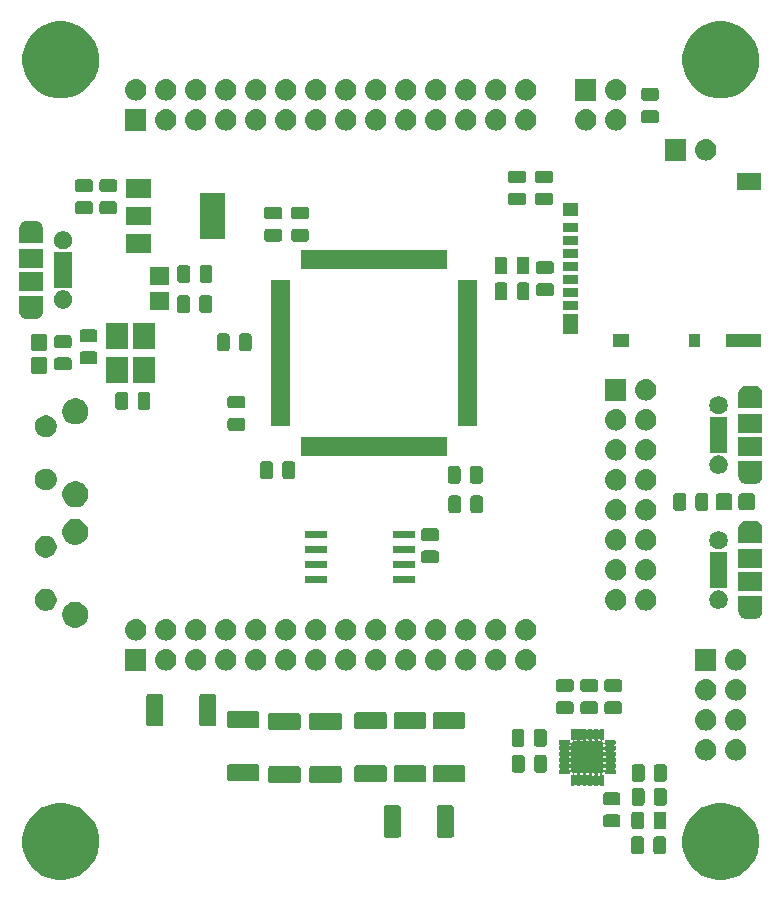
<source format=gts>
G04 #@! TF.GenerationSoftware,KiCad,Pcbnew,5.0.1-33cea8e~68~ubuntu18.04.1*
G04 #@! TF.CreationDate,2018-11-18T16:32:13-03:00*
G04 #@! TF.ProjectId,proto-h750,70726F746F2D683735302E6B69636164,rev?*
G04 #@! TF.SameCoordinates,Original*
G04 #@! TF.FileFunction,Soldermask,Top*
G04 #@! TF.FilePolarity,Negative*
%FSLAX46Y46*%
G04 Gerber Fmt 4.6, Leading zero omitted, Abs format (unit mm)*
G04 Created by KiCad (PCBNEW 5.0.1-33cea8e~68~ubuntu18.04.1) date dom 18 nov 2018 16:32:13 -03*
%MOMM*%
%LPD*%
G01*
G04 APERTURE LIST*
%ADD10C,0.100000*%
G04 APERTURE END LIST*
D10*
G36*
X159698223Y-108774127D02*
X159913651Y-108863360D01*
X160289833Y-109019180D01*
X160822261Y-109374936D01*
X161275064Y-109827739D01*
X161630820Y-110360167D01*
X161630821Y-110360169D01*
X161875873Y-110951777D01*
X162000800Y-111579824D01*
X162000800Y-112220176D01*
X161899256Y-112730667D01*
X161875873Y-112848223D01*
X161630820Y-113439833D01*
X161275064Y-113972261D01*
X160822261Y-114425064D01*
X160289833Y-114780820D01*
X160289832Y-114780821D01*
X160289831Y-114780821D01*
X159698223Y-115025873D01*
X159070176Y-115150800D01*
X158429824Y-115150800D01*
X157801777Y-115025873D01*
X157210169Y-114780821D01*
X157210168Y-114780821D01*
X157210167Y-114780820D01*
X156677739Y-114425064D01*
X156224936Y-113972261D01*
X155869180Y-113439833D01*
X155624127Y-112848223D01*
X155600744Y-112730667D01*
X155499200Y-112220176D01*
X155499200Y-111579824D01*
X155624127Y-110951777D01*
X155869179Y-110360169D01*
X155869180Y-110360167D01*
X156224936Y-109827739D01*
X156677739Y-109374936D01*
X157210167Y-109019180D01*
X157586350Y-108863360D01*
X157801777Y-108774127D01*
X158429824Y-108649200D01*
X159070176Y-108649200D01*
X159698223Y-108774127D01*
X159698223Y-108774127D01*
G37*
G36*
X103818223Y-108774127D02*
X104033651Y-108863360D01*
X104409833Y-109019180D01*
X104942261Y-109374936D01*
X105395064Y-109827739D01*
X105750820Y-110360167D01*
X105750821Y-110360169D01*
X105995873Y-110951777D01*
X106120800Y-111579824D01*
X106120800Y-112220176D01*
X106019256Y-112730667D01*
X105995873Y-112848223D01*
X105750820Y-113439833D01*
X105395064Y-113972261D01*
X104942261Y-114425064D01*
X104409833Y-114780820D01*
X104409832Y-114780821D01*
X104409831Y-114780821D01*
X103818223Y-115025873D01*
X103190176Y-115150800D01*
X102549824Y-115150800D01*
X101921777Y-115025873D01*
X101330169Y-114780821D01*
X101330168Y-114780821D01*
X101330167Y-114780820D01*
X100797739Y-114425064D01*
X100344936Y-113972261D01*
X99989180Y-113439833D01*
X99744127Y-112848223D01*
X99720744Y-112730667D01*
X99619200Y-112220176D01*
X99619200Y-111579824D01*
X99744127Y-110951777D01*
X99989179Y-110360169D01*
X99989180Y-110360167D01*
X100344936Y-109827739D01*
X100797739Y-109374936D01*
X101330167Y-109019180D01*
X101706350Y-108863360D01*
X101921777Y-108774127D01*
X102549824Y-108649200D01*
X103190176Y-108649200D01*
X103818223Y-108774127D01*
X103818223Y-108774127D01*
G37*
G36*
X152063673Y-111468661D02*
X152106947Y-111481788D01*
X152146832Y-111503107D01*
X152181787Y-111531793D01*
X152210473Y-111566748D01*
X152231792Y-111606633D01*
X152244919Y-111649907D01*
X152249720Y-111698653D01*
X152249720Y-112730667D01*
X152244919Y-112779413D01*
X152231792Y-112822687D01*
X152210473Y-112862572D01*
X152181787Y-112897527D01*
X152146832Y-112926213D01*
X152106947Y-112947532D01*
X152063673Y-112960659D01*
X152014927Y-112965460D01*
X151407913Y-112965460D01*
X151359167Y-112960659D01*
X151315893Y-112947532D01*
X151276008Y-112926213D01*
X151241053Y-112897527D01*
X151212367Y-112862572D01*
X151191048Y-112822687D01*
X151177921Y-112779413D01*
X151173120Y-112730667D01*
X151173120Y-111698653D01*
X151177921Y-111649907D01*
X151191048Y-111606633D01*
X151212367Y-111566748D01*
X151241053Y-111531793D01*
X151276008Y-111503107D01*
X151315893Y-111481788D01*
X151359167Y-111468661D01*
X151407913Y-111463860D01*
X152014927Y-111463860D01*
X152063673Y-111468661D01*
X152063673Y-111468661D01*
G37*
G36*
X153938673Y-111468661D02*
X153981947Y-111481788D01*
X154021832Y-111503107D01*
X154056787Y-111531793D01*
X154085473Y-111566748D01*
X154106792Y-111606633D01*
X154119919Y-111649907D01*
X154124720Y-111698653D01*
X154124720Y-112730667D01*
X154119919Y-112779413D01*
X154106792Y-112822687D01*
X154085473Y-112862572D01*
X154056787Y-112897527D01*
X154021832Y-112926213D01*
X153981947Y-112947532D01*
X153938673Y-112960659D01*
X153889927Y-112965460D01*
X153282913Y-112965460D01*
X153234167Y-112960659D01*
X153190893Y-112947532D01*
X153151008Y-112926213D01*
X153116053Y-112897527D01*
X153087367Y-112862572D01*
X153066048Y-112822687D01*
X153052921Y-112779413D01*
X153048120Y-112730667D01*
X153048120Y-111698653D01*
X153052921Y-111649907D01*
X153066048Y-111606633D01*
X153087367Y-111566748D01*
X153116053Y-111531793D01*
X153151008Y-111503107D01*
X153190893Y-111481788D01*
X153234167Y-111468661D01*
X153282913Y-111463860D01*
X153889927Y-111463860D01*
X153938673Y-111468661D01*
X153938673Y-111468661D01*
G37*
G36*
X135982871Y-108826704D02*
X136024236Y-108839252D01*
X136062349Y-108859624D01*
X136095758Y-108887042D01*
X136123176Y-108920451D01*
X136143548Y-108958564D01*
X136156096Y-108999929D01*
X136160700Y-109046677D01*
X136160700Y-111349123D01*
X136156096Y-111395871D01*
X136143548Y-111437236D01*
X136123176Y-111475349D01*
X136095758Y-111508758D01*
X136062349Y-111536176D01*
X136024236Y-111556548D01*
X135982871Y-111569096D01*
X135936123Y-111573700D01*
X134933677Y-111573700D01*
X134886929Y-111569096D01*
X134845564Y-111556548D01*
X134807451Y-111536176D01*
X134774042Y-111508758D01*
X134746624Y-111475349D01*
X134726252Y-111437236D01*
X134713704Y-111395871D01*
X134709100Y-111349123D01*
X134709100Y-109046677D01*
X134713704Y-108999929D01*
X134726252Y-108958564D01*
X134746624Y-108920451D01*
X134774042Y-108887042D01*
X134807451Y-108859624D01*
X134845564Y-108839252D01*
X134886929Y-108826704D01*
X134933677Y-108822100D01*
X135936123Y-108822100D01*
X135982871Y-108826704D01*
X135982871Y-108826704D01*
G37*
G36*
X131482871Y-108826704D02*
X131524236Y-108839252D01*
X131562349Y-108859624D01*
X131595758Y-108887042D01*
X131623176Y-108920451D01*
X131643548Y-108958564D01*
X131656096Y-108999929D01*
X131660700Y-109046677D01*
X131660700Y-111349123D01*
X131656096Y-111395871D01*
X131643548Y-111437236D01*
X131623176Y-111475349D01*
X131595758Y-111508758D01*
X131562349Y-111536176D01*
X131524236Y-111556548D01*
X131482871Y-111569096D01*
X131436123Y-111573700D01*
X130433677Y-111573700D01*
X130386929Y-111569096D01*
X130345564Y-111556548D01*
X130307451Y-111536176D01*
X130274042Y-111508758D01*
X130246624Y-111475349D01*
X130226252Y-111437236D01*
X130213704Y-111395871D01*
X130209100Y-111349123D01*
X130209100Y-109046677D01*
X130213704Y-108999929D01*
X130226252Y-108958564D01*
X130246624Y-108920451D01*
X130274042Y-108887042D01*
X130307451Y-108859624D01*
X130345564Y-108839252D01*
X130386929Y-108826704D01*
X130433677Y-108822100D01*
X131436123Y-108822100D01*
X131482871Y-108826704D01*
X131482871Y-108826704D01*
G37*
G36*
X153964073Y-109368081D02*
X154007347Y-109381208D01*
X154047232Y-109402527D01*
X154082187Y-109431213D01*
X154110873Y-109466168D01*
X154132192Y-109506053D01*
X154145319Y-109549327D01*
X154150120Y-109598073D01*
X154150120Y-110630087D01*
X154145319Y-110678833D01*
X154132192Y-110722107D01*
X154110873Y-110761992D01*
X154082187Y-110796947D01*
X154047232Y-110825633D01*
X154007347Y-110846952D01*
X153964073Y-110860079D01*
X153915327Y-110864880D01*
X153308313Y-110864880D01*
X153259567Y-110860079D01*
X153216293Y-110846952D01*
X153176408Y-110825633D01*
X153141453Y-110796947D01*
X153112767Y-110761992D01*
X153091448Y-110722107D01*
X153078321Y-110678833D01*
X153073520Y-110630087D01*
X153073520Y-109598073D01*
X153078321Y-109549327D01*
X153091448Y-109506053D01*
X153112767Y-109466168D01*
X153141453Y-109431213D01*
X153176408Y-109402527D01*
X153216293Y-109381208D01*
X153259567Y-109368081D01*
X153308313Y-109363280D01*
X153915327Y-109363280D01*
X153964073Y-109368081D01*
X153964073Y-109368081D01*
G37*
G36*
X152089073Y-109368081D02*
X152132347Y-109381208D01*
X152172232Y-109402527D01*
X152207187Y-109431213D01*
X152235873Y-109466168D01*
X152257192Y-109506053D01*
X152270319Y-109549327D01*
X152275120Y-109598073D01*
X152275120Y-110630087D01*
X152270319Y-110678833D01*
X152257192Y-110722107D01*
X152235873Y-110761992D01*
X152207187Y-110796947D01*
X152172232Y-110825633D01*
X152132347Y-110846952D01*
X152089073Y-110860079D01*
X152040327Y-110864880D01*
X151433313Y-110864880D01*
X151384567Y-110860079D01*
X151341293Y-110846952D01*
X151301408Y-110825633D01*
X151266453Y-110796947D01*
X151237767Y-110761992D01*
X151216448Y-110722107D01*
X151203321Y-110678833D01*
X151198520Y-110630087D01*
X151198520Y-109598073D01*
X151203321Y-109549327D01*
X151216448Y-109506053D01*
X151237767Y-109466168D01*
X151266453Y-109431213D01*
X151301408Y-109402527D01*
X151341293Y-109381208D01*
X151384567Y-109368081D01*
X151433313Y-109363280D01*
X152040327Y-109363280D01*
X152089073Y-109368081D01*
X152089073Y-109368081D01*
G37*
G36*
X150079313Y-109616381D02*
X150122587Y-109629508D01*
X150162472Y-109650827D01*
X150197427Y-109679513D01*
X150226113Y-109714468D01*
X150247432Y-109754353D01*
X150260559Y-109797627D01*
X150265360Y-109846373D01*
X150265360Y-110453387D01*
X150260559Y-110502133D01*
X150247432Y-110545407D01*
X150226113Y-110585292D01*
X150197427Y-110620247D01*
X150162472Y-110648933D01*
X150122587Y-110670252D01*
X150079313Y-110683379D01*
X150030567Y-110688180D01*
X148998553Y-110688180D01*
X148949807Y-110683379D01*
X148906533Y-110670252D01*
X148866648Y-110648933D01*
X148831693Y-110620247D01*
X148803007Y-110585292D01*
X148781688Y-110545407D01*
X148768561Y-110502133D01*
X148763760Y-110453387D01*
X148763760Y-109846373D01*
X148768561Y-109797627D01*
X148781688Y-109754353D01*
X148803007Y-109714468D01*
X148831693Y-109679513D01*
X148866648Y-109650827D01*
X148906533Y-109629508D01*
X148949807Y-109616381D01*
X148998553Y-109611580D01*
X150030567Y-109611580D01*
X150079313Y-109616381D01*
X150079313Y-109616381D01*
G37*
G36*
X152114473Y-107366561D02*
X152157747Y-107379688D01*
X152197632Y-107401007D01*
X152232587Y-107429693D01*
X152261273Y-107464648D01*
X152282592Y-107504533D01*
X152295719Y-107547807D01*
X152300520Y-107596553D01*
X152300520Y-108628567D01*
X152295719Y-108677313D01*
X152282592Y-108720587D01*
X152261273Y-108760472D01*
X152232587Y-108795427D01*
X152197632Y-108824113D01*
X152157747Y-108845432D01*
X152114473Y-108858559D01*
X152065727Y-108863360D01*
X151458713Y-108863360D01*
X151409967Y-108858559D01*
X151366693Y-108845432D01*
X151326808Y-108824113D01*
X151291853Y-108795427D01*
X151263167Y-108760472D01*
X151241848Y-108720587D01*
X151228721Y-108677313D01*
X151223920Y-108628567D01*
X151223920Y-107596553D01*
X151228721Y-107547807D01*
X151241848Y-107504533D01*
X151263167Y-107464648D01*
X151291853Y-107429693D01*
X151326808Y-107401007D01*
X151366693Y-107379688D01*
X151409967Y-107366561D01*
X151458713Y-107361760D01*
X152065727Y-107361760D01*
X152114473Y-107366561D01*
X152114473Y-107366561D01*
G37*
G36*
X153989473Y-107366561D02*
X154032747Y-107379688D01*
X154072632Y-107401007D01*
X154107587Y-107429693D01*
X154136273Y-107464648D01*
X154157592Y-107504533D01*
X154170719Y-107547807D01*
X154175520Y-107596553D01*
X154175520Y-108628567D01*
X154170719Y-108677313D01*
X154157592Y-108720587D01*
X154136273Y-108760472D01*
X154107587Y-108795427D01*
X154072632Y-108824113D01*
X154032747Y-108845432D01*
X153989473Y-108858559D01*
X153940727Y-108863360D01*
X153333713Y-108863360D01*
X153284967Y-108858559D01*
X153241693Y-108845432D01*
X153201808Y-108824113D01*
X153166853Y-108795427D01*
X153138167Y-108760472D01*
X153116848Y-108720587D01*
X153103721Y-108677313D01*
X153098920Y-108628567D01*
X153098920Y-107596553D01*
X153103721Y-107547807D01*
X153116848Y-107504533D01*
X153138167Y-107464648D01*
X153166853Y-107429693D01*
X153201808Y-107401007D01*
X153241693Y-107379688D01*
X153284967Y-107366561D01*
X153333713Y-107361760D01*
X153940727Y-107361760D01*
X153989473Y-107366561D01*
X153989473Y-107366561D01*
G37*
G36*
X150079313Y-107741381D02*
X150122587Y-107754508D01*
X150162472Y-107775827D01*
X150197427Y-107804513D01*
X150226113Y-107839468D01*
X150247432Y-107879353D01*
X150260559Y-107922627D01*
X150265360Y-107971373D01*
X150265360Y-108578387D01*
X150260559Y-108627133D01*
X150247432Y-108670407D01*
X150226113Y-108710292D01*
X150197427Y-108745247D01*
X150162472Y-108773933D01*
X150122587Y-108795252D01*
X150079313Y-108808379D01*
X150030567Y-108813180D01*
X148998553Y-108813180D01*
X148949807Y-108808379D01*
X148906533Y-108795252D01*
X148866648Y-108773933D01*
X148831693Y-108745247D01*
X148803007Y-108710292D01*
X148781688Y-108670407D01*
X148768561Y-108627133D01*
X148763760Y-108578387D01*
X148763760Y-107971373D01*
X148768561Y-107922627D01*
X148781688Y-107879353D01*
X148803007Y-107839468D01*
X148831693Y-107804513D01*
X148866648Y-107775827D01*
X148906533Y-107754508D01*
X148949807Y-107741381D01*
X148998553Y-107736580D01*
X150030567Y-107736580D01*
X150079313Y-107741381D01*
X150079313Y-107741381D01*
G37*
G36*
X146347884Y-102362818D02*
X146357157Y-102365631D01*
X146365703Y-102370199D01*
X146373193Y-102376347D01*
X146379341Y-102383837D01*
X146383909Y-102392383D01*
X146387653Y-102404728D01*
X146389321Y-102413113D01*
X146395037Y-102426914D01*
X146403336Y-102439334D01*
X146413899Y-102449897D01*
X146426319Y-102458196D01*
X146440119Y-102463913D01*
X146454770Y-102466827D01*
X146469708Y-102466827D01*
X146484359Y-102463913D01*
X146498160Y-102458197D01*
X146510580Y-102449898D01*
X146521143Y-102439335D01*
X146529442Y-102426915D01*
X146535159Y-102413115D01*
X146536827Y-102404726D01*
X146540571Y-102392383D01*
X146545139Y-102383837D01*
X146551287Y-102376347D01*
X146558777Y-102370199D01*
X146567323Y-102365631D01*
X146576596Y-102362818D01*
X146589983Y-102361500D01*
X146834497Y-102361500D01*
X146847884Y-102362818D01*
X146857157Y-102365631D01*
X146865703Y-102370199D01*
X146873193Y-102376347D01*
X146879341Y-102383837D01*
X146883909Y-102392383D01*
X146887653Y-102404728D01*
X146889321Y-102413113D01*
X146895037Y-102426914D01*
X146903336Y-102439334D01*
X146913899Y-102449897D01*
X146926319Y-102458196D01*
X146940119Y-102463913D01*
X146954770Y-102466827D01*
X146969708Y-102466827D01*
X146984359Y-102463913D01*
X146998160Y-102458197D01*
X147010580Y-102449898D01*
X147021143Y-102439335D01*
X147029442Y-102426915D01*
X147035159Y-102413115D01*
X147036827Y-102404726D01*
X147040571Y-102392383D01*
X147045139Y-102383837D01*
X147051287Y-102376347D01*
X147058777Y-102370199D01*
X147067323Y-102365631D01*
X147076596Y-102362818D01*
X147089983Y-102361500D01*
X147334497Y-102361500D01*
X147347884Y-102362818D01*
X147357157Y-102365631D01*
X147365703Y-102370199D01*
X147373193Y-102376347D01*
X147379341Y-102383837D01*
X147383909Y-102392383D01*
X147387653Y-102404728D01*
X147389321Y-102413113D01*
X147395037Y-102426914D01*
X147403336Y-102439334D01*
X147413899Y-102449897D01*
X147426319Y-102458196D01*
X147440119Y-102463913D01*
X147454770Y-102466827D01*
X147469708Y-102466827D01*
X147484359Y-102463913D01*
X147498160Y-102458197D01*
X147510580Y-102449898D01*
X147521143Y-102439335D01*
X147529442Y-102426915D01*
X147535159Y-102413115D01*
X147536827Y-102404726D01*
X147540571Y-102392383D01*
X147545139Y-102383837D01*
X147551287Y-102376347D01*
X147558777Y-102370199D01*
X147567323Y-102365631D01*
X147576596Y-102362818D01*
X147589983Y-102361500D01*
X147834497Y-102361500D01*
X147847884Y-102362818D01*
X147857157Y-102365631D01*
X147865703Y-102370199D01*
X147873193Y-102376347D01*
X147879341Y-102383837D01*
X147883909Y-102392383D01*
X147887653Y-102404728D01*
X147889321Y-102413113D01*
X147895037Y-102426914D01*
X147903336Y-102439334D01*
X147913899Y-102449897D01*
X147926319Y-102458196D01*
X147940119Y-102463913D01*
X147954770Y-102466827D01*
X147969708Y-102466827D01*
X147984359Y-102463913D01*
X147998160Y-102458197D01*
X148010580Y-102449898D01*
X148021143Y-102439335D01*
X148029442Y-102426915D01*
X148035159Y-102413115D01*
X148036827Y-102404726D01*
X148040571Y-102392383D01*
X148045139Y-102383837D01*
X148051287Y-102376347D01*
X148058777Y-102370199D01*
X148067323Y-102365631D01*
X148076596Y-102362818D01*
X148089983Y-102361500D01*
X148334497Y-102361500D01*
X148347884Y-102362818D01*
X148357157Y-102365631D01*
X148365703Y-102370199D01*
X148373193Y-102376347D01*
X148379341Y-102383837D01*
X148383909Y-102392383D01*
X148387653Y-102404728D01*
X148389321Y-102413113D01*
X148395037Y-102426914D01*
X148403336Y-102439334D01*
X148413899Y-102449897D01*
X148426319Y-102458196D01*
X148440119Y-102463913D01*
X148454770Y-102466827D01*
X148469708Y-102466827D01*
X148484359Y-102463913D01*
X148498160Y-102458197D01*
X148510580Y-102449898D01*
X148521143Y-102439335D01*
X148529442Y-102426915D01*
X148535159Y-102413115D01*
X148536827Y-102404726D01*
X148540571Y-102392383D01*
X148545139Y-102383837D01*
X148551287Y-102376347D01*
X148558777Y-102370199D01*
X148567323Y-102365631D01*
X148576596Y-102362818D01*
X148589983Y-102361500D01*
X148834497Y-102361500D01*
X148847884Y-102362818D01*
X148857157Y-102365631D01*
X148865703Y-102370199D01*
X148873193Y-102376347D01*
X148879341Y-102383837D01*
X148883909Y-102392383D01*
X148886722Y-102401656D01*
X148888040Y-102415043D01*
X148888040Y-103234556D01*
X148886003Y-103255234D01*
X148886003Y-103270172D01*
X148888917Y-103284822D01*
X148891854Y-103291914D01*
X148884765Y-103288978D01*
X148870114Y-103286063D01*
X148855174Y-103286063D01*
X148834496Y-103288100D01*
X148735008Y-103288100D01*
X148720142Y-103289564D01*
X148705848Y-103293900D01*
X148692674Y-103300942D01*
X148681126Y-103310418D01*
X148671650Y-103321966D01*
X148664608Y-103335140D01*
X148660272Y-103349434D01*
X148658808Y-103364300D01*
X148660272Y-103379166D01*
X148664608Y-103393460D01*
X148671650Y-103406634D01*
X148681126Y-103418182D01*
X148699087Y-103431502D01*
X148724739Y-103445213D01*
X148754721Y-103469819D01*
X148779327Y-103499801D01*
X148793038Y-103525453D01*
X148801337Y-103537873D01*
X148811900Y-103548436D01*
X148824320Y-103556735D01*
X148838121Y-103562451D01*
X148852772Y-103565365D01*
X148867710Y-103565365D01*
X148882360Y-103562451D01*
X148896161Y-103556734D01*
X148908581Y-103548435D01*
X148919144Y-103537872D01*
X148927443Y-103525452D01*
X148933159Y-103511651D01*
X148936440Y-103489532D01*
X148936440Y-103390044D01*
X148938477Y-103369366D01*
X148938477Y-103354428D01*
X148935563Y-103339778D01*
X148932626Y-103332686D01*
X148939715Y-103335622D01*
X148954366Y-103338537D01*
X148969306Y-103338537D01*
X148989984Y-103336500D01*
X149809497Y-103336500D01*
X149822884Y-103337818D01*
X149832157Y-103340631D01*
X149840703Y-103345199D01*
X149848193Y-103351347D01*
X149854341Y-103358837D01*
X149858909Y-103367383D01*
X149861722Y-103376656D01*
X149863040Y-103390043D01*
X149863040Y-103634557D01*
X149861722Y-103647944D01*
X149858909Y-103657217D01*
X149854341Y-103665763D01*
X149848193Y-103673253D01*
X149840703Y-103679401D01*
X149832157Y-103683969D01*
X149819812Y-103687713D01*
X149811427Y-103689381D01*
X149797626Y-103695097D01*
X149785206Y-103703396D01*
X149774643Y-103713959D01*
X149766344Y-103726379D01*
X149760627Y-103740179D01*
X149757713Y-103754830D01*
X149757713Y-103769768D01*
X149760627Y-103784419D01*
X149766343Y-103798220D01*
X149774642Y-103810640D01*
X149785205Y-103821203D01*
X149797625Y-103829502D01*
X149811425Y-103835219D01*
X149819814Y-103836887D01*
X149832157Y-103840631D01*
X149840703Y-103845199D01*
X149848193Y-103851347D01*
X149854341Y-103858837D01*
X149858909Y-103867383D01*
X149861722Y-103876656D01*
X149863040Y-103890043D01*
X149863040Y-104134557D01*
X149861722Y-104147944D01*
X149858909Y-104157217D01*
X149854341Y-104165763D01*
X149848193Y-104173253D01*
X149840703Y-104179401D01*
X149832157Y-104183969D01*
X149819812Y-104187713D01*
X149811427Y-104189381D01*
X149797626Y-104195097D01*
X149785206Y-104203396D01*
X149774643Y-104213959D01*
X149766344Y-104226379D01*
X149760627Y-104240179D01*
X149757713Y-104254830D01*
X149757713Y-104269768D01*
X149760627Y-104284419D01*
X149766343Y-104298220D01*
X149774642Y-104310640D01*
X149785205Y-104321203D01*
X149797625Y-104329502D01*
X149811425Y-104335219D01*
X149819814Y-104336887D01*
X149832157Y-104340631D01*
X149840703Y-104345199D01*
X149848193Y-104351347D01*
X149854341Y-104358837D01*
X149858909Y-104367383D01*
X149861722Y-104376656D01*
X149863040Y-104390043D01*
X149863040Y-104634557D01*
X149861722Y-104647944D01*
X149858909Y-104657217D01*
X149854341Y-104665763D01*
X149848193Y-104673253D01*
X149840703Y-104679401D01*
X149832157Y-104683969D01*
X149819812Y-104687713D01*
X149811427Y-104689381D01*
X149797626Y-104695097D01*
X149785206Y-104703396D01*
X149774643Y-104713959D01*
X149766344Y-104726379D01*
X149760627Y-104740179D01*
X149757713Y-104754830D01*
X149757713Y-104769768D01*
X149760627Y-104784419D01*
X149766343Y-104798220D01*
X149774642Y-104810640D01*
X149785205Y-104821203D01*
X149797625Y-104829502D01*
X149811425Y-104835219D01*
X149819814Y-104836887D01*
X149832157Y-104840631D01*
X149840703Y-104845199D01*
X149848193Y-104851347D01*
X149854341Y-104858837D01*
X149858909Y-104867383D01*
X149861722Y-104876656D01*
X149863040Y-104890043D01*
X149863040Y-105134557D01*
X149861722Y-105147944D01*
X149858909Y-105157217D01*
X149854341Y-105165763D01*
X149848193Y-105173253D01*
X149840703Y-105179401D01*
X149832157Y-105183969D01*
X149819812Y-105187713D01*
X149811427Y-105189381D01*
X149797626Y-105195097D01*
X149785206Y-105203396D01*
X149774643Y-105213959D01*
X149766344Y-105226379D01*
X149760627Y-105240179D01*
X149757713Y-105254830D01*
X149757713Y-105269768D01*
X149760627Y-105284419D01*
X149766343Y-105298220D01*
X149774642Y-105310640D01*
X149785205Y-105321203D01*
X149797625Y-105329502D01*
X149811425Y-105335219D01*
X149819814Y-105336887D01*
X149832157Y-105340631D01*
X149840703Y-105345199D01*
X149848193Y-105351347D01*
X149854341Y-105358837D01*
X149858909Y-105367383D01*
X149861722Y-105376656D01*
X149863040Y-105390043D01*
X149863040Y-105634557D01*
X149861722Y-105647944D01*
X149858909Y-105657217D01*
X149854341Y-105665763D01*
X149848193Y-105673253D01*
X149840703Y-105679401D01*
X149832157Y-105683969D01*
X149819812Y-105687713D01*
X149811427Y-105689381D01*
X149797626Y-105695097D01*
X149785206Y-105703396D01*
X149774643Y-105713959D01*
X149766344Y-105726379D01*
X149760627Y-105740179D01*
X149757713Y-105754830D01*
X149757713Y-105769768D01*
X149760627Y-105784419D01*
X149766343Y-105798220D01*
X149774642Y-105810640D01*
X149785205Y-105821203D01*
X149797625Y-105829502D01*
X149811425Y-105835219D01*
X149819814Y-105836887D01*
X149832157Y-105840631D01*
X149840703Y-105845199D01*
X149848193Y-105851347D01*
X149854341Y-105858837D01*
X149858909Y-105867383D01*
X149861722Y-105876656D01*
X149863040Y-105890043D01*
X149863040Y-106134557D01*
X149861722Y-106147944D01*
X149858909Y-106157217D01*
X149854341Y-106165763D01*
X149848193Y-106173253D01*
X149840703Y-106179401D01*
X149832157Y-106183969D01*
X149822884Y-106186782D01*
X149809497Y-106188100D01*
X148989984Y-106188100D01*
X148969306Y-106186063D01*
X148954368Y-106186063D01*
X148939718Y-106188977D01*
X148932626Y-106191914D01*
X148935562Y-106184825D01*
X148938477Y-106170174D01*
X148938477Y-106155234D01*
X148936440Y-106134556D01*
X148936440Y-106035068D01*
X148934976Y-106020202D01*
X148930640Y-106005908D01*
X148923598Y-105992734D01*
X148914122Y-105981186D01*
X148902574Y-105971710D01*
X148889400Y-105964668D01*
X148875106Y-105960332D01*
X148860240Y-105958868D01*
X148845374Y-105960332D01*
X148831080Y-105964668D01*
X148817906Y-105971710D01*
X148806358Y-105981186D01*
X148793038Y-105999147D01*
X148779327Y-106024799D01*
X148754721Y-106054781D01*
X148724739Y-106079387D01*
X148699087Y-106093098D01*
X148686667Y-106101397D01*
X148676104Y-106111960D01*
X148667805Y-106124380D01*
X148662089Y-106138181D01*
X148659175Y-106152832D01*
X148659175Y-106167770D01*
X148662089Y-106182420D01*
X148667806Y-106196221D01*
X148676105Y-106208641D01*
X148686668Y-106219204D01*
X148699088Y-106227503D01*
X148712889Y-106233219D01*
X148735008Y-106236500D01*
X148834496Y-106236500D01*
X148855174Y-106238537D01*
X148870112Y-106238537D01*
X148884762Y-106235623D01*
X148891854Y-106232686D01*
X148888918Y-106239775D01*
X148886003Y-106254426D01*
X148886003Y-106269366D01*
X148888040Y-106290044D01*
X148888040Y-107109557D01*
X148886722Y-107122944D01*
X148883909Y-107132217D01*
X148879341Y-107140763D01*
X148873193Y-107148253D01*
X148865703Y-107154401D01*
X148857157Y-107158969D01*
X148847884Y-107161782D01*
X148834497Y-107163100D01*
X148589983Y-107163100D01*
X148576596Y-107161782D01*
X148567323Y-107158969D01*
X148558777Y-107154401D01*
X148551287Y-107148253D01*
X148545139Y-107140763D01*
X148540571Y-107132217D01*
X148536827Y-107119872D01*
X148535159Y-107111487D01*
X148529443Y-107097686D01*
X148521144Y-107085266D01*
X148510581Y-107074703D01*
X148498161Y-107066404D01*
X148484361Y-107060687D01*
X148469710Y-107057773D01*
X148454772Y-107057773D01*
X148440121Y-107060687D01*
X148426320Y-107066403D01*
X148413900Y-107074702D01*
X148403337Y-107085265D01*
X148395038Y-107097685D01*
X148389321Y-107111485D01*
X148387653Y-107119874D01*
X148383909Y-107132217D01*
X148379341Y-107140763D01*
X148373193Y-107148253D01*
X148365703Y-107154401D01*
X148357157Y-107158969D01*
X148347884Y-107161782D01*
X148334497Y-107163100D01*
X148089983Y-107163100D01*
X148076596Y-107161782D01*
X148067323Y-107158969D01*
X148058777Y-107154401D01*
X148051287Y-107148253D01*
X148045139Y-107140763D01*
X148040571Y-107132217D01*
X148036827Y-107119872D01*
X148035159Y-107111487D01*
X148029443Y-107097686D01*
X148021144Y-107085266D01*
X148010581Y-107074703D01*
X147998161Y-107066404D01*
X147984361Y-107060687D01*
X147969710Y-107057773D01*
X147954772Y-107057773D01*
X147940121Y-107060687D01*
X147926320Y-107066403D01*
X147913900Y-107074702D01*
X147903337Y-107085265D01*
X147895038Y-107097685D01*
X147889321Y-107111485D01*
X147887653Y-107119874D01*
X147883909Y-107132217D01*
X147879341Y-107140763D01*
X147873193Y-107148253D01*
X147865703Y-107154401D01*
X147857157Y-107158969D01*
X147847884Y-107161782D01*
X147834497Y-107163100D01*
X147589983Y-107163100D01*
X147576596Y-107161782D01*
X147567323Y-107158969D01*
X147558777Y-107154401D01*
X147551287Y-107148253D01*
X147545139Y-107140763D01*
X147540571Y-107132217D01*
X147536827Y-107119872D01*
X147535159Y-107111487D01*
X147529443Y-107097686D01*
X147521144Y-107085266D01*
X147510581Y-107074703D01*
X147498161Y-107066404D01*
X147484361Y-107060687D01*
X147469710Y-107057773D01*
X147454772Y-107057773D01*
X147440121Y-107060687D01*
X147426320Y-107066403D01*
X147413900Y-107074702D01*
X147403337Y-107085265D01*
X147395038Y-107097685D01*
X147389321Y-107111485D01*
X147387653Y-107119874D01*
X147383909Y-107132217D01*
X147379341Y-107140763D01*
X147373193Y-107148253D01*
X147365703Y-107154401D01*
X147357157Y-107158969D01*
X147347884Y-107161782D01*
X147334497Y-107163100D01*
X147089983Y-107163100D01*
X147076596Y-107161782D01*
X147067323Y-107158969D01*
X147058777Y-107154401D01*
X147051287Y-107148253D01*
X147045139Y-107140763D01*
X147040571Y-107132217D01*
X147036827Y-107119872D01*
X147035159Y-107111487D01*
X147029443Y-107097686D01*
X147021144Y-107085266D01*
X147010581Y-107074703D01*
X146998161Y-107066404D01*
X146984361Y-107060687D01*
X146969710Y-107057773D01*
X146954772Y-107057773D01*
X146940121Y-107060687D01*
X146926320Y-107066403D01*
X146913900Y-107074702D01*
X146903337Y-107085265D01*
X146895038Y-107097685D01*
X146889321Y-107111485D01*
X146887653Y-107119874D01*
X146883909Y-107132217D01*
X146879341Y-107140763D01*
X146873193Y-107148253D01*
X146865703Y-107154401D01*
X146857157Y-107158969D01*
X146847884Y-107161782D01*
X146834497Y-107163100D01*
X146589983Y-107163100D01*
X146576596Y-107161782D01*
X146567323Y-107158969D01*
X146558777Y-107154401D01*
X146551287Y-107148253D01*
X146545139Y-107140763D01*
X146540571Y-107132217D01*
X146536827Y-107119872D01*
X146535159Y-107111487D01*
X146529443Y-107097686D01*
X146521144Y-107085266D01*
X146510581Y-107074703D01*
X146498161Y-107066404D01*
X146484361Y-107060687D01*
X146469710Y-107057773D01*
X146454772Y-107057773D01*
X146440121Y-107060687D01*
X146426320Y-107066403D01*
X146413900Y-107074702D01*
X146403337Y-107085265D01*
X146395038Y-107097685D01*
X146389321Y-107111485D01*
X146387653Y-107119874D01*
X146383909Y-107132217D01*
X146379341Y-107140763D01*
X146373193Y-107148253D01*
X146365703Y-107154401D01*
X146357157Y-107158969D01*
X146347884Y-107161782D01*
X146334497Y-107163100D01*
X146089983Y-107163100D01*
X146076596Y-107161782D01*
X146067323Y-107158969D01*
X146058777Y-107154401D01*
X146051287Y-107148253D01*
X146045139Y-107140763D01*
X146040571Y-107132217D01*
X146037758Y-107122944D01*
X146036440Y-107109557D01*
X146036440Y-106290044D01*
X146038477Y-106269366D01*
X146038477Y-106254428D01*
X146035563Y-106239778D01*
X146032626Y-106232686D01*
X146039715Y-106235622D01*
X146054366Y-106238537D01*
X146069306Y-106238537D01*
X146089984Y-106236500D01*
X146189472Y-106236500D01*
X146204338Y-106235036D01*
X146218632Y-106230700D01*
X146231806Y-106223658D01*
X146243354Y-106214182D01*
X146252830Y-106202634D01*
X146259872Y-106189460D01*
X146259920Y-106189300D01*
X146341503Y-106189300D01*
X146342967Y-106204166D01*
X146347303Y-106218460D01*
X146354345Y-106231634D01*
X146369361Y-106248203D01*
X146373196Y-106251350D01*
X146379341Y-106258837D01*
X146383909Y-106267383D01*
X146387653Y-106279728D01*
X146389321Y-106288113D01*
X146395037Y-106301914D01*
X146403336Y-106314334D01*
X146413899Y-106324897D01*
X146426319Y-106333196D01*
X146440119Y-106338913D01*
X146454770Y-106341827D01*
X146469708Y-106341827D01*
X146484359Y-106338913D01*
X146498160Y-106333197D01*
X146510580Y-106324898D01*
X146521143Y-106314335D01*
X146529442Y-106301915D01*
X146535159Y-106288115D01*
X146536827Y-106279726D01*
X146540571Y-106267383D01*
X146545139Y-106258837D01*
X146551284Y-106251350D01*
X146555119Y-106248203D01*
X146565681Y-106237640D01*
X146573980Y-106225220D01*
X146579696Y-106211419D01*
X146582610Y-106196768D01*
X146582610Y-106189300D01*
X146841503Y-106189300D01*
X146842967Y-106204166D01*
X146847303Y-106218460D01*
X146854345Y-106231634D01*
X146869361Y-106248203D01*
X146873196Y-106251350D01*
X146879341Y-106258837D01*
X146883909Y-106267383D01*
X146887653Y-106279728D01*
X146889321Y-106288113D01*
X146895037Y-106301914D01*
X146903336Y-106314334D01*
X146913899Y-106324897D01*
X146926319Y-106333196D01*
X146940119Y-106338913D01*
X146954770Y-106341827D01*
X146969708Y-106341827D01*
X146984359Y-106338913D01*
X146998160Y-106333197D01*
X147010580Y-106324898D01*
X147021143Y-106314335D01*
X147029442Y-106301915D01*
X147035159Y-106288115D01*
X147036827Y-106279726D01*
X147040571Y-106267383D01*
X147045139Y-106258837D01*
X147051284Y-106251350D01*
X147055119Y-106248203D01*
X147065681Y-106237640D01*
X147073980Y-106225220D01*
X147079696Y-106211419D01*
X147082610Y-106196768D01*
X147082610Y-106189300D01*
X147341503Y-106189300D01*
X147342967Y-106204166D01*
X147347303Y-106218460D01*
X147354345Y-106231634D01*
X147369361Y-106248203D01*
X147373196Y-106251350D01*
X147379341Y-106258837D01*
X147383909Y-106267383D01*
X147387653Y-106279728D01*
X147389321Y-106288113D01*
X147395037Y-106301914D01*
X147403336Y-106314334D01*
X147413899Y-106324897D01*
X147426319Y-106333196D01*
X147440119Y-106338913D01*
X147454770Y-106341827D01*
X147469708Y-106341827D01*
X147484359Y-106338913D01*
X147498160Y-106333197D01*
X147510580Y-106324898D01*
X147521143Y-106314335D01*
X147529442Y-106301915D01*
X147535159Y-106288115D01*
X147536827Y-106279726D01*
X147540571Y-106267383D01*
X147545139Y-106258837D01*
X147551284Y-106251350D01*
X147555119Y-106248203D01*
X147565681Y-106237640D01*
X147573980Y-106225220D01*
X147579696Y-106211419D01*
X147582610Y-106196768D01*
X147582610Y-106189300D01*
X147841503Y-106189300D01*
X147842967Y-106204166D01*
X147847303Y-106218460D01*
X147854345Y-106231634D01*
X147869361Y-106248203D01*
X147873196Y-106251350D01*
X147879341Y-106258837D01*
X147883909Y-106267383D01*
X147887653Y-106279728D01*
X147889321Y-106288113D01*
X147895037Y-106301914D01*
X147903336Y-106314334D01*
X147913899Y-106324897D01*
X147926319Y-106333196D01*
X147940119Y-106338913D01*
X147954770Y-106341827D01*
X147969708Y-106341827D01*
X147984359Y-106338913D01*
X147998160Y-106333197D01*
X148010580Y-106324898D01*
X148021143Y-106314335D01*
X148029442Y-106301915D01*
X148035159Y-106288115D01*
X148036827Y-106279726D01*
X148040571Y-106267383D01*
X148045139Y-106258837D01*
X148051284Y-106251350D01*
X148055119Y-106248203D01*
X148065681Y-106237640D01*
X148073980Y-106225220D01*
X148079696Y-106211419D01*
X148082610Y-106196768D01*
X148082610Y-106189300D01*
X148341503Y-106189300D01*
X148342967Y-106204166D01*
X148347303Y-106218460D01*
X148354345Y-106231634D01*
X148369361Y-106248203D01*
X148373196Y-106251350D01*
X148379341Y-106258837D01*
X148383909Y-106267383D01*
X148387653Y-106279728D01*
X148389321Y-106288113D01*
X148395037Y-106301914D01*
X148403336Y-106314334D01*
X148413899Y-106324897D01*
X148426319Y-106333196D01*
X148440119Y-106338913D01*
X148454770Y-106341827D01*
X148469708Y-106341827D01*
X148484359Y-106338913D01*
X148498160Y-106333197D01*
X148510580Y-106324898D01*
X148521143Y-106314335D01*
X148529442Y-106301915D01*
X148535159Y-106288115D01*
X148536827Y-106279726D01*
X148540571Y-106267383D01*
X148545139Y-106258837D01*
X148551284Y-106251350D01*
X148555119Y-106248203D01*
X148565681Y-106237640D01*
X148573980Y-106225220D01*
X148579696Y-106211419D01*
X148582610Y-106196768D01*
X148582610Y-106181830D01*
X148579696Y-106167179D01*
X148573979Y-106153379D01*
X148565680Y-106140958D01*
X148555117Y-106130396D01*
X148542697Y-106122097D01*
X148528896Y-106116381D01*
X148506777Y-106113100D01*
X148417703Y-106113100D01*
X148402837Y-106114564D01*
X148388543Y-106118900D01*
X148375369Y-106125942D01*
X148363821Y-106135418D01*
X148354345Y-106146966D01*
X148347303Y-106160140D01*
X148342967Y-106174434D01*
X148341503Y-106189300D01*
X148082610Y-106189300D01*
X148082610Y-106181830D01*
X148079696Y-106167179D01*
X148073979Y-106153379D01*
X148065680Y-106140958D01*
X148055117Y-106130396D01*
X148042697Y-106122097D01*
X148028896Y-106116381D01*
X148006777Y-106113100D01*
X147917703Y-106113100D01*
X147902837Y-106114564D01*
X147888543Y-106118900D01*
X147875369Y-106125942D01*
X147863821Y-106135418D01*
X147854345Y-106146966D01*
X147847303Y-106160140D01*
X147842967Y-106174434D01*
X147841503Y-106189300D01*
X147582610Y-106189300D01*
X147582610Y-106181830D01*
X147579696Y-106167179D01*
X147573979Y-106153379D01*
X147565680Y-106140958D01*
X147555117Y-106130396D01*
X147542697Y-106122097D01*
X147528896Y-106116381D01*
X147506777Y-106113100D01*
X147417703Y-106113100D01*
X147402837Y-106114564D01*
X147388543Y-106118900D01*
X147375369Y-106125942D01*
X147363821Y-106135418D01*
X147354345Y-106146966D01*
X147347303Y-106160140D01*
X147342967Y-106174434D01*
X147341503Y-106189300D01*
X147082610Y-106189300D01*
X147082610Y-106181830D01*
X147079696Y-106167179D01*
X147073979Y-106153379D01*
X147065680Y-106140958D01*
X147055117Y-106130396D01*
X147042697Y-106122097D01*
X147028896Y-106116381D01*
X147006777Y-106113100D01*
X146917703Y-106113100D01*
X146902837Y-106114564D01*
X146888543Y-106118900D01*
X146875369Y-106125942D01*
X146863821Y-106135418D01*
X146854345Y-106146966D01*
X146847303Y-106160140D01*
X146842967Y-106174434D01*
X146841503Y-106189300D01*
X146582610Y-106189300D01*
X146582610Y-106181830D01*
X146579696Y-106167179D01*
X146573979Y-106153379D01*
X146565680Y-106140958D01*
X146555117Y-106130396D01*
X146542697Y-106122097D01*
X146528896Y-106116381D01*
X146506777Y-106113100D01*
X146417703Y-106113100D01*
X146402837Y-106114564D01*
X146388543Y-106118900D01*
X146375369Y-106125942D01*
X146363821Y-106135418D01*
X146354345Y-106146966D01*
X146347303Y-106160140D01*
X146342967Y-106174434D01*
X146341503Y-106189300D01*
X146259920Y-106189300D01*
X146264208Y-106175166D01*
X146265672Y-106160300D01*
X146264208Y-106145434D01*
X146259872Y-106131140D01*
X146252830Y-106117966D01*
X146243354Y-106106418D01*
X146225393Y-106093098D01*
X146199741Y-106079387D01*
X146169759Y-106054781D01*
X146145153Y-106024799D01*
X146131442Y-105999147D01*
X146123143Y-105986727D01*
X146112580Y-105976164D01*
X146100160Y-105967865D01*
X146086359Y-105962149D01*
X146071708Y-105959235D01*
X146056770Y-105959235D01*
X146042120Y-105962149D01*
X146028319Y-105967866D01*
X146015899Y-105976165D01*
X146005336Y-105986728D01*
X145997037Y-105999148D01*
X145991321Y-106012949D01*
X145988040Y-106035068D01*
X145988040Y-106134556D01*
X145986003Y-106155234D01*
X145986003Y-106170172D01*
X145988917Y-106184822D01*
X145991854Y-106191914D01*
X145984765Y-106188978D01*
X145970114Y-106186063D01*
X145955174Y-106186063D01*
X145934496Y-106188100D01*
X145114983Y-106188100D01*
X145101596Y-106186782D01*
X145092323Y-106183969D01*
X145083777Y-106179401D01*
X145076287Y-106173253D01*
X145070139Y-106165763D01*
X145065571Y-106157217D01*
X145062758Y-106147944D01*
X145061440Y-106134557D01*
X145061440Y-105890043D01*
X145062758Y-105876656D01*
X145065571Y-105867383D01*
X145070139Y-105858837D01*
X145076287Y-105851347D01*
X145083777Y-105845199D01*
X145092323Y-105840631D01*
X145104668Y-105836887D01*
X145113053Y-105835219D01*
X145126854Y-105829503D01*
X145139274Y-105821204D01*
X145149837Y-105810641D01*
X145158136Y-105798221D01*
X145163853Y-105784421D01*
X145166767Y-105769770D01*
X145166767Y-105754832D01*
X145166767Y-105754830D01*
X145882713Y-105754830D01*
X145882713Y-105769768D01*
X145885627Y-105784419D01*
X145891343Y-105798220D01*
X145899642Y-105810640D01*
X145910205Y-105821203D01*
X145922625Y-105829502D01*
X145936425Y-105835219D01*
X145944814Y-105836887D01*
X145957157Y-105840631D01*
X145965703Y-105845199D01*
X145973190Y-105851344D01*
X145976337Y-105855179D01*
X145986900Y-105865741D01*
X145999320Y-105874040D01*
X146013121Y-105879756D01*
X146027772Y-105882670D01*
X146042710Y-105882670D01*
X146057361Y-105879756D01*
X146071161Y-105874039D01*
X146083582Y-105865740D01*
X146094144Y-105855177D01*
X146102443Y-105842757D01*
X146108159Y-105828956D01*
X146111440Y-105806837D01*
X146111440Y-105717763D01*
X148813040Y-105717763D01*
X148813040Y-105806837D01*
X148814504Y-105821703D01*
X148818840Y-105835997D01*
X148825882Y-105849171D01*
X148835358Y-105860719D01*
X148846906Y-105870195D01*
X148860080Y-105877237D01*
X148874374Y-105881573D01*
X148889240Y-105883037D01*
X148904106Y-105881573D01*
X148918400Y-105877237D01*
X148931574Y-105870195D01*
X148948143Y-105855179D01*
X148951290Y-105851344D01*
X148958777Y-105845199D01*
X148967323Y-105840631D01*
X148979668Y-105836887D01*
X148988053Y-105835219D01*
X149001854Y-105829503D01*
X149014274Y-105821204D01*
X149024837Y-105810641D01*
X149033136Y-105798221D01*
X149038853Y-105784421D01*
X149041767Y-105769770D01*
X149041767Y-105754832D01*
X149038853Y-105740181D01*
X149033137Y-105726380D01*
X149024838Y-105713960D01*
X149014275Y-105703397D01*
X149001855Y-105695098D01*
X148988055Y-105689381D01*
X148979666Y-105687713D01*
X148967323Y-105683969D01*
X148958777Y-105679401D01*
X148951290Y-105673256D01*
X148948143Y-105669421D01*
X148937580Y-105658859D01*
X148925160Y-105650560D01*
X148911359Y-105644844D01*
X148896708Y-105641930D01*
X148881770Y-105641930D01*
X148867119Y-105644844D01*
X148853319Y-105650561D01*
X148840898Y-105658860D01*
X148830336Y-105669423D01*
X148822037Y-105681843D01*
X148816321Y-105695644D01*
X148813040Y-105717763D01*
X146111440Y-105717763D01*
X146109976Y-105702897D01*
X146105640Y-105688603D01*
X146098598Y-105675429D01*
X146089122Y-105663881D01*
X146077574Y-105654405D01*
X146064400Y-105647363D01*
X146050106Y-105643027D01*
X146035240Y-105641563D01*
X146020374Y-105643027D01*
X146006080Y-105647363D01*
X145992906Y-105654405D01*
X145976337Y-105669421D01*
X145973190Y-105673256D01*
X145965703Y-105679401D01*
X145957157Y-105683969D01*
X145944812Y-105687713D01*
X145936427Y-105689381D01*
X145922626Y-105695097D01*
X145910206Y-105703396D01*
X145899643Y-105713959D01*
X145891344Y-105726379D01*
X145885627Y-105740179D01*
X145882713Y-105754830D01*
X145166767Y-105754830D01*
X145163853Y-105740181D01*
X145158137Y-105726380D01*
X145149838Y-105713960D01*
X145139275Y-105703397D01*
X145126855Y-105695098D01*
X145113055Y-105689381D01*
X145104666Y-105687713D01*
X145092323Y-105683969D01*
X145083777Y-105679401D01*
X145076287Y-105673253D01*
X145070139Y-105665763D01*
X145065571Y-105657217D01*
X145062758Y-105647944D01*
X145061440Y-105634557D01*
X145061440Y-105390043D01*
X145062758Y-105376656D01*
X145065571Y-105367383D01*
X145070139Y-105358837D01*
X145076287Y-105351347D01*
X145083777Y-105345199D01*
X145092323Y-105340631D01*
X145104668Y-105336887D01*
X145113053Y-105335219D01*
X145126854Y-105329503D01*
X145139274Y-105321204D01*
X145149837Y-105310641D01*
X145158136Y-105298221D01*
X145163853Y-105284421D01*
X145166767Y-105269770D01*
X145166767Y-105254832D01*
X145166767Y-105254830D01*
X145882713Y-105254830D01*
X145882713Y-105269768D01*
X145885627Y-105284419D01*
X145891343Y-105298220D01*
X145899642Y-105310640D01*
X145910205Y-105321203D01*
X145922625Y-105329502D01*
X145936425Y-105335219D01*
X145944814Y-105336887D01*
X145957157Y-105340631D01*
X145965703Y-105345199D01*
X145973190Y-105351344D01*
X145976337Y-105355179D01*
X145986900Y-105365741D01*
X145999320Y-105374040D01*
X146013121Y-105379756D01*
X146027772Y-105382670D01*
X146042710Y-105382670D01*
X146057361Y-105379756D01*
X146071161Y-105374039D01*
X146083582Y-105365740D01*
X146094144Y-105355177D01*
X146102443Y-105342757D01*
X146108159Y-105328956D01*
X146111440Y-105306837D01*
X146111440Y-105217763D01*
X148813040Y-105217763D01*
X148813040Y-105306837D01*
X148814504Y-105321703D01*
X148818840Y-105335997D01*
X148825882Y-105349171D01*
X148835358Y-105360719D01*
X148846906Y-105370195D01*
X148860080Y-105377237D01*
X148874374Y-105381573D01*
X148889240Y-105383037D01*
X148904106Y-105381573D01*
X148918400Y-105377237D01*
X148931574Y-105370195D01*
X148948143Y-105355179D01*
X148951290Y-105351344D01*
X148958777Y-105345199D01*
X148967323Y-105340631D01*
X148979668Y-105336887D01*
X148988053Y-105335219D01*
X149001854Y-105329503D01*
X149014274Y-105321204D01*
X149024837Y-105310641D01*
X149033136Y-105298221D01*
X149038853Y-105284421D01*
X149041767Y-105269770D01*
X149041767Y-105254832D01*
X149038853Y-105240181D01*
X149033137Y-105226380D01*
X149024838Y-105213960D01*
X149014275Y-105203397D01*
X149001855Y-105195098D01*
X148988055Y-105189381D01*
X148979666Y-105187713D01*
X148967323Y-105183969D01*
X148958777Y-105179401D01*
X148951290Y-105173256D01*
X148948143Y-105169421D01*
X148937580Y-105158859D01*
X148925160Y-105150560D01*
X148911359Y-105144844D01*
X148896708Y-105141930D01*
X148881770Y-105141930D01*
X148867119Y-105144844D01*
X148853319Y-105150561D01*
X148840898Y-105158860D01*
X148830336Y-105169423D01*
X148822037Y-105181843D01*
X148816321Y-105195644D01*
X148813040Y-105217763D01*
X146111440Y-105217763D01*
X146109976Y-105202897D01*
X146105640Y-105188603D01*
X146098598Y-105175429D01*
X146089122Y-105163881D01*
X146077574Y-105154405D01*
X146064400Y-105147363D01*
X146050106Y-105143027D01*
X146035240Y-105141563D01*
X146020374Y-105143027D01*
X146006080Y-105147363D01*
X145992906Y-105154405D01*
X145976337Y-105169421D01*
X145973190Y-105173256D01*
X145965703Y-105179401D01*
X145957157Y-105183969D01*
X145944812Y-105187713D01*
X145936427Y-105189381D01*
X145922626Y-105195097D01*
X145910206Y-105203396D01*
X145899643Y-105213959D01*
X145891344Y-105226379D01*
X145885627Y-105240179D01*
X145882713Y-105254830D01*
X145166767Y-105254830D01*
X145163853Y-105240181D01*
X145158137Y-105226380D01*
X145149838Y-105213960D01*
X145139275Y-105203397D01*
X145126855Y-105195098D01*
X145113055Y-105189381D01*
X145104666Y-105187713D01*
X145092323Y-105183969D01*
X145083777Y-105179401D01*
X145076287Y-105173253D01*
X145070139Y-105165763D01*
X145065571Y-105157217D01*
X145062758Y-105147944D01*
X145061440Y-105134557D01*
X145061440Y-104890043D01*
X145062758Y-104876656D01*
X145065571Y-104867383D01*
X145070139Y-104858837D01*
X145076287Y-104851347D01*
X145083777Y-104845199D01*
X145092323Y-104840631D01*
X145104668Y-104836887D01*
X145113053Y-104835219D01*
X145126854Y-104829503D01*
X145139274Y-104821204D01*
X145149837Y-104810641D01*
X145158136Y-104798221D01*
X145163853Y-104784421D01*
X145166767Y-104769770D01*
X145166767Y-104754832D01*
X145166767Y-104754830D01*
X145882713Y-104754830D01*
X145882713Y-104769768D01*
X145885627Y-104784419D01*
X145891343Y-104798220D01*
X145899642Y-104810640D01*
X145910205Y-104821203D01*
X145922625Y-104829502D01*
X145936425Y-104835219D01*
X145944814Y-104836887D01*
X145957157Y-104840631D01*
X145965703Y-104845199D01*
X145973190Y-104851344D01*
X145976337Y-104855179D01*
X145986900Y-104865741D01*
X145999320Y-104874040D01*
X146013121Y-104879756D01*
X146027772Y-104882670D01*
X146042710Y-104882670D01*
X146057361Y-104879756D01*
X146071161Y-104874039D01*
X146083582Y-104865740D01*
X146094144Y-104855177D01*
X146102443Y-104842757D01*
X146108159Y-104828956D01*
X146111440Y-104806837D01*
X146111440Y-104717763D01*
X148813040Y-104717763D01*
X148813040Y-104806837D01*
X148814504Y-104821703D01*
X148818840Y-104835997D01*
X148825882Y-104849171D01*
X148835358Y-104860719D01*
X148846906Y-104870195D01*
X148860080Y-104877237D01*
X148874374Y-104881573D01*
X148889240Y-104883037D01*
X148904106Y-104881573D01*
X148918400Y-104877237D01*
X148931574Y-104870195D01*
X148948143Y-104855179D01*
X148951290Y-104851344D01*
X148958777Y-104845199D01*
X148967323Y-104840631D01*
X148979668Y-104836887D01*
X148988053Y-104835219D01*
X149001854Y-104829503D01*
X149014274Y-104821204D01*
X149024837Y-104810641D01*
X149033136Y-104798221D01*
X149038853Y-104784421D01*
X149041767Y-104769770D01*
X149041767Y-104754832D01*
X149038853Y-104740181D01*
X149033137Y-104726380D01*
X149024838Y-104713960D01*
X149014275Y-104703397D01*
X149001855Y-104695098D01*
X148988055Y-104689381D01*
X148979666Y-104687713D01*
X148967323Y-104683969D01*
X148958777Y-104679401D01*
X148951290Y-104673256D01*
X148948143Y-104669421D01*
X148937580Y-104658859D01*
X148925160Y-104650560D01*
X148911359Y-104644844D01*
X148896708Y-104641930D01*
X148881770Y-104641930D01*
X148867119Y-104644844D01*
X148853319Y-104650561D01*
X148840898Y-104658860D01*
X148830336Y-104669423D01*
X148822037Y-104681843D01*
X148816321Y-104695644D01*
X148813040Y-104717763D01*
X146111440Y-104717763D01*
X146109976Y-104702897D01*
X146105640Y-104688603D01*
X146098598Y-104675429D01*
X146089122Y-104663881D01*
X146077574Y-104654405D01*
X146064400Y-104647363D01*
X146050106Y-104643027D01*
X146035240Y-104641563D01*
X146020374Y-104643027D01*
X146006080Y-104647363D01*
X145992906Y-104654405D01*
X145976337Y-104669421D01*
X145973190Y-104673256D01*
X145965703Y-104679401D01*
X145957157Y-104683969D01*
X145944812Y-104687713D01*
X145936427Y-104689381D01*
X145922626Y-104695097D01*
X145910206Y-104703396D01*
X145899643Y-104713959D01*
X145891344Y-104726379D01*
X145885627Y-104740179D01*
X145882713Y-104754830D01*
X145166767Y-104754830D01*
X145163853Y-104740181D01*
X145158137Y-104726380D01*
X145149838Y-104713960D01*
X145139275Y-104703397D01*
X145126855Y-104695098D01*
X145113055Y-104689381D01*
X145104666Y-104687713D01*
X145092323Y-104683969D01*
X145083777Y-104679401D01*
X145076287Y-104673253D01*
X145070139Y-104665763D01*
X145065571Y-104657217D01*
X145062758Y-104647944D01*
X145061440Y-104634557D01*
X145061440Y-104390043D01*
X145062758Y-104376656D01*
X145065571Y-104367383D01*
X145070139Y-104358837D01*
X145076287Y-104351347D01*
X145083777Y-104345199D01*
X145092323Y-104340631D01*
X145104668Y-104336887D01*
X145113053Y-104335219D01*
X145126854Y-104329503D01*
X145139274Y-104321204D01*
X145149837Y-104310641D01*
X145158136Y-104298221D01*
X145163853Y-104284421D01*
X145166767Y-104269770D01*
X145166767Y-104254832D01*
X145166767Y-104254830D01*
X145882713Y-104254830D01*
X145882713Y-104269768D01*
X145885627Y-104284419D01*
X145891343Y-104298220D01*
X145899642Y-104310640D01*
X145910205Y-104321203D01*
X145922625Y-104329502D01*
X145936425Y-104335219D01*
X145944814Y-104336887D01*
X145957157Y-104340631D01*
X145965703Y-104345199D01*
X145973190Y-104351344D01*
X145976337Y-104355179D01*
X145986900Y-104365741D01*
X145999320Y-104374040D01*
X146013121Y-104379756D01*
X146027772Y-104382670D01*
X146042710Y-104382670D01*
X146057361Y-104379756D01*
X146071161Y-104374039D01*
X146083582Y-104365740D01*
X146094144Y-104355177D01*
X146102443Y-104342757D01*
X146108159Y-104328956D01*
X146111440Y-104306837D01*
X146111440Y-104217763D01*
X148813040Y-104217763D01*
X148813040Y-104306837D01*
X148814504Y-104321703D01*
X148818840Y-104335997D01*
X148825882Y-104349171D01*
X148835358Y-104360719D01*
X148846906Y-104370195D01*
X148860080Y-104377237D01*
X148874374Y-104381573D01*
X148889240Y-104383037D01*
X148904106Y-104381573D01*
X148918400Y-104377237D01*
X148931574Y-104370195D01*
X148948143Y-104355179D01*
X148951290Y-104351344D01*
X148958777Y-104345199D01*
X148967323Y-104340631D01*
X148979668Y-104336887D01*
X148988053Y-104335219D01*
X149001854Y-104329503D01*
X149014274Y-104321204D01*
X149024837Y-104310641D01*
X149033136Y-104298221D01*
X149038853Y-104284421D01*
X149041767Y-104269770D01*
X149041767Y-104254832D01*
X149038853Y-104240181D01*
X149033137Y-104226380D01*
X149024838Y-104213960D01*
X149014275Y-104203397D01*
X149001855Y-104195098D01*
X148988055Y-104189381D01*
X148979666Y-104187713D01*
X148967323Y-104183969D01*
X148958777Y-104179401D01*
X148951290Y-104173256D01*
X148948143Y-104169421D01*
X148937580Y-104158859D01*
X148925160Y-104150560D01*
X148911359Y-104144844D01*
X148896708Y-104141930D01*
X148881770Y-104141930D01*
X148867119Y-104144844D01*
X148853319Y-104150561D01*
X148840898Y-104158860D01*
X148830336Y-104169423D01*
X148822037Y-104181843D01*
X148816321Y-104195644D01*
X148813040Y-104217763D01*
X146111440Y-104217763D01*
X146109976Y-104202897D01*
X146105640Y-104188603D01*
X146098598Y-104175429D01*
X146089122Y-104163881D01*
X146077574Y-104154405D01*
X146064400Y-104147363D01*
X146050106Y-104143027D01*
X146035240Y-104141563D01*
X146020374Y-104143027D01*
X146006080Y-104147363D01*
X145992906Y-104154405D01*
X145976337Y-104169421D01*
X145973190Y-104173256D01*
X145965703Y-104179401D01*
X145957157Y-104183969D01*
X145944812Y-104187713D01*
X145936427Y-104189381D01*
X145922626Y-104195097D01*
X145910206Y-104203396D01*
X145899643Y-104213959D01*
X145891344Y-104226379D01*
X145885627Y-104240179D01*
X145882713Y-104254830D01*
X145166767Y-104254830D01*
X145163853Y-104240181D01*
X145158137Y-104226380D01*
X145149838Y-104213960D01*
X145139275Y-104203397D01*
X145126855Y-104195098D01*
X145113055Y-104189381D01*
X145104666Y-104187713D01*
X145092323Y-104183969D01*
X145083777Y-104179401D01*
X145076287Y-104173253D01*
X145070139Y-104165763D01*
X145065571Y-104157217D01*
X145062758Y-104147944D01*
X145061440Y-104134557D01*
X145061440Y-103890043D01*
X145062758Y-103876656D01*
X145065571Y-103867383D01*
X145070139Y-103858837D01*
X145076287Y-103851347D01*
X145083777Y-103845199D01*
X145092323Y-103840631D01*
X145104668Y-103836887D01*
X145113053Y-103835219D01*
X145126854Y-103829503D01*
X145139274Y-103821204D01*
X145149837Y-103810641D01*
X145158136Y-103798221D01*
X145163853Y-103784421D01*
X145166767Y-103769770D01*
X145166767Y-103754832D01*
X145166767Y-103754830D01*
X145882713Y-103754830D01*
X145882713Y-103769768D01*
X145885627Y-103784419D01*
X145891343Y-103798220D01*
X145899642Y-103810640D01*
X145910205Y-103821203D01*
X145922625Y-103829502D01*
X145936425Y-103835219D01*
X145944814Y-103836887D01*
X145957157Y-103840631D01*
X145965703Y-103845199D01*
X145973190Y-103851344D01*
X145976337Y-103855179D01*
X145986900Y-103865741D01*
X145999320Y-103874040D01*
X146013121Y-103879756D01*
X146027772Y-103882670D01*
X146042710Y-103882670D01*
X146057361Y-103879756D01*
X146071161Y-103874039D01*
X146083582Y-103865740D01*
X146094144Y-103855177D01*
X146102443Y-103842757D01*
X146108159Y-103828956D01*
X146111440Y-103806837D01*
X146111440Y-103717763D01*
X148813040Y-103717763D01*
X148813040Y-103806837D01*
X148814504Y-103821703D01*
X148818840Y-103835997D01*
X148825882Y-103849171D01*
X148835358Y-103860719D01*
X148846906Y-103870195D01*
X148860080Y-103877237D01*
X148874374Y-103881573D01*
X148889240Y-103883037D01*
X148904106Y-103881573D01*
X148918400Y-103877237D01*
X148931574Y-103870195D01*
X148948143Y-103855179D01*
X148951290Y-103851344D01*
X148958777Y-103845199D01*
X148967323Y-103840631D01*
X148979668Y-103836887D01*
X148988053Y-103835219D01*
X149001854Y-103829503D01*
X149014274Y-103821204D01*
X149024837Y-103810641D01*
X149033136Y-103798221D01*
X149038853Y-103784421D01*
X149041767Y-103769770D01*
X149041767Y-103754832D01*
X149038853Y-103740181D01*
X149033137Y-103726380D01*
X149024838Y-103713960D01*
X149014275Y-103703397D01*
X149001855Y-103695098D01*
X148988055Y-103689381D01*
X148979666Y-103687713D01*
X148967323Y-103683969D01*
X148958777Y-103679401D01*
X148951290Y-103673256D01*
X148948143Y-103669421D01*
X148937580Y-103658859D01*
X148925160Y-103650560D01*
X148911359Y-103644844D01*
X148896708Y-103641930D01*
X148881770Y-103641930D01*
X148867119Y-103644844D01*
X148853319Y-103650561D01*
X148840898Y-103658860D01*
X148830336Y-103669423D01*
X148822037Y-103681843D01*
X148816321Y-103695644D01*
X148813040Y-103717763D01*
X146111440Y-103717763D01*
X146109976Y-103702897D01*
X146105640Y-103688603D01*
X146098598Y-103675429D01*
X146089122Y-103663881D01*
X146077574Y-103654405D01*
X146064400Y-103647363D01*
X146050106Y-103643027D01*
X146035240Y-103641563D01*
X146020374Y-103643027D01*
X146006080Y-103647363D01*
X145992906Y-103654405D01*
X145976337Y-103669421D01*
X145973190Y-103673256D01*
X145965703Y-103679401D01*
X145957157Y-103683969D01*
X145944812Y-103687713D01*
X145936427Y-103689381D01*
X145922626Y-103695097D01*
X145910206Y-103703396D01*
X145899643Y-103713959D01*
X145891344Y-103726379D01*
X145885627Y-103740179D01*
X145882713Y-103754830D01*
X145166767Y-103754830D01*
X145163853Y-103740181D01*
X145158137Y-103726380D01*
X145149838Y-103713960D01*
X145139275Y-103703397D01*
X145126855Y-103695098D01*
X145113055Y-103689381D01*
X145104666Y-103687713D01*
X145092323Y-103683969D01*
X145083777Y-103679401D01*
X145076287Y-103673253D01*
X145070139Y-103665763D01*
X145065571Y-103657217D01*
X145062758Y-103647944D01*
X145061440Y-103634557D01*
X145061440Y-103390043D01*
X145062758Y-103376656D01*
X145065571Y-103367383D01*
X145070139Y-103358837D01*
X145076287Y-103351347D01*
X145083777Y-103345199D01*
X145092323Y-103340631D01*
X145101596Y-103337818D01*
X145114983Y-103336500D01*
X145934496Y-103336500D01*
X145955174Y-103338537D01*
X145970112Y-103338537D01*
X145984762Y-103335623D01*
X145991854Y-103332686D01*
X145988918Y-103339775D01*
X145986003Y-103354426D01*
X145986003Y-103369366D01*
X145988040Y-103390044D01*
X145988040Y-103489532D01*
X145989504Y-103504398D01*
X145993840Y-103518692D01*
X146000882Y-103531866D01*
X146010358Y-103543414D01*
X146021906Y-103552890D01*
X146035080Y-103559932D01*
X146049374Y-103564268D01*
X146064240Y-103565732D01*
X146079106Y-103564268D01*
X146093400Y-103559932D01*
X146106574Y-103552890D01*
X146118122Y-103543414D01*
X146131442Y-103525453D01*
X146145153Y-103499801D01*
X146169759Y-103469819D01*
X146199741Y-103445213D01*
X146225393Y-103431502D01*
X146237813Y-103423203D01*
X146248376Y-103412640D01*
X146256675Y-103400220D01*
X146262391Y-103386419D01*
X146265305Y-103371768D01*
X146265305Y-103356830D01*
X146262391Y-103342180D01*
X146256674Y-103328379D01*
X146256309Y-103327832D01*
X146341870Y-103327832D01*
X146341870Y-103342770D01*
X146344784Y-103357421D01*
X146350501Y-103371221D01*
X146358800Y-103383642D01*
X146369363Y-103394204D01*
X146381783Y-103402503D01*
X146395584Y-103408219D01*
X146417703Y-103411500D01*
X146506777Y-103411500D01*
X146521643Y-103410036D01*
X146535937Y-103405700D01*
X146549111Y-103398658D01*
X146560659Y-103389182D01*
X146570135Y-103377634D01*
X146577177Y-103364460D01*
X146581513Y-103350166D01*
X146582977Y-103335300D01*
X146582242Y-103327832D01*
X146841870Y-103327832D01*
X146841870Y-103342770D01*
X146844784Y-103357421D01*
X146850501Y-103371221D01*
X146858800Y-103383642D01*
X146869363Y-103394204D01*
X146881783Y-103402503D01*
X146895584Y-103408219D01*
X146917703Y-103411500D01*
X147006777Y-103411500D01*
X147021643Y-103410036D01*
X147035937Y-103405700D01*
X147049111Y-103398658D01*
X147060659Y-103389182D01*
X147070135Y-103377634D01*
X147077177Y-103364460D01*
X147081513Y-103350166D01*
X147082977Y-103335300D01*
X147082242Y-103327832D01*
X147341870Y-103327832D01*
X147341870Y-103342770D01*
X147344784Y-103357421D01*
X147350501Y-103371221D01*
X147358800Y-103383642D01*
X147369363Y-103394204D01*
X147381783Y-103402503D01*
X147395584Y-103408219D01*
X147417703Y-103411500D01*
X147506777Y-103411500D01*
X147521643Y-103410036D01*
X147535937Y-103405700D01*
X147549111Y-103398658D01*
X147560659Y-103389182D01*
X147570135Y-103377634D01*
X147577177Y-103364460D01*
X147581513Y-103350166D01*
X147582977Y-103335300D01*
X147582242Y-103327832D01*
X147841870Y-103327832D01*
X147841870Y-103342770D01*
X147844784Y-103357421D01*
X147850501Y-103371221D01*
X147858800Y-103383642D01*
X147869363Y-103394204D01*
X147881783Y-103402503D01*
X147895584Y-103408219D01*
X147917703Y-103411500D01*
X148006777Y-103411500D01*
X148021643Y-103410036D01*
X148035937Y-103405700D01*
X148049111Y-103398658D01*
X148060659Y-103389182D01*
X148070135Y-103377634D01*
X148077177Y-103364460D01*
X148081513Y-103350166D01*
X148082977Y-103335300D01*
X148082242Y-103327832D01*
X148341870Y-103327832D01*
X148341870Y-103342770D01*
X148344784Y-103357421D01*
X148350501Y-103371221D01*
X148358800Y-103383642D01*
X148369363Y-103394204D01*
X148381783Y-103402503D01*
X148395584Y-103408219D01*
X148417703Y-103411500D01*
X148506777Y-103411500D01*
X148521643Y-103410036D01*
X148535937Y-103405700D01*
X148549111Y-103398658D01*
X148560659Y-103389182D01*
X148570135Y-103377634D01*
X148577177Y-103364460D01*
X148581513Y-103350166D01*
X148582977Y-103335300D01*
X148581513Y-103320434D01*
X148577177Y-103306140D01*
X148570135Y-103292966D01*
X148555119Y-103276397D01*
X148551284Y-103273250D01*
X148545139Y-103265763D01*
X148540571Y-103257217D01*
X148536827Y-103244872D01*
X148535159Y-103236487D01*
X148529443Y-103222686D01*
X148521144Y-103210266D01*
X148510581Y-103199703D01*
X148498161Y-103191404D01*
X148484361Y-103185687D01*
X148469710Y-103182773D01*
X148454772Y-103182773D01*
X148440121Y-103185687D01*
X148426320Y-103191403D01*
X148413900Y-103199702D01*
X148403337Y-103210265D01*
X148395038Y-103222685D01*
X148389321Y-103236485D01*
X148387653Y-103244874D01*
X148383909Y-103257217D01*
X148379341Y-103265763D01*
X148373196Y-103273250D01*
X148369361Y-103276397D01*
X148358799Y-103286960D01*
X148350500Y-103299380D01*
X148344784Y-103313181D01*
X148341870Y-103327832D01*
X148082242Y-103327832D01*
X148081513Y-103320434D01*
X148077177Y-103306140D01*
X148070135Y-103292966D01*
X148055119Y-103276397D01*
X148051284Y-103273250D01*
X148045139Y-103265763D01*
X148040571Y-103257217D01*
X148036827Y-103244872D01*
X148035159Y-103236487D01*
X148029443Y-103222686D01*
X148021144Y-103210266D01*
X148010581Y-103199703D01*
X147998161Y-103191404D01*
X147984361Y-103185687D01*
X147969710Y-103182773D01*
X147954772Y-103182773D01*
X147940121Y-103185687D01*
X147926320Y-103191403D01*
X147913900Y-103199702D01*
X147903337Y-103210265D01*
X147895038Y-103222685D01*
X147889321Y-103236485D01*
X147887653Y-103244874D01*
X147883909Y-103257217D01*
X147879341Y-103265763D01*
X147873196Y-103273250D01*
X147869361Y-103276397D01*
X147858799Y-103286960D01*
X147850500Y-103299380D01*
X147844784Y-103313181D01*
X147841870Y-103327832D01*
X147582242Y-103327832D01*
X147581513Y-103320434D01*
X147577177Y-103306140D01*
X147570135Y-103292966D01*
X147555119Y-103276397D01*
X147551284Y-103273250D01*
X147545139Y-103265763D01*
X147540571Y-103257217D01*
X147536827Y-103244872D01*
X147535159Y-103236487D01*
X147529443Y-103222686D01*
X147521144Y-103210266D01*
X147510581Y-103199703D01*
X147498161Y-103191404D01*
X147484361Y-103185687D01*
X147469710Y-103182773D01*
X147454772Y-103182773D01*
X147440121Y-103185687D01*
X147426320Y-103191403D01*
X147413900Y-103199702D01*
X147403337Y-103210265D01*
X147395038Y-103222685D01*
X147389321Y-103236485D01*
X147387653Y-103244874D01*
X147383909Y-103257217D01*
X147379341Y-103265763D01*
X147373196Y-103273250D01*
X147369361Y-103276397D01*
X147358799Y-103286960D01*
X147350500Y-103299380D01*
X147344784Y-103313181D01*
X147341870Y-103327832D01*
X147082242Y-103327832D01*
X147081513Y-103320434D01*
X147077177Y-103306140D01*
X147070135Y-103292966D01*
X147055119Y-103276397D01*
X147051284Y-103273250D01*
X147045139Y-103265763D01*
X147040571Y-103257217D01*
X147036827Y-103244872D01*
X147035159Y-103236487D01*
X147029443Y-103222686D01*
X147021144Y-103210266D01*
X147010581Y-103199703D01*
X146998161Y-103191404D01*
X146984361Y-103185687D01*
X146969710Y-103182773D01*
X146954772Y-103182773D01*
X146940121Y-103185687D01*
X146926320Y-103191403D01*
X146913900Y-103199702D01*
X146903337Y-103210265D01*
X146895038Y-103222685D01*
X146889321Y-103236485D01*
X146887653Y-103244874D01*
X146883909Y-103257217D01*
X146879341Y-103265763D01*
X146873196Y-103273250D01*
X146869361Y-103276397D01*
X146858799Y-103286960D01*
X146850500Y-103299380D01*
X146844784Y-103313181D01*
X146841870Y-103327832D01*
X146582242Y-103327832D01*
X146581513Y-103320434D01*
X146577177Y-103306140D01*
X146570135Y-103292966D01*
X146555119Y-103276397D01*
X146551284Y-103273250D01*
X146545139Y-103265763D01*
X146540571Y-103257217D01*
X146536827Y-103244872D01*
X146535159Y-103236487D01*
X146529443Y-103222686D01*
X146521144Y-103210266D01*
X146510581Y-103199703D01*
X146498161Y-103191404D01*
X146484361Y-103185687D01*
X146469710Y-103182773D01*
X146454772Y-103182773D01*
X146440121Y-103185687D01*
X146426320Y-103191403D01*
X146413900Y-103199702D01*
X146403337Y-103210265D01*
X146395038Y-103222685D01*
X146389321Y-103236485D01*
X146387653Y-103244874D01*
X146383909Y-103257217D01*
X146379341Y-103265763D01*
X146373196Y-103273250D01*
X146369361Y-103276397D01*
X146358799Y-103286960D01*
X146350500Y-103299380D01*
X146344784Y-103313181D01*
X146341870Y-103327832D01*
X146256309Y-103327832D01*
X146248375Y-103315959D01*
X146237812Y-103305396D01*
X146225392Y-103297097D01*
X146211591Y-103291381D01*
X146189472Y-103288100D01*
X146089984Y-103288100D01*
X146069306Y-103286063D01*
X146054368Y-103286063D01*
X146039718Y-103288977D01*
X146032626Y-103291914D01*
X146035562Y-103284825D01*
X146038477Y-103270174D01*
X146038477Y-103255234D01*
X146036440Y-103234556D01*
X146036440Y-102415043D01*
X146037758Y-102401656D01*
X146040571Y-102392383D01*
X146045139Y-102383837D01*
X146051287Y-102376347D01*
X146058777Y-102370199D01*
X146067323Y-102365631D01*
X146076596Y-102362818D01*
X146089983Y-102361500D01*
X146334497Y-102361500D01*
X146347884Y-102362818D01*
X146347884Y-102362818D01*
G37*
G36*
X126491091Y-105511324D02*
X126532456Y-105523872D01*
X126570569Y-105544244D01*
X126603978Y-105571662D01*
X126631396Y-105605071D01*
X126651768Y-105643184D01*
X126664316Y-105684549D01*
X126668920Y-105731297D01*
X126668920Y-106733743D01*
X126664316Y-106780491D01*
X126651768Y-106821856D01*
X126631396Y-106859969D01*
X126603978Y-106893378D01*
X126570569Y-106920796D01*
X126532456Y-106941168D01*
X126491091Y-106953716D01*
X126444343Y-106958320D01*
X124141897Y-106958320D01*
X124095149Y-106953716D01*
X124053784Y-106941168D01*
X124015671Y-106920796D01*
X123982262Y-106893378D01*
X123954844Y-106859969D01*
X123934472Y-106821856D01*
X123921924Y-106780491D01*
X123917320Y-106733743D01*
X123917320Y-105731297D01*
X123921924Y-105684549D01*
X123934472Y-105643184D01*
X123954844Y-105605071D01*
X123982262Y-105571662D01*
X124015671Y-105544244D01*
X124053784Y-105523872D01*
X124095149Y-105511324D01*
X124141897Y-105506720D01*
X126444343Y-105506720D01*
X126491091Y-105511324D01*
X126491091Y-105511324D01*
G37*
G36*
X123003671Y-105511324D02*
X123045036Y-105523872D01*
X123083149Y-105544244D01*
X123116558Y-105571662D01*
X123143976Y-105605071D01*
X123164348Y-105643184D01*
X123176896Y-105684549D01*
X123181500Y-105731297D01*
X123181500Y-106733743D01*
X123176896Y-106780491D01*
X123164348Y-106821856D01*
X123143976Y-106859969D01*
X123116558Y-106893378D01*
X123083149Y-106920796D01*
X123045036Y-106941168D01*
X123003671Y-106953716D01*
X122956923Y-106958320D01*
X120654477Y-106958320D01*
X120607729Y-106953716D01*
X120566364Y-106941168D01*
X120528251Y-106920796D01*
X120494842Y-106893378D01*
X120467424Y-106859969D01*
X120447052Y-106821856D01*
X120434504Y-106780491D01*
X120429900Y-106733743D01*
X120429900Y-105731297D01*
X120434504Y-105684549D01*
X120447052Y-105643184D01*
X120467424Y-105605071D01*
X120494842Y-105571662D01*
X120528251Y-105544244D01*
X120566364Y-105523872D01*
X120607729Y-105511324D01*
X120654477Y-105506720D01*
X122956923Y-105506720D01*
X123003671Y-105511324D01*
X123003671Y-105511324D01*
G37*
G36*
X136935571Y-105440204D02*
X136976936Y-105452752D01*
X137015049Y-105473124D01*
X137048458Y-105500542D01*
X137075876Y-105533951D01*
X137096248Y-105572064D01*
X137108796Y-105613429D01*
X137113400Y-105660177D01*
X137113400Y-106662623D01*
X137108796Y-106709371D01*
X137096248Y-106750736D01*
X137075876Y-106788849D01*
X137048458Y-106822258D01*
X137015049Y-106849676D01*
X136976936Y-106870048D01*
X136935571Y-106882596D01*
X136888823Y-106887200D01*
X134586377Y-106887200D01*
X134539629Y-106882596D01*
X134498264Y-106870048D01*
X134460151Y-106849676D01*
X134426742Y-106822258D01*
X134399324Y-106788849D01*
X134378952Y-106750736D01*
X134366404Y-106709371D01*
X134361800Y-106662623D01*
X134361800Y-105660177D01*
X134366404Y-105613429D01*
X134378952Y-105572064D01*
X134399324Y-105533951D01*
X134426742Y-105500542D01*
X134460151Y-105473124D01*
X134498264Y-105452752D01*
X134539629Y-105440204D01*
X134586377Y-105435600D01*
X136888823Y-105435600D01*
X136935571Y-105440204D01*
X136935571Y-105440204D01*
G37*
G36*
X133623411Y-105440204D02*
X133664776Y-105452752D01*
X133702889Y-105473124D01*
X133736298Y-105500542D01*
X133763716Y-105533951D01*
X133784088Y-105572064D01*
X133796636Y-105613429D01*
X133801240Y-105660177D01*
X133801240Y-106662623D01*
X133796636Y-106709371D01*
X133784088Y-106750736D01*
X133763716Y-106788849D01*
X133736298Y-106822258D01*
X133702889Y-106849676D01*
X133664776Y-106870048D01*
X133623411Y-106882596D01*
X133576663Y-106887200D01*
X131274217Y-106887200D01*
X131227469Y-106882596D01*
X131186104Y-106870048D01*
X131147991Y-106849676D01*
X131114582Y-106822258D01*
X131087164Y-106788849D01*
X131066792Y-106750736D01*
X131054244Y-106709371D01*
X131049640Y-106662623D01*
X131049640Y-105660177D01*
X131054244Y-105613429D01*
X131066792Y-105572064D01*
X131087164Y-105533951D01*
X131114582Y-105500542D01*
X131147991Y-105473124D01*
X131186104Y-105452752D01*
X131227469Y-105440204D01*
X131274217Y-105435600D01*
X133576663Y-105435600D01*
X133623411Y-105440204D01*
X133623411Y-105440204D01*
G37*
G36*
X130308711Y-105440204D02*
X130350076Y-105452752D01*
X130388189Y-105473124D01*
X130421598Y-105500542D01*
X130449016Y-105533951D01*
X130469388Y-105572064D01*
X130481936Y-105613429D01*
X130486540Y-105660177D01*
X130486540Y-106662623D01*
X130481936Y-106709371D01*
X130469388Y-106750736D01*
X130449016Y-106788849D01*
X130421598Y-106822258D01*
X130388189Y-106849676D01*
X130350076Y-106870048D01*
X130308711Y-106882596D01*
X130261963Y-106887200D01*
X127959517Y-106887200D01*
X127912769Y-106882596D01*
X127871404Y-106870048D01*
X127833291Y-106849676D01*
X127799882Y-106822258D01*
X127772464Y-106788849D01*
X127752092Y-106750736D01*
X127739544Y-106709371D01*
X127734940Y-106662623D01*
X127734940Y-105660177D01*
X127739544Y-105613429D01*
X127752092Y-105572064D01*
X127772464Y-105533951D01*
X127799882Y-105500542D01*
X127833291Y-105473124D01*
X127871404Y-105452752D01*
X127912769Y-105440204D01*
X127959517Y-105435600D01*
X130261963Y-105435600D01*
X130308711Y-105440204D01*
X130308711Y-105440204D01*
G37*
G36*
X152119553Y-105349801D02*
X152162827Y-105362928D01*
X152202712Y-105384247D01*
X152237667Y-105412933D01*
X152266353Y-105447888D01*
X152287672Y-105487773D01*
X152300799Y-105531047D01*
X152305600Y-105579793D01*
X152305600Y-106611807D01*
X152300799Y-106660553D01*
X152287672Y-106703827D01*
X152266353Y-106743712D01*
X152237667Y-106778667D01*
X152202712Y-106807353D01*
X152162827Y-106828672D01*
X152119553Y-106841799D01*
X152070807Y-106846600D01*
X151463793Y-106846600D01*
X151415047Y-106841799D01*
X151371773Y-106828672D01*
X151331888Y-106807353D01*
X151296933Y-106778667D01*
X151268247Y-106743712D01*
X151246928Y-106703827D01*
X151233801Y-106660553D01*
X151229000Y-106611807D01*
X151229000Y-105579793D01*
X151233801Y-105531047D01*
X151246928Y-105487773D01*
X151268247Y-105447888D01*
X151296933Y-105412933D01*
X151331888Y-105384247D01*
X151371773Y-105362928D01*
X151415047Y-105349801D01*
X151463793Y-105345000D01*
X152070807Y-105345000D01*
X152119553Y-105349801D01*
X152119553Y-105349801D01*
G37*
G36*
X153994553Y-105349801D02*
X154037827Y-105362928D01*
X154077712Y-105384247D01*
X154112667Y-105412933D01*
X154141353Y-105447888D01*
X154162672Y-105487773D01*
X154175799Y-105531047D01*
X154180600Y-105579793D01*
X154180600Y-106611807D01*
X154175799Y-106660553D01*
X154162672Y-106703827D01*
X154141353Y-106743712D01*
X154112667Y-106778667D01*
X154077712Y-106807353D01*
X154037827Y-106828672D01*
X153994553Y-106841799D01*
X153945807Y-106846600D01*
X153338793Y-106846600D01*
X153290047Y-106841799D01*
X153246773Y-106828672D01*
X153206888Y-106807353D01*
X153171933Y-106778667D01*
X153143247Y-106743712D01*
X153121928Y-106703827D01*
X153108801Y-106660553D01*
X153104000Y-106611807D01*
X153104000Y-105579793D01*
X153108801Y-105531047D01*
X153121928Y-105487773D01*
X153143247Y-105447888D01*
X153171933Y-105412933D01*
X153206888Y-105384247D01*
X153246773Y-105362928D01*
X153290047Y-105349801D01*
X153338793Y-105345000D01*
X153945807Y-105345000D01*
X153994553Y-105349801D01*
X153994553Y-105349801D01*
G37*
G36*
X119518791Y-105348764D02*
X119560156Y-105361312D01*
X119598269Y-105381684D01*
X119631678Y-105409102D01*
X119659096Y-105442511D01*
X119679468Y-105480624D01*
X119692016Y-105521989D01*
X119696620Y-105568737D01*
X119696620Y-106571183D01*
X119692016Y-106617931D01*
X119679468Y-106659296D01*
X119659096Y-106697409D01*
X119631678Y-106730818D01*
X119598269Y-106758236D01*
X119560156Y-106778608D01*
X119518791Y-106791156D01*
X119472043Y-106795760D01*
X117169597Y-106795760D01*
X117122849Y-106791156D01*
X117081484Y-106778608D01*
X117043371Y-106758236D01*
X117009962Y-106730818D01*
X116982544Y-106697409D01*
X116962172Y-106659296D01*
X116949624Y-106617931D01*
X116945020Y-106571183D01*
X116945020Y-105568737D01*
X116949624Y-105521989D01*
X116962172Y-105480624D01*
X116982544Y-105442511D01*
X117009962Y-105409102D01*
X117043371Y-105381684D01*
X117081484Y-105361312D01*
X117122849Y-105348764D01*
X117169597Y-105344160D01*
X119472043Y-105344160D01*
X119518791Y-105348764D01*
X119518791Y-105348764D01*
G37*
G36*
X141964633Y-104567481D02*
X142007907Y-104580608D01*
X142047792Y-104601927D01*
X142082747Y-104630613D01*
X142111433Y-104665568D01*
X142132752Y-104705453D01*
X142145879Y-104748727D01*
X142150680Y-104797473D01*
X142150680Y-105829487D01*
X142145879Y-105878233D01*
X142132752Y-105921507D01*
X142111433Y-105961392D01*
X142082747Y-105996347D01*
X142047792Y-106025033D01*
X142007907Y-106046352D01*
X141964633Y-106059479D01*
X141915887Y-106064280D01*
X141308873Y-106064280D01*
X141260127Y-106059479D01*
X141216853Y-106046352D01*
X141176968Y-106025033D01*
X141142013Y-105996347D01*
X141113327Y-105961392D01*
X141092008Y-105921507D01*
X141078881Y-105878233D01*
X141074080Y-105829487D01*
X141074080Y-104797473D01*
X141078881Y-104748727D01*
X141092008Y-104705453D01*
X141113327Y-104665568D01*
X141142013Y-104630613D01*
X141176968Y-104601927D01*
X141216853Y-104580608D01*
X141260127Y-104567481D01*
X141308873Y-104562680D01*
X141915887Y-104562680D01*
X141964633Y-104567481D01*
X141964633Y-104567481D01*
G37*
G36*
X143839633Y-104567481D02*
X143882907Y-104580608D01*
X143922792Y-104601927D01*
X143957747Y-104630613D01*
X143986433Y-104665568D01*
X144007752Y-104705453D01*
X144020879Y-104748727D01*
X144025680Y-104797473D01*
X144025680Y-105829487D01*
X144020879Y-105878233D01*
X144007752Y-105921507D01*
X143986433Y-105961392D01*
X143957747Y-105996347D01*
X143922792Y-106025033D01*
X143882907Y-106046352D01*
X143839633Y-106059479D01*
X143790887Y-106064280D01*
X143183873Y-106064280D01*
X143135127Y-106059479D01*
X143091853Y-106046352D01*
X143051968Y-106025033D01*
X143017013Y-105996347D01*
X142988327Y-105961392D01*
X142967008Y-105921507D01*
X142953881Y-105878233D01*
X142949080Y-105829487D01*
X142949080Y-104797473D01*
X142953881Y-104748727D01*
X142967008Y-104705453D01*
X142988327Y-104665568D01*
X143017013Y-104630613D01*
X143051968Y-104601927D01*
X143091853Y-104580608D01*
X143135127Y-104567481D01*
X143183873Y-104562680D01*
X143790887Y-104562680D01*
X143839633Y-104567481D01*
X143839633Y-104567481D01*
G37*
G36*
X157568362Y-103243545D02*
X157656588Y-103252234D01*
X157826389Y-103303743D01*
X157826392Y-103303745D01*
X157826393Y-103303745D01*
X157982874Y-103387385D01*
X157982879Y-103387389D01*
X158001295Y-103402503D01*
X158120043Y-103499957D01*
X158232615Y-103637126D01*
X158303513Y-103769768D01*
X158316257Y-103793611D01*
X158367766Y-103963412D01*
X158385158Y-104140000D01*
X158367766Y-104316588D01*
X158316257Y-104486389D01*
X158316255Y-104486392D01*
X158316255Y-104486393D01*
X158232615Y-104642874D01*
X158232611Y-104642879D01*
X158120043Y-104780043D01*
X158003650Y-104875565D01*
X157982874Y-104892615D01*
X157826393Y-104976255D01*
X157826389Y-104976257D01*
X157656588Y-105027766D01*
X157568362Y-105036455D01*
X157524250Y-105040800D01*
X157435750Y-105040800D01*
X157391638Y-105036455D01*
X157303412Y-105027766D01*
X157133611Y-104976257D01*
X157133607Y-104976255D01*
X156977126Y-104892615D01*
X156956351Y-104875565D01*
X156839957Y-104780043D01*
X156727389Y-104642879D01*
X156727385Y-104642874D01*
X156643745Y-104486393D01*
X156643745Y-104486392D01*
X156643743Y-104486389D01*
X156592234Y-104316588D01*
X156574842Y-104140000D01*
X156592234Y-103963412D01*
X156643743Y-103793611D01*
X156656487Y-103769768D01*
X156727385Y-103637126D01*
X156839957Y-103499957D01*
X156958705Y-103402503D01*
X156977121Y-103387389D01*
X156977126Y-103387385D01*
X157133607Y-103303745D01*
X157133608Y-103303745D01*
X157133611Y-103303743D01*
X157303412Y-103252234D01*
X157391638Y-103243545D01*
X157435750Y-103239200D01*
X157524250Y-103239200D01*
X157568362Y-103243545D01*
X157568362Y-103243545D01*
G37*
G36*
X160108362Y-103243545D02*
X160196588Y-103252234D01*
X160366389Y-103303743D01*
X160366392Y-103303745D01*
X160366393Y-103303745D01*
X160522874Y-103387385D01*
X160522879Y-103387389D01*
X160541295Y-103402503D01*
X160660043Y-103499957D01*
X160772615Y-103637126D01*
X160843513Y-103769768D01*
X160856257Y-103793611D01*
X160907766Y-103963412D01*
X160925158Y-104140000D01*
X160907766Y-104316588D01*
X160856257Y-104486389D01*
X160856255Y-104486392D01*
X160856255Y-104486393D01*
X160772615Y-104642874D01*
X160772611Y-104642879D01*
X160660043Y-104780043D01*
X160543650Y-104875565D01*
X160522874Y-104892615D01*
X160366393Y-104976255D01*
X160366389Y-104976257D01*
X160196588Y-105027766D01*
X160108362Y-105036455D01*
X160064250Y-105040800D01*
X159975750Y-105040800D01*
X159931638Y-105036455D01*
X159843412Y-105027766D01*
X159673611Y-104976257D01*
X159673607Y-104976255D01*
X159517126Y-104892615D01*
X159496351Y-104875565D01*
X159379957Y-104780043D01*
X159267389Y-104642879D01*
X159267385Y-104642874D01*
X159183745Y-104486393D01*
X159183745Y-104486392D01*
X159183743Y-104486389D01*
X159132234Y-104316588D01*
X159114842Y-104140000D01*
X159132234Y-103963412D01*
X159183743Y-103793611D01*
X159196487Y-103769768D01*
X159267385Y-103637126D01*
X159379957Y-103499957D01*
X159498705Y-103402503D01*
X159517121Y-103387389D01*
X159517126Y-103387385D01*
X159673607Y-103303745D01*
X159673608Y-103303745D01*
X159673611Y-103303743D01*
X159843412Y-103252234D01*
X159931638Y-103243545D01*
X159975750Y-103239200D01*
X160064250Y-103239200D01*
X160108362Y-103243545D01*
X160108362Y-103243545D01*
G37*
G36*
X141949393Y-102365301D02*
X141992667Y-102378428D01*
X142032552Y-102399747D01*
X142067507Y-102428433D01*
X142096193Y-102463388D01*
X142117512Y-102503273D01*
X142130639Y-102546547D01*
X142135440Y-102595293D01*
X142135440Y-103627307D01*
X142130639Y-103676053D01*
X142117512Y-103719327D01*
X142096193Y-103759212D01*
X142067507Y-103794167D01*
X142032552Y-103822853D01*
X141992667Y-103844172D01*
X141949393Y-103857299D01*
X141900647Y-103862100D01*
X141293633Y-103862100D01*
X141244887Y-103857299D01*
X141201613Y-103844172D01*
X141161728Y-103822853D01*
X141126773Y-103794167D01*
X141098087Y-103759212D01*
X141076768Y-103719327D01*
X141063641Y-103676053D01*
X141058840Y-103627307D01*
X141058840Y-102595293D01*
X141063641Y-102546547D01*
X141076768Y-102503273D01*
X141098087Y-102463388D01*
X141126773Y-102428433D01*
X141161728Y-102399747D01*
X141201613Y-102378428D01*
X141244887Y-102365301D01*
X141293633Y-102360500D01*
X141900647Y-102360500D01*
X141949393Y-102365301D01*
X141949393Y-102365301D01*
G37*
G36*
X143824393Y-102365301D02*
X143867667Y-102378428D01*
X143907552Y-102399747D01*
X143942507Y-102428433D01*
X143971193Y-102463388D01*
X143992512Y-102503273D01*
X144005639Y-102546547D01*
X144010440Y-102595293D01*
X144010440Y-103627307D01*
X144005639Y-103676053D01*
X143992512Y-103719327D01*
X143971193Y-103759212D01*
X143942507Y-103794167D01*
X143907552Y-103822853D01*
X143867667Y-103844172D01*
X143824393Y-103857299D01*
X143775647Y-103862100D01*
X143168633Y-103862100D01*
X143119887Y-103857299D01*
X143076613Y-103844172D01*
X143036728Y-103822853D01*
X143001773Y-103794167D01*
X142973087Y-103759212D01*
X142951768Y-103719327D01*
X142938641Y-103676053D01*
X142933840Y-103627307D01*
X142933840Y-102595293D01*
X142938641Y-102546547D01*
X142951768Y-102503273D01*
X142973087Y-102463388D01*
X143001773Y-102428433D01*
X143036728Y-102399747D01*
X143076613Y-102378428D01*
X143119887Y-102365301D01*
X143168633Y-102360500D01*
X143775647Y-102360500D01*
X143824393Y-102365301D01*
X143824393Y-102365301D01*
G37*
G36*
X160108362Y-100703545D02*
X160196588Y-100712234D01*
X160366389Y-100763743D01*
X160366392Y-100763745D01*
X160366393Y-100763745D01*
X160522874Y-100847385D01*
X160522879Y-100847389D01*
X160660043Y-100959957D01*
X160770421Y-101094452D01*
X160772615Y-101097126D01*
X160829961Y-101204414D01*
X160856257Y-101253611D01*
X160907766Y-101423412D01*
X160925158Y-101600000D01*
X160907766Y-101776588D01*
X160856257Y-101946389D01*
X160856255Y-101946392D01*
X160856255Y-101946393D01*
X160772615Y-102102874D01*
X160772611Y-102102879D01*
X160660043Y-102240043D01*
X160539646Y-102338851D01*
X160522874Y-102352615D01*
X160383867Y-102426915D01*
X160366389Y-102436257D01*
X160196588Y-102487766D01*
X160108362Y-102496455D01*
X160064250Y-102500800D01*
X159975750Y-102500800D01*
X159931638Y-102496455D01*
X159843412Y-102487766D01*
X159673611Y-102436257D01*
X159656133Y-102426915D01*
X159517126Y-102352615D01*
X159500355Y-102338851D01*
X159379957Y-102240043D01*
X159267389Y-102102879D01*
X159267385Y-102102874D01*
X159183745Y-101946393D01*
X159183745Y-101946392D01*
X159183743Y-101946389D01*
X159132234Y-101776588D01*
X159114842Y-101600000D01*
X159132234Y-101423412D01*
X159183743Y-101253611D01*
X159210039Y-101204414D01*
X159267385Y-101097126D01*
X159269580Y-101094452D01*
X159379957Y-100959957D01*
X159517121Y-100847389D01*
X159517126Y-100847385D01*
X159673607Y-100763745D01*
X159673608Y-100763745D01*
X159673611Y-100763743D01*
X159843412Y-100712234D01*
X159931638Y-100703545D01*
X159975750Y-100699200D01*
X160064250Y-100699200D01*
X160108362Y-100703545D01*
X160108362Y-100703545D01*
G37*
G36*
X157568362Y-100703545D02*
X157656588Y-100712234D01*
X157826389Y-100763743D01*
X157826392Y-100763745D01*
X157826393Y-100763745D01*
X157982874Y-100847385D01*
X157982879Y-100847389D01*
X158120043Y-100959957D01*
X158230421Y-101094452D01*
X158232615Y-101097126D01*
X158289961Y-101204414D01*
X158316257Y-101253611D01*
X158367766Y-101423412D01*
X158385158Y-101600000D01*
X158367766Y-101776588D01*
X158316257Y-101946389D01*
X158316255Y-101946392D01*
X158316255Y-101946393D01*
X158232615Y-102102874D01*
X158232611Y-102102879D01*
X158120043Y-102240043D01*
X157999646Y-102338851D01*
X157982874Y-102352615D01*
X157843867Y-102426915D01*
X157826389Y-102436257D01*
X157656588Y-102487766D01*
X157568362Y-102496455D01*
X157524250Y-102500800D01*
X157435750Y-102500800D01*
X157391638Y-102496455D01*
X157303412Y-102487766D01*
X157133611Y-102436257D01*
X157116133Y-102426915D01*
X156977126Y-102352615D01*
X156960355Y-102338851D01*
X156839957Y-102240043D01*
X156727389Y-102102879D01*
X156727385Y-102102874D01*
X156643745Y-101946393D01*
X156643745Y-101946392D01*
X156643743Y-101946389D01*
X156592234Y-101776588D01*
X156574842Y-101600000D01*
X156592234Y-101423412D01*
X156643743Y-101253611D01*
X156670039Y-101204414D01*
X156727385Y-101097126D01*
X156729580Y-101094452D01*
X156839957Y-100959957D01*
X156977121Y-100847389D01*
X156977126Y-100847385D01*
X157133607Y-100763745D01*
X157133608Y-100763745D01*
X157133611Y-100763743D01*
X157303412Y-100712234D01*
X157391638Y-100703545D01*
X157435750Y-100699200D01*
X157524250Y-100699200D01*
X157568362Y-100703545D01*
X157568362Y-100703545D01*
G37*
G36*
X123003671Y-101011324D02*
X123045036Y-101023872D01*
X123083149Y-101044244D01*
X123116558Y-101071662D01*
X123143976Y-101105071D01*
X123164348Y-101143184D01*
X123176896Y-101184549D01*
X123181500Y-101231297D01*
X123181500Y-102233743D01*
X123176896Y-102280491D01*
X123164348Y-102321856D01*
X123143976Y-102359969D01*
X123116558Y-102393378D01*
X123083149Y-102420796D01*
X123045036Y-102441168D01*
X123003671Y-102453716D01*
X122956923Y-102458320D01*
X120654477Y-102458320D01*
X120607729Y-102453716D01*
X120566364Y-102441168D01*
X120528251Y-102420796D01*
X120494842Y-102393378D01*
X120467424Y-102359969D01*
X120447052Y-102321856D01*
X120434504Y-102280491D01*
X120429900Y-102233743D01*
X120429900Y-101231297D01*
X120434504Y-101184549D01*
X120447052Y-101143184D01*
X120467424Y-101105071D01*
X120494842Y-101071662D01*
X120528251Y-101044244D01*
X120566364Y-101023872D01*
X120607729Y-101011324D01*
X120654477Y-101006720D01*
X122956923Y-101006720D01*
X123003671Y-101011324D01*
X123003671Y-101011324D01*
G37*
G36*
X126491091Y-101011324D02*
X126532456Y-101023872D01*
X126570569Y-101044244D01*
X126603978Y-101071662D01*
X126631396Y-101105071D01*
X126651768Y-101143184D01*
X126664316Y-101184549D01*
X126668920Y-101231297D01*
X126668920Y-102233743D01*
X126664316Y-102280491D01*
X126651768Y-102321856D01*
X126631396Y-102359969D01*
X126603978Y-102393378D01*
X126570569Y-102420796D01*
X126532456Y-102441168D01*
X126491091Y-102453716D01*
X126444343Y-102458320D01*
X124141897Y-102458320D01*
X124095149Y-102453716D01*
X124053784Y-102441168D01*
X124015671Y-102420796D01*
X123982262Y-102393378D01*
X123954844Y-102359969D01*
X123934472Y-102321856D01*
X123921924Y-102280491D01*
X123917320Y-102233743D01*
X123917320Y-101231297D01*
X123921924Y-101184549D01*
X123934472Y-101143184D01*
X123954844Y-101105071D01*
X123982262Y-101071662D01*
X124015671Y-101044244D01*
X124053784Y-101023872D01*
X124095149Y-101011324D01*
X124141897Y-101006720D01*
X126444343Y-101006720D01*
X126491091Y-101011324D01*
X126491091Y-101011324D01*
G37*
G36*
X133623411Y-100940204D02*
X133664776Y-100952752D01*
X133702889Y-100973124D01*
X133736298Y-101000542D01*
X133763716Y-101033951D01*
X133784088Y-101072064D01*
X133796636Y-101113429D01*
X133801240Y-101160177D01*
X133801240Y-102162623D01*
X133796636Y-102209371D01*
X133784088Y-102250736D01*
X133763716Y-102288849D01*
X133736298Y-102322258D01*
X133702889Y-102349676D01*
X133664776Y-102370048D01*
X133623411Y-102382596D01*
X133576663Y-102387200D01*
X131274217Y-102387200D01*
X131227469Y-102382596D01*
X131186104Y-102370048D01*
X131147991Y-102349676D01*
X131114582Y-102322258D01*
X131087164Y-102288849D01*
X131066792Y-102250736D01*
X131054244Y-102209371D01*
X131049640Y-102162623D01*
X131049640Y-101160177D01*
X131054244Y-101113429D01*
X131066792Y-101072064D01*
X131087164Y-101033951D01*
X131114582Y-101000542D01*
X131147991Y-100973124D01*
X131186104Y-100952752D01*
X131227469Y-100940204D01*
X131274217Y-100935600D01*
X133576663Y-100935600D01*
X133623411Y-100940204D01*
X133623411Y-100940204D01*
G37*
G36*
X136935571Y-100940204D02*
X136976936Y-100952752D01*
X137015049Y-100973124D01*
X137048458Y-101000542D01*
X137075876Y-101033951D01*
X137096248Y-101072064D01*
X137108796Y-101113429D01*
X137113400Y-101160177D01*
X137113400Y-102162623D01*
X137108796Y-102209371D01*
X137096248Y-102250736D01*
X137075876Y-102288849D01*
X137048458Y-102322258D01*
X137015049Y-102349676D01*
X136976936Y-102370048D01*
X136935571Y-102382596D01*
X136888823Y-102387200D01*
X134586377Y-102387200D01*
X134539629Y-102382596D01*
X134498264Y-102370048D01*
X134460151Y-102349676D01*
X134426742Y-102322258D01*
X134399324Y-102288849D01*
X134378952Y-102250736D01*
X134366404Y-102209371D01*
X134361800Y-102162623D01*
X134361800Y-101160177D01*
X134366404Y-101113429D01*
X134378952Y-101072064D01*
X134399324Y-101033951D01*
X134426742Y-101000542D01*
X134460151Y-100973124D01*
X134498264Y-100952752D01*
X134539629Y-100940204D01*
X134586377Y-100935600D01*
X136888823Y-100935600D01*
X136935571Y-100940204D01*
X136935571Y-100940204D01*
G37*
G36*
X130308711Y-100940204D02*
X130350076Y-100952752D01*
X130388189Y-100973124D01*
X130421598Y-101000542D01*
X130449016Y-101033951D01*
X130469388Y-101072064D01*
X130481936Y-101113429D01*
X130486540Y-101160177D01*
X130486540Y-102162623D01*
X130481936Y-102209371D01*
X130469388Y-102250736D01*
X130449016Y-102288849D01*
X130421598Y-102322258D01*
X130388189Y-102349676D01*
X130350076Y-102370048D01*
X130308711Y-102382596D01*
X130261963Y-102387200D01*
X127959517Y-102387200D01*
X127912769Y-102382596D01*
X127871404Y-102370048D01*
X127833291Y-102349676D01*
X127799882Y-102322258D01*
X127772464Y-102288849D01*
X127752092Y-102250736D01*
X127739544Y-102209371D01*
X127734940Y-102162623D01*
X127734940Y-101160177D01*
X127739544Y-101113429D01*
X127752092Y-101072064D01*
X127772464Y-101033951D01*
X127799882Y-101000542D01*
X127833291Y-100973124D01*
X127871404Y-100952752D01*
X127912769Y-100940204D01*
X127959517Y-100935600D01*
X130261963Y-100935600D01*
X130308711Y-100940204D01*
X130308711Y-100940204D01*
G37*
G36*
X119518791Y-100848764D02*
X119560156Y-100861312D01*
X119598269Y-100881684D01*
X119631678Y-100909102D01*
X119659096Y-100942511D01*
X119679468Y-100980624D01*
X119692016Y-101021989D01*
X119696620Y-101068737D01*
X119696620Y-102071183D01*
X119692016Y-102117931D01*
X119679468Y-102159296D01*
X119659096Y-102197409D01*
X119631678Y-102230818D01*
X119598269Y-102258236D01*
X119560156Y-102278608D01*
X119518791Y-102291156D01*
X119472043Y-102295760D01*
X117169597Y-102295760D01*
X117122849Y-102291156D01*
X117081484Y-102278608D01*
X117043371Y-102258236D01*
X117009962Y-102230818D01*
X116982544Y-102197409D01*
X116962172Y-102159296D01*
X116949624Y-102117931D01*
X116945020Y-102071183D01*
X116945020Y-101068737D01*
X116949624Y-101021989D01*
X116962172Y-100980624D01*
X116982544Y-100942511D01*
X117009962Y-100909102D01*
X117043371Y-100881684D01*
X117081484Y-100861312D01*
X117122849Y-100848764D01*
X117169597Y-100844160D01*
X119472043Y-100844160D01*
X119518791Y-100848764D01*
X119518791Y-100848764D01*
G37*
G36*
X111378771Y-99410924D02*
X111420136Y-99423472D01*
X111458249Y-99443844D01*
X111491658Y-99471262D01*
X111519076Y-99504671D01*
X111539448Y-99542784D01*
X111551996Y-99584149D01*
X111556600Y-99630897D01*
X111556600Y-101933343D01*
X111551996Y-101980091D01*
X111539448Y-102021456D01*
X111519076Y-102059569D01*
X111491658Y-102092978D01*
X111458249Y-102120396D01*
X111420136Y-102140768D01*
X111378771Y-102153316D01*
X111332023Y-102157920D01*
X110329577Y-102157920D01*
X110282829Y-102153316D01*
X110241464Y-102140768D01*
X110203351Y-102120396D01*
X110169942Y-102092978D01*
X110142524Y-102059569D01*
X110122152Y-102021456D01*
X110109604Y-101980091D01*
X110105000Y-101933343D01*
X110105000Y-99630897D01*
X110109604Y-99584149D01*
X110122152Y-99542784D01*
X110142524Y-99504671D01*
X110169942Y-99471262D01*
X110203351Y-99443844D01*
X110241464Y-99423472D01*
X110282829Y-99410924D01*
X110329577Y-99406320D01*
X111332023Y-99406320D01*
X111378771Y-99410924D01*
X111378771Y-99410924D01*
G37*
G36*
X115878771Y-99410924D02*
X115920136Y-99423472D01*
X115958249Y-99443844D01*
X115991658Y-99471262D01*
X116019076Y-99504671D01*
X116039448Y-99542784D01*
X116051996Y-99584149D01*
X116056600Y-99630897D01*
X116056600Y-101933343D01*
X116051996Y-101980091D01*
X116039448Y-102021456D01*
X116019076Y-102059569D01*
X115991658Y-102092978D01*
X115958249Y-102120396D01*
X115920136Y-102140768D01*
X115878771Y-102153316D01*
X115832023Y-102157920D01*
X114829577Y-102157920D01*
X114782829Y-102153316D01*
X114741464Y-102140768D01*
X114703351Y-102120396D01*
X114669942Y-102092978D01*
X114642524Y-102059569D01*
X114622152Y-102021456D01*
X114609604Y-101980091D01*
X114605000Y-101933343D01*
X114605000Y-99630897D01*
X114609604Y-99584149D01*
X114622152Y-99542784D01*
X114642524Y-99504671D01*
X114669942Y-99471262D01*
X114703351Y-99443844D01*
X114741464Y-99423472D01*
X114782829Y-99410924D01*
X114829577Y-99406320D01*
X115832023Y-99406320D01*
X115878771Y-99410924D01*
X115878771Y-99410924D01*
G37*
G36*
X150224093Y-100040581D02*
X150267367Y-100053708D01*
X150307252Y-100075027D01*
X150342207Y-100103713D01*
X150370893Y-100138668D01*
X150392212Y-100178553D01*
X150405339Y-100221827D01*
X150410140Y-100270573D01*
X150410140Y-100877587D01*
X150405339Y-100926333D01*
X150392212Y-100969607D01*
X150370893Y-101009492D01*
X150342207Y-101044447D01*
X150307252Y-101073133D01*
X150267367Y-101094452D01*
X150224093Y-101107579D01*
X150175347Y-101112380D01*
X149143333Y-101112380D01*
X149094587Y-101107579D01*
X149051313Y-101094452D01*
X149011428Y-101073133D01*
X148976473Y-101044447D01*
X148947787Y-101009492D01*
X148926468Y-100969607D01*
X148913341Y-100926333D01*
X148908540Y-100877587D01*
X148908540Y-100270573D01*
X148913341Y-100221827D01*
X148926468Y-100178553D01*
X148947787Y-100138668D01*
X148976473Y-100103713D01*
X149011428Y-100075027D01*
X149051313Y-100053708D01*
X149094587Y-100040581D01*
X149143333Y-100035780D01*
X150175347Y-100035780D01*
X150224093Y-100040581D01*
X150224093Y-100040581D01*
G37*
G36*
X148181933Y-100038041D02*
X148225207Y-100051168D01*
X148265092Y-100072487D01*
X148300047Y-100101173D01*
X148328733Y-100136128D01*
X148350052Y-100176013D01*
X148363179Y-100219287D01*
X148367980Y-100268033D01*
X148367980Y-100875047D01*
X148363179Y-100923793D01*
X148350052Y-100967067D01*
X148328733Y-101006952D01*
X148300047Y-101041907D01*
X148265092Y-101070593D01*
X148225207Y-101091912D01*
X148181933Y-101105039D01*
X148133187Y-101109840D01*
X147101173Y-101109840D01*
X147052427Y-101105039D01*
X147009153Y-101091912D01*
X146969268Y-101070593D01*
X146934313Y-101041907D01*
X146905627Y-101006952D01*
X146884308Y-100967067D01*
X146871181Y-100923793D01*
X146866380Y-100875047D01*
X146866380Y-100268033D01*
X146871181Y-100219287D01*
X146884308Y-100176013D01*
X146905627Y-100136128D01*
X146934313Y-100101173D01*
X146969268Y-100072487D01*
X147009153Y-100051168D01*
X147052427Y-100038041D01*
X147101173Y-100033240D01*
X148133187Y-100033240D01*
X148181933Y-100038041D01*
X148181933Y-100038041D01*
G37*
G36*
X146111833Y-100038041D02*
X146155107Y-100051168D01*
X146194992Y-100072487D01*
X146229947Y-100101173D01*
X146258633Y-100136128D01*
X146279952Y-100176013D01*
X146293079Y-100219287D01*
X146297880Y-100268033D01*
X146297880Y-100875047D01*
X146293079Y-100923793D01*
X146279952Y-100967067D01*
X146258633Y-101006952D01*
X146229947Y-101041907D01*
X146194992Y-101070593D01*
X146155107Y-101091912D01*
X146111833Y-101105039D01*
X146063087Y-101109840D01*
X145031073Y-101109840D01*
X144982327Y-101105039D01*
X144939053Y-101091912D01*
X144899168Y-101070593D01*
X144864213Y-101041907D01*
X144835527Y-101006952D01*
X144814208Y-100967067D01*
X144801081Y-100923793D01*
X144796280Y-100875047D01*
X144796280Y-100268033D01*
X144801081Y-100219287D01*
X144814208Y-100176013D01*
X144835527Y-100136128D01*
X144864213Y-100101173D01*
X144899168Y-100072487D01*
X144939053Y-100051168D01*
X144982327Y-100038041D01*
X145031073Y-100033240D01*
X146063087Y-100033240D01*
X146111833Y-100038041D01*
X146111833Y-100038041D01*
G37*
G36*
X160103248Y-98163041D02*
X160196588Y-98172234D01*
X160366389Y-98223743D01*
X160366392Y-98223745D01*
X160366393Y-98223745D01*
X160522874Y-98307385D01*
X160660043Y-98419957D01*
X160772615Y-98557126D01*
X160856255Y-98713607D01*
X160856257Y-98713611D01*
X160907766Y-98883412D01*
X160925158Y-99060000D01*
X160907766Y-99236588D01*
X160856257Y-99406389D01*
X160856255Y-99406392D01*
X160856255Y-99406393D01*
X160772615Y-99562874D01*
X160660043Y-99700043D01*
X160522874Y-99812615D01*
X160366393Y-99896255D01*
X160366389Y-99896257D01*
X160196588Y-99947766D01*
X160108362Y-99956455D01*
X160064250Y-99960800D01*
X159975750Y-99960800D01*
X159931638Y-99956455D01*
X159843412Y-99947766D01*
X159673611Y-99896257D01*
X159673607Y-99896255D01*
X159517126Y-99812615D01*
X159379957Y-99700043D01*
X159267385Y-99562874D01*
X159183745Y-99406393D01*
X159183745Y-99406392D01*
X159183743Y-99406389D01*
X159132234Y-99236588D01*
X159114842Y-99060000D01*
X159132234Y-98883412D01*
X159183743Y-98713611D01*
X159183745Y-98713607D01*
X159267385Y-98557126D01*
X159379957Y-98419957D01*
X159517126Y-98307385D01*
X159673607Y-98223745D01*
X159673608Y-98223745D01*
X159673611Y-98223743D01*
X159843412Y-98172234D01*
X159936752Y-98163041D01*
X159975750Y-98159200D01*
X160064250Y-98159200D01*
X160103248Y-98163041D01*
X160103248Y-98163041D01*
G37*
G36*
X157563248Y-98163041D02*
X157656588Y-98172234D01*
X157826389Y-98223743D01*
X157826392Y-98223745D01*
X157826393Y-98223745D01*
X157982874Y-98307385D01*
X158120043Y-98419957D01*
X158232615Y-98557126D01*
X158316255Y-98713607D01*
X158316257Y-98713611D01*
X158367766Y-98883412D01*
X158385158Y-99060000D01*
X158367766Y-99236588D01*
X158316257Y-99406389D01*
X158316255Y-99406392D01*
X158316255Y-99406393D01*
X158232615Y-99562874D01*
X158120043Y-99700043D01*
X157982874Y-99812615D01*
X157826393Y-99896255D01*
X157826389Y-99896257D01*
X157656588Y-99947766D01*
X157568362Y-99956455D01*
X157524250Y-99960800D01*
X157435750Y-99960800D01*
X157391638Y-99956455D01*
X157303412Y-99947766D01*
X157133611Y-99896257D01*
X157133607Y-99896255D01*
X156977126Y-99812615D01*
X156839957Y-99700043D01*
X156727385Y-99562874D01*
X156643745Y-99406393D01*
X156643745Y-99406392D01*
X156643743Y-99406389D01*
X156592234Y-99236588D01*
X156574842Y-99060000D01*
X156592234Y-98883412D01*
X156643743Y-98713611D01*
X156643745Y-98713607D01*
X156727385Y-98557126D01*
X156839957Y-98419957D01*
X156977126Y-98307385D01*
X157133607Y-98223745D01*
X157133608Y-98223745D01*
X157133611Y-98223743D01*
X157303412Y-98172234D01*
X157396752Y-98163041D01*
X157435750Y-98159200D01*
X157524250Y-98159200D01*
X157563248Y-98163041D01*
X157563248Y-98163041D01*
G37*
G36*
X150224093Y-98165581D02*
X150267367Y-98178708D01*
X150307252Y-98200027D01*
X150342207Y-98228713D01*
X150370893Y-98263668D01*
X150392212Y-98303553D01*
X150405339Y-98346827D01*
X150410140Y-98395573D01*
X150410140Y-99002587D01*
X150405339Y-99051333D01*
X150392212Y-99094607D01*
X150370893Y-99134492D01*
X150342207Y-99169447D01*
X150307252Y-99198133D01*
X150267367Y-99219452D01*
X150224093Y-99232579D01*
X150175347Y-99237380D01*
X149143333Y-99237380D01*
X149094587Y-99232579D01*
X149051313Y-99219452D01*
X149011428Y-99198133D01*
X148976473Y-99169447D01*
X148947787Y-99134492D01*
X148926468Y-99094607D01*
X148913341Y-99051333D01*
X148908540Y-99002587D01*
X148908540Y-98395573D01*
X148913341Y-98346827D01*
X148926468Y-98303553D01*
X148947787Y-98263668D01*
X148976473Y-98228713D01*
X149011428Y-98200027D01*
X149051313Y-98178708D01*
X149094587Y-98165581D01*
X149143333Y-98160780D01*
X150175347Y-98160780D01*
X150224093Y-98165581D01*
X150224093Y-98165581D01*
G37*
G36*
X148181933Y-98163041D02*
X148225207Y-98176168D01*
X148265092Y-98197487D01*
X148300047Y-98226173D01*
X148328733Y-98261128D01*
X148350052Y-98301013D01*
X148363179Y-98344287D01*
X148367980Y-98393033D01*
X148367980Y-99000047D01*
X148363179Y-99048793D01*
X148350052Y-99092067D01*
X148328733Y-99131952D01*
X148300047Y-99166907D01*
X148265092Y-99195593D01*
X148225207Y-99216912D01*
X148181933Y-99230039D01*
X148133187Y-99234840D01*
X147101173Y-99234840D01*
X147052427Y-99230039D01*
X147009153Y-99216912D01*
X146969268Y-99195593D01*
X146934313Y-99166907D01*
X146905627Y-99131952D01*
X146884308Y-99092067D01*
X146871181Y-99048793D01*
X146866380Y-99000047D01*
X146866380Y-98393033D01*
X146871181Y-98344287D01*
X146884308Y-98301013D01*
X146905627Y-98261128D01*
X146934313Y-98226173D01*
X146969268Y-98197487D01*
X147009153Y-98176168D01*
X147052427Y-98163041D01*
X147101173Y-98158240D01*
X148133187Y-98158240D01*
X148181933Y-98163041D01*
X148181933Y-98163041D01*
G37*
G36*
X146111833Y-98163041D02*
X146155107Y-98176168D01*
X146194992Y-98197487D01*
X146229947Y-98226173D01*
X146258633Y-98261128D01*
X146279952Y-98301013D01*
X146293079Y-98344287D01*
X146297880Y-98393033D01*
X146297880Y-99000047D01*
X146293079Y-99048793D01*
X146279952Y-99092067D01*
X146258633Y-99131952D01*
X146229947Y-99166907D01*
X146194992Y-99195593D01*
X146155107Y-99216912D01*
X146111833Y-99230039D01*
X146063087Y-99234840D01*
X145031073Y-99234840D01*
X144982327Y-99230039D01*
X144939053Y-99216912D01*
X144899168Y-99195593D01*
X144864213Y-99166907D01*
X144835527Y-99131952D01*
X144814208Y-99092067D01*
X144801081Y-99048793D01*
X144796280Y-99000047D01*
X144796280Y-98393033D01*
X144801081Y-98344287D01*
X144814208Y-98301013D01*
X144835527Y-98261128D01*
X144864213Y-98226173D01*
X144899168Y-98197487D01*
X144939053Y-98176168D01*
X144982327Y-98163041D01*
X145031073Y-98158240D01*
X146063087Y-98158240D01*
X146111833Y-98163041D01*
X146111833Y-98163041D01*
G37*
G36*
X114388362Y-95623545D02*
X114476588Y-95632234D01*
X114646389Y-95683743D01*
X114646392Y-95683745D01*
X114646393Y-95683745D01*
X114802874Y-95767385D01*
X114940043Y-95879957D01*
X115052615Y-96017126D01*
X115136255Y-96173607D01*
X115136257Y-96173611D01*
X115187766Y-96343412D01*
X115205158Y-96520000D01*
X115187766Y-96696588D01*
X115136257Y-96866389D01*
X115136255Y-96866392D01*
X115136255Y-96866393D01*
X115052615Y-97022874D01*
X114940043Y-97160043D01*
X114802874Y-97272615D01*
X114646393Y-97356255D01*
X114646389Y-97356257D01*
X114476588Y-97407766D01*
X114388362Y-97416455D01*
X114344250Y-97420800D01*
X114255750Y-97420800D01*
X114211638Y-97416455D01*
X114123412Y-97407766D01*
X113953611Y-97356257D01*
X113953607Y-97356255D01*
X113797126Y-97272615D01*
X113659957Y-97160043D01*
X113547385Y-97022874D01*
X113463745Y-96866393D01*
X113463745Y-96866392D01*
X113463743Y-96866389D01*
X113412234Y-96696588D01*
X113394842Y-96520000D01*
X113412234Y-96343412D01*
X113463743Y-96173611D01*
X113463745Y-96173607D01*
X113547385Y-96017126D01*
X113659957Y-95879957D01*
X113797126Y-95767385D01*
X113953607Y-95683745D01*
X113953608Y-95683745D01*
X113953611Y-95683743D01*
X114123412Y-95632234D01*
X114211638Y-95623545D01*
X114255750Y-95619200D01*
X114344250Y-95619200D01*
X114388362Y-95623545D01*
X114388362Y-95623545D01*
G37*
G36*
X134708362Y-95623545D02*
X134796588Y-95632234D01*
X134966389Y-95683743D01*
X134966392Y-95683745D01*
X134966393Y-95683745D01*
X135122874Y-95767385D01*
X135260043Y-95879957D01*
X135372615Y-96017126D01*
X135456255Y-96173607D01*
X135456257Y-96173611D01*
X135507766Y-96343412D01*
X135525158Y-96520000D01*
X135507766Y-96696588D01*
X135456257Y-96866389D01*
X135456255Y-96866392D01*
X135456255Y-96866393D01*
X135372615Y-97022874D01*
X135260043Y-97160043D01*
X135122874Y-97272615D01*
X134966393Y-97356255D01*
X134966389Y-97356257D01*
X134796588Y-97407766D01*
X134708362Y-97416455D01*
X134664250Y-97420800D01*
X134575750Y-97420800D01*
X134531638Y-97416455D01*
X134443412Y-97407766D01*
X134273611Y-97356257D01*
X134273607Y-97356255D01*
X134117126Y-97272615D01*
X133979957Y-97160043D01*
X133867385Y-97022874D01*
X133783745Y-96866393D01*
X133783745Y-96866392D01*
X133783743Y-96866389D01*
X133732234Y-96696588D01*
X133714842Y-96520000D01*
X133732234Y-96343412D01*
X133783743Y-96173611D01*
X133783745Y-96173607D01*
X133867385Y-96017126D01*
X133979957Y-95879957D01*
X134117126Y-95767385D01*
X134273607Y-95683745D01*
X134273608Y-95683745D01*
X134273611Y-95683743D01*
X134443412Y-95632234D01*
X134531638Y-95623545D01*
X134575750Y-95619200D01*
X134664250Y-95619200D01*
X134708362Y-95623545D01*
X134708362Y-95623545D01*
G37*
G36*
X137248362Y-95623545D02*
X137336588Y-95632234D01*
X137506389Y-95683743D01*
X137506392Y-95683745D01*
X137506393Y-95683745D01*
X137662874Y-95767385D01*
X137800043Y-95879957D01*
X137912615Y-96017126D01*
X137996255Y-96173607D01*
X137996257Y-96173611D01*
X138047766Y-96343412D01*
X138065158Y-96520000D01*
X138047766Y-96696588D01*
X137996257Y-96866389D01*
X137996255Y-96866392D01*
X137996255Y-96866393D01*
X137912615Y-97022874D01*
X137800043Y-97160043D01*
X137662874Y-97272615D01*
X137506393Y-97356255D01*
X137506389Y-97356257D01*
X137336588Y-97407766D01*
X137248362Y-97416455D01*
X137204250Y-97420800D01*
X137115750Y-97420800D01*
X137071638Y-97416455D01*
X136983412Y-97407766D01*
X136813611Y-97356257D01*
X136813607Y-97356255D01*
X136657126Y-97272615D01*
X136519957Y-97160043D01*
X136407385Y-97022874D01*
X136323745Y-96866393D01*
X136323745Y-96866392D01*
X136323743Y-96866389D01*
X136272234Y-96696588D01*
X136254842Y-96520000D01*
X136272234Y-96343412D01*
X136323743Y-96173611D01*
X136323745Y-96173607D01*
X136407385Y-96017126D01*
X136519957Y-95879957D01*
X136657126Y-95767385D01*
X136813607Y-95683745D01*
X136813608Y-95683745D01*
X136813611Y-95683743D01*
X136983412Y-95632234D01*
X137071638Y-95623545D01*
X137115750Y-95619200D01*
X137204250Y-95619200D01*
X137248362Y-95623545D01*
X137248362Y-95623545D01*
G37*
G36*
X139788362Y-95623545D02*
X139876588Y-95632234D01*
X140046389Y-95683743D01*
X140046392Y-95683745D01*
X140046393Y-95683745D01*
X140202874Y-95767385D01*
X140340043Y-95879957D01*
X140452615Y-96017126D01*
X140536255Y-96173607D01*
X140536257Y-96173611D01*
X140587766Y-96343412D01*
X140605158Y-96520000D01*
X140587766Y-96696588D01*
X140536257Y-96866389D01*
X140536255Y-96866392D01*
X140536255Y-96866393D01*
X140452615Y-97022874D01*
X140340043Y-97160043D01*
X140202874Y-97272615D01*
X140046393Y-97356255D01*
X140046389Y-97356257D01*
X139876588Y-97407766D01*
X139788362Y-97416455D01*
X139744250Y-97420800D01*
X139655750Y-97420800D01*
X139611638Y-97416455D01*
X139523412Y-97407766D01*
X139353611Y-97356257D01*
X139353607Y-97356255D01*
X139197126Y-97272615D01*
X139059957Y-97160043D01*
X138947385Y-97022874D01*
X138863745Y-96866393D01*
X138863745Y-96866392D01*
X138863743Y-96866389D01*
X138812234Y-96696588D01*
X138794842Y-96520000D01*
X138812234Y-96343412D01*
X138863743Y-96173611D01*
X138863745Y-96173607D01*
X138947385Y-96017126D01*
X139059957Y-95879957D01*
X139197126Y-95767385D01*
X139353607Y-95683745D01*
X139353608Y-95683745D01*
X139353611Y-95683743D01*
X139523412Y-95632234D01*
X139611638Y-95623545D01*
X139655750Y-95619200D01*
X139744250Y-95619200D01*
X139788362Y-95623545D01*
X139788362Y-95623545D01*
G37*
G36*
X142328362Y-95623545D02*
X142416588Y-95632234D01*
X142586389Y-95683743D01*
X142586392Y-95683745D01*
X142586393Y-95683745D01*
X142742874Y-95767385D01*
X142880043Y-95879957D01*
X142992615Y-96017126D01*
X143076255Y-96173607D01*
X143076257Y-96173611D01*
X143127766Y-96343412D01*
X143145158Y-96520000D01*
X143127766Y-96696588D01*
X143076257Y-96866389D01*
X143076255Y-96866392D01*
X143076255Y-96866393D01*
X142992615Y-97022874D01*
X142880043Y-97160043D01*
X142742874Y-97272615D01*
X142586393Y-97356255D01*
X142586389Y-97356257D01*
X142416588Y-97407766D01*
X142328362Y-97416455D01*
X142284250Y-97420800D01*
X142195750Y-97420800D01*
X142151638Y-97416455D01*
X142063412Y-97407766D01*
X141893611Y-97356257D01*
X141893607Y-97356255D01*
X141737126Y-97272615D01*
X141599957Y-97160043D01*
X141487385Y-97022874D01*
X141403745Y-96866393D01*
X141403745Y-96866392D01*
X141403743Y-96866389D01*
X141352234Y-96696588D01*
X141334842Y-96520000D01*
X141352234Y-96343412D01*
X141403743Y-96173611D01*
X141403745Y-96173607D01*
X141487385Y-96017126D01*
X141599957Y-95879957D01*
X141737126Y-95767385D01*
X141893607Y-95683745D01*
X141893608Y-95683745D01*
X141893611Y-95683743D01*
X142063412Y-95632234D01*
X142151638Y-95623545D01*
X142195750Y-95619200D01*
X142284250Y-95619200D01*
X142328362Y-95623545D01*
X142328362Y-95623545D01*
G37*
G36*
X129628362Y-95623545D02*
X129716588Y-95632234D01*
X129886389Y-95683743D01*
X129886392Y-95683745D01*
X129886393Y-95683745D01*
X130042874Y-95767385D01*
X130180043Y-95879957D01*
X130292615Y-96017126D01*
X130376255Y-96173607D01*
X130376257Y-96173611D01*
X130427766Y-96343412D01*
X130445158Y-96520000D01*
X130427766Y-96696588D01*
X130376257Y-96866389D01*
X130376255Y-96866392D01*
X130376255Y-96866393D01*
X130292615Y-97022874D01*
X130180043Y-97160043D01*
X130042874Y-97272615D01*
X129886393Y-97356255D01*
X129886389Y-97356257D01*
X129716588Y-97407766D01*
X129628362Y-97416455D01*
X129584250Y-97420800D01*
X129495750Y-97420800D01*
X129451638Y-97416455D01*
X129363412Y-97407766D01*
X129193611Y-97356257D01*
X129193607Y-97356255D01*
X129037126Y-97272615D01*
X128899957Y-97160043D01*
X128787385Y-97022874D01*
X128703745Y-96866393D01*
X128703745Y-96866392D01*
X128703743Y-96866389D01*
X128652234Y-96696588D01*
X128634842Y-96520000D01*
X128652234Y-96343412D01*
X128703743Y-96173611D01*
X128703745Y-96173607D01*
X128787385Y-96017126D01*
X128899957Y-95879957D01*
X129037126Y-95767385D01*
X129193607Y-95683745D01*
X129193608Y-95683745D01*
X129193611Y-95683743D01*
X129363412Y-95632234D01*
X129451638Y-95623545D01*
X129495750Y-95619200D01*
X129584250Y-95619200D01*
X129628362Y-95623545D01*
X129628362Y-95623545D01*
G37*
G36*
X127088362Y-95623545D02*
X127176588Y-95632234D01*
X127346389Y-95683743D01*
X127346392Y-95683745D01*
X127346393Y-95683745D01*
X127502874Y-95767385D01*
X127640043Y-95879957D01*
X127752615Y-96017126D01*
X127836255Y-96173607D01*
X127836257Y-96173611D01*
X127887766Y-96343412D01*
X127905158Y-96520000D01*
X127887766Y-96696588D01*
X127836257Y-96866389D01*
X127836255Y-96866392D01*
X127836255Y-96866393D01*
X127752615Y-97022874D01*
X127640043Y-97160043D01*
X127502874Y-97272615D01*
X127346393Y-97356255D01*
X127346389Y-97356257D01*
X127176588Y-97407766D01*
X127088362Y-97416455D01*
X127044250Y-97420800D01*
X126955750Y-97420800D01*
X126911638Y-97416455D01*
X126823412Y-97407766D01*
X126653611Y-97356257D01*
X126653607Y-97356255D01*
X126497126Y-97272615D01*
X126359957Y-97160043D01*
X126247385Y-97022874D01*
X126163745Y-96866393D01*
X126163745Y-96866392D01*
X126163743Y-96866389D01*
X126112234Y-96696588D01*
X126094842Y-96520000D01*
X126112234Y-96343412D01*
X126163743Y-96173611D01*
X126163745Y-96173607D01*
X126247385Y-96017126D01*
X126359957Y-95879957D01*
X126497126Y-95767385D01*
X126653607Y-95683745D01*
X126653608Y-95683745D01*
X126653611Y-95683743D01*
X126823412Y-95632234D01*
X126911638Y-95623545D01*
X126955750Y-95619200D01*
X127044250Y-95619200D01*
X127088362Y-95623545D01*
X127088362Y-95623545D01*
G37*
G36*
X124548362Y-95623545D02*
X124636588Y-95632234D01*
X124806389Y-95683743D01*
X124806392Y-95683745D01*
X124806393Y-95683745D01*
X124962874Y-95767385D01*
X125100043Y-95879957D01*
X125212615Y-96017126D01*
X125296255Y-96173607D01*
X125296257Y-96173611D01*
X125347766Y-96343412D01*
X125365158Y-96520000D01*
X125347766Y-96696588D01*
X125296257Y-96866389D01*
X125296255Y-96866392D01*
X125296255Y-96866393D01*
X125212615Y-97022874D01*
X125100043Y-97160043D01*
X124962874Y-97272615D01*
X124806393Y-97356255D01*
X124806389Y-97356257D01*
X124636588Y-97407766D01*
X124548362Y-97416455D01*
X124504250Y-97420800D01*
X124415750Y-97420800D01*
X124371638Y-97416455D01*
X124283412Y-97407766D01*
X124113611Y-97356257D01*
X124113607Y-97356255D01*
X123957126Y-97272615D01*
X123819957Y-97160043D01*
X123707385Y-97022874D01*
X123623745Y-96866393D01*
X123623745Y-96866392D01*
X123623743Y-96866389D01*
X123572234Y-96696588D01*
X123554842Y-96520000D01*
X123572234Y-96343412D01*
X123623743Y-96173611D01*
X123623745Y-96173607D01*
X123707385Y-96017126D01*
X123819957Y-95879957D01*
X123957126Y-95767385D01*
X124113607Y-95683745D01*
X124113608Y-95683745D01*
X124113611Y-95683743D01*
X124283412Y-95632234D01*
X124371638Y-95623545D01*
X124415750Y-95619200D01*
X124504250Y-95619200D01*
X124548362Y-95623545D01*
X124548362Y-95623545D01*
G37*
G36*
X160108362Y-95623545D02*
X160196588Y-95632234D01*
X160366389Y-95683743D01*
X160366392Y-95683745D01*
X160366393Y-95683745D01*
X160522874Y-95767385D01*
X160660043Y-95879957D01*
X160772615Y-96017126D01*
X160856255Y-96173607D01*
X160856257Y-96173611D01*
X160907766Y-96343412D01*
X160925158Y-96520000D01*
X160907766Y-96696588D01*
X160856257Y-96866389D01*
X160856255Y-96866392D01*
X160856255Y-96866393D01*
X160772615Y-97022874D01*
X160660043Y-97160043D01*
X160522874Y-97272615D01*
X160366393Y-97356255D01*
X160366389Y-97356257D01*
X160196588Y-97407766D01*
X160108362Y-97416455D01*
X160064250Y-97420800D01*
X159975750Y-97420800D01*
X159931638Y-97416455D01*
X159843412Y-97407766D01*
X159673611Y-97356257D01*
X159673607Y-97356255D01*
X159517126Y-97272615D01*
X159379957Y-97160043D01*
X159267385Y-97022874D01*
X159183745Y-96866393D01*
X159183745Y-96866392D01*
X159183743Y-96866389D01*
X159132234Y-96696588D01*
X159114842Y-96520000D01*
X159132234Y-96343412D01*
X159183743Y-96173611D01*
X159183745Y-96173607D01*
X159267385Y-96017126D01*
X159379957Y-95879957D01*
X159517126Y-95767385D01*
X159673607Y-95683745D01*
X159673608Y-95683745D01*
X159673611Y-95683743D01*
X159843412Y-95632234D01*
X159931638Y-95623545D01*
X159975750Y-95619200D01*
X160064250Y-95619200D01*
X160108362Y-95623545D01*
X160108362Y-95623545D01*
G37*
G36*
X119468362Y-95623545D02*
X119556588Y-95632234D01*
X119726389Y-95683743D01*
X119726392Y-95683745D01*
X119726393Y-95683745D01*
X119882874Y-95767385D01*
X120020043Y-95879957D01*
X120132615Y-96017126D01*
X120216255Y-96173607D01*
X120216257Y-96173611D01*
X120267766Y-96343412D01*
X120285158Y-96520000D01*
X120267766Y-96696588D01*
X120216257Y-96866389D01*
X120216255Y-96866392D01*
X120216255Y-96866393D01*
X120132615Y-97022874D01*
X120020043Y-97160043D01*
X119882874Y-97272615D01*
X119726393Y-97356255D01*
X119726389Y-97356257D01*
X119556588Y-97407766D01*
X119468362Y-97416455D01*
X119424250Y-97420800D01*
X119335750Y-97420800D01*
X119291638Y-97416455D01*
X119203412Y-97407766D01*
X119033611Y-97356257D01*
X119033607Y-97356255D01*
X118877126Y-97272615D01*
X118739957Y-97160043D01*
X118627385Y-97022874D01*
X118543745Y-96866393D01*
X118543745Y-96866392D01*
X118543743Y-96866389D01*
X118492234Y-96696588D01*
X118474842Y-96520000D01*
X118492234Y-96343412D01*
X118543743Y-96173611D01*
X118543745Y-96173607D01*
X118627385Y-96017126D01*
X118739957Y-95879957D01*
X118877126Y-95767385D01*
X119033607Y-95683745D01*
X119033608Y-95683745D01*
X119033611Y-95683743D01*
X119203412Y-95632234D01*
X119291638Y-95623545D01*
X119335750Y-95619200D01*
X119424250Y-95619200D01*
X119468362Y-95623545D01*
X119468362Y-95623545D01*
G37*
G36*
X116928362Y-95623545D02*
X117016588Y-95632234D01*
X117186389Y-95683743D01*
X117186392Y-95683745D01*
X117186393Y-95683745D01*
X117342874Y-95767385D01*
X117480043Y-95879957D01*
X117592615Y-96017126D01*
X117676255Y-96173607D01*
X117676257Y-96173611D01*
X117727766Y-96343412D01*
X117745158Y-96520000D01*
X117727766Y-96696588D01*
X117676257Y-96866389D01*
X117676255Y-96866392D01*
X117676255Y-96866393D01*
X117592615Y-97022874D01*
X117480043Y-97160043D01*
X117342874Y-97272615D01*
X117186393Y-97356255D01*
X117186389Y-97356257D01*
X117016588Y-97407766D01*
X116928362Y-97416455D01*
X116884250Y-97420800D01*
X116795750Y-97420800D01*
X116751638Y-97416455D01*
X116663412Y-97407766D01*
X116493611Y-97356257D01*
X116493607Y-97356255D01*
X116337126Y-97272615D01*
X116199957Y-97160043D01*
X116087385Y-97022874D01*
X116003745Y-96866393D01*
X116003745Y-96866392D01*
X116003743Y-96866389D01*
X115952234Y-96696588D01*
X115934842Y-96520000D01*
X115952234Y-96343412D01*
X116003743Y-96173611D01*
X116003745Y-96173607D01*
X116087385Y-96017126D01*
X116199957Y-95879957D01*
X116337126Y-95767385D01*
X116493607Y-95683745D01*
X116493608Y-95683745D01*
X116493611Y-95683743D01*
X116663412Y-95632234D01*
X116751638Y-95623545D01*
X116795750Y-95619200D01*
X116884250Y-95619200D01*
X116928362Y-95623545D01*
X116928362Y-95623545D01*
G37*
G36*
X132168362Y-95623545D02*
X132256588Y-95632234D01*
X132426389Y-95683743D01*
X132426392Y-95683745D01*
X132426393Y-95683745D01*
X132582874Y-95767385D01*
X132720043Y-95879957D01*
X132832615Y-96017126D01*
X132916255Y-96173607D01*
X132916257Y-96173611D01*
X132967766Y-96343412D01*
X132985158Y-96520000D01*
X132967766Y-96696588D01*
X132916257Y-96866389D01*
X132916255Y-96866392D01*
X132916255Y-96866393D01*
X132832615Y-97022874D01*
X132720043Y-97160043D01*
X132582874Y-97272615D01*
X132426393Y-97356255D01*
X132426389Y-97356257D01*
X132256588Y-97407766D01*
X132168362Y-97416455D01*
X132124250Y-97420800D01*
X132035750Y-97420800D01*
X131991638Y-97416455D01*
X131903412Y-97407766D01*
X131733611Y-97356257D01*
X131733607Y-97356255D01*
X131577126Y-97272615D01*
X131439957Y-97160043D01*
X131327385Y-97022874D01*
X131243745Y-96866393D01*
X131243745Y-96866392D01*
X131243743Y-96866389D01*
X131192234Y-96696588D01*
X131174842Y-96520000D01*
X131192234Y-96343412D01*
X131243743Y-96173611D01*
X131243745Y-96173607D01*
X131327385Y-96017126D01*
X131439957Y-95879957D01*
X131577126Y-95767385D01*
X131733607Y-95683745D01*
X131733608Y-95683745D01*
X131733611Y-95683743D01*
X131903412Y-95632234D01*
X131991638Y-95623545D01*
X132035750Y-95619200D01*
X132124250Y-95619200D01*
X132168362Y-95623545D01*
X132168362Y-95623545D01*
G37*
G36*
X111848362Y-95623545D02*
X111936588Y-95632234D01*
X112106389Y-95683743D01*
X112106392Y-95683745D01*
X112106393Y-95683745D01*
X112262874Y-95767385D01*
X112400043Y-95879957D01*
X112512615Y-96017126D01*
X112596255Y-96173607D01*
X112596257Y-96173611D01*
X112647766Y-96343412D01*
X112665158Y-96520000D01*
X112647766Y-96696588D01*
X112596257Y-96866389D01*
X112596255Y-96866392D01*
X112596255Y-96866393D01*
X112512615Y-97022874D01*
X112400043Y-97160043D01*
X112262874Y-97272615D01*
X112106393Y-97356255D01*
X112106389Y-97356257D01*
X111936588Y-97407766D01*
X111848362Y-97416455D01*
X111804250Y-97420800D01*
X111715750Y-97420800D01*
X111671638Y-97416455D01*
X111583412Y-97407766D01*
X111413611Y-97356257D01*
X111413607Y-97356255D01*
X111257126Y-97272615D01*
X111119957Y-97160043D01*
X111007385Y-97022874D01*
X110923745Y-96866393D01*
X110923745Y-96866392D01*
X110923743Y-96866389D01*
X110872234Y-96696588D01*
X110854842Y-96520000D01*
X110872234Y-96343412D01*
X110923743Y-96173611D01*
X110923745Y-96173607D01*
X111007385Y-96017126D01*
X111119957Y-95879957D01*
X111257126Y-95767385D01*
X111413607Y-95683745D01*
X111413608Y-95683745D01*
X111413611Y-95683743D01*
X111583412Y-95632234D01*
X111671638Y-95623545D01*
X111715750Y-95619200D01*
X111804250Y-95619200D01*
X111848362Y-95623545D01*
X111848362Y-95623545D01*
G37*
G36*
X110120800Y-97420800D02*
X108319200Y-97420800D01*
X108319200Y-95619200D01*
X110120800Y-95619200D01*
X110120800Y-97420800D01*
X110120800Y-97420800D01*
G37*
G36*
X158380800Y-97420800D02*
X156579200Y-97420800D01*
X156579200Y-95619200D01*
X158380800Y-95619200D01*
X158380800Y-97420800D01*
X158380800Y-97420800D01*
G37*
G36*
X122008362Y-95623545D02*
X122096588Y-95632234D01*
X122266389Y-95683743D01*
X122266392Y-95683745D01*
X122266393Y-95683745D01*
X122422874Y-95767385D01*
X122560043Y-95879957D01*
X122672615Y-96017126D01*
X122756255Y-96173607D01*
X122756257Y-96173611D01*
X122807766Y-96343412D01*
X122825158Y-96520000D01*
X122807766Y-96696588D01*
X122756257Y-96866389D01*
X122756255Y-96866392D01*
X122756255Y-96866393D01*
X122672615Y-97022874D01*
X122560043Y-97160043D01*
X122422874Y-97272615D01*
X122266393Y-97356255D01*
X122266389Y-97356257D01*
X122096588Y-97407766D01*
X122008362Y-97416455D01*
X121964250Y-97420800D01*
X121875750Y-97420800D01*
X121831638Y-97416455D01*
X121743412Y-97407766D01*
X121573611Y-97356257D01*
X121573607Y-97356255D01*
X121417126Y-97272615D01*
X121279957Y-97160043D01*
X121167385Y-97022874D01*
X121083745Y-96866393D01*
X121083745Y-96866392D01*
X121083743Y-96866389D01*
X121032234Y-96696588D01*
X121014842Y-96520000D01*
X121032234Y-96343412D01*
X121083743Y-96173611D01*
X121083745Y-96173607D01*
X121167385Y-96017126D01*
X121279957Y-95879957D01*
X121417126Y-95767385D01*
X121573607Y-95683745D01*
X121573608Y-95683745D01*
X121573611Y-95683743D01*
X121743412Y-95632234D01*
X121831638Y-95623545D01*
X121875750Y-95619200D01*
X121964250Y-95619200D01*
X122008362Y-95623545D01*
X122008362Y-95623545D01*
G37*
G36*
X127088362Y-93083545D02*
X127176588Y-93092234D01*
X127346389Y-93143743D01*
X127346392Y-93143745D01*
X127346393Y-93143745D01*
X127502874Y-93227385D01*
X127640043Y-93339957D01*
X127752615Y-93477126D01*
X127836255Y-93633607D01*
X127836257Y-93633611D01*
X127887766Y-93803412D01*
X127905158Y-93980000D01*
X127887766Y-94156588D01*
X127836257Y-94326389D01*
X127836255Y-94326392D01*
X127836255Y-94326393D01*
X127752615Y-94482874D01*
X127640043Y-94620043D01*
X127502874Y-94732615D01*
X127346393Y-94816255D01*
X127346389Y-94816257D01*
X127176588Y-94867766D01*
X127088362Y-94876455D01*
X127044250Y-94880800D01*
X126955750Y-94880800D01*
X126911638Y-94876455D01*
X126823412Y-94867766D01*
X126653611Y-94816257D01*
X126653607Y-94816255D01*
X126497126Y-94732615D01*
X126359957Y-94620043D01*
X126247385Y-94482874D01*
X126163745Y-94326393D01*
X126163745Y-94326392D01*
X126163743Y-94326389D01*
X126112234Y-94156588D01*
X126094842Y-93980000D01*
X126112234Y-93803412D01*
X126163743Y-93633611D01*
X126163745Y-93633607D01*
X126247385Y-93477126D01*
X126359957Y-93339957D01*
X126497126Y-93227385D01*
X126653607Y-93143745D01*
X126653608Y-93143745D01*
X126653611Y-93143743D01*
X126823412Y-93092234D01*
X126911638Y-93083545D01*
X126955750Y-93079200D01*
X127044250Y-93079200D01*
X127088362Y-93083545D01*
X127088362Y-93083545D01*
G37*
G36*
X142328362Y-93083545D02*
X142416588Y-93092234D01*
X142586389Y-93143743D01*
X142586392Y-93143745D01*
X142586393Y-93143745D01*
X142742874Y-93227385D01*
X142880043Y-93339957D01*
X142992615Y-93477126D01*
X143076255Y-93633607D01*
X143076257Y-93633611D01*
X143127766Y-93803412D01*
X143145158Y-93980000D01*
X143127766Y-94156588D01*
X143076257Y-94326389D01*
X143076255Y-94326392D01*
X143076255Y-94326393D01*
X142992615Y-94482874D01*
X142880043Y-94620043D01*
X142742874Y-94732615D01*
X142586393Y-94816255D01*
X142586389Y-94816257D01*
X142416588Y-94867766D01*
X142328362Y-94876455D01*
X142284250Y-94880800D01*
X142195750Y-94880800D01*
X142151638Y-94876455D01*
X142063412Y-94867766D01*
X141893611Y-94816257D01*
X141893607Y-94816255D01*
X141737126Y-94732615D01*
X141599957Y-94620043D01*
X141487385Y-94482874D01*
X141403745Y-94326393D01*
X141403745Y-94326392D01*
X141403743Y-94326389D01*
X141352234Y-94156588D01*
X141334842Y-93980000D01*
X141352234Y-93803412D01*
X141403743Y-93633611D01*
X141403745Y-93633607D01*
X141487385Y-93477126D01*
X141599957Y-93339957D01*
X141737126Y-93227385D01*
X141893607Y-93143745D01*
X141893608Y-93143745D01*
X141893611Y-93143743D01*
X142063412Y-93092234D01*
X142151638Y-93083545D01*
X142195750Y-93079200D01*
X142284250Y-93079200D01*
X142328362Y-93083545D01*
X142328362Y-93083545D01*
G37*
G36*
X137248362Y-93083545D02*
X137336588Y-93092234D01*
X137506389Y-93143743D01*
X137506392Y-93143745D01*
X137506393Y-93143745D01*
X137662874Y-93227385D01*
X137800043Y-93339957D01*
X137912615Y-93477126D01*
X137996255Y-93633607D01*
X137996257Y-93633611D01*
X138047766Y-93803412D01*
X138065158Y-93980000D01*
X138047766Y-94156588D01*
X137996257Y-94326389D01*
X137996255Y-94326392D01*
X137996255Y-94326393D01*
X137912615Y-94482874D01*
X137800043Y-94620043D01*
X137662874Y-94732615D01*
X137506393Y-94816255D01*
X137506389Y-94816257D01*
X137336588Y-94867766D01*
X137248362Y-94876455D01*
X137204250Y-94880800D01*
X137115750Y-94880800D01*
X137071638Y-94876455D01*
X136983412Y-94867766D01*
X136813611Y-94816257D01*
X136813607Y-94816255D01*
X136657126Y-94732615D01*
X136519957Y-94620043D01*
X136407385Y-94482874D01*
X136323745Y-94326393D01*
X136323745Y-94326392D01*
X136323743Y-94326389D01*
X136272234Y-94156588D01*
X136254842Y-93980000D01*
X136272234Y-93803412D01*
X136323743Y-93633611D01*
X136323745Y-93633607D01*
X136407385Y-93477126D01*
X136519957Y-93339957D01*
X136657126Y-93227385D01*
X136813607Y-93143745D01*
X136813608Y-93143745D01*
X136813611Y-93143743D01*
X136983412Y-93092234D01*
X137071638Y-93083545D01*
X137115750Y-93079200D01*
X137204250Y-93079200D01*
X137248362Y-93083545D01*
X137248362Y-93083545D01*
G37*
G36*
X109308362Y-93083545D02*
X109396588Y-93092234D01*
X109566389Y-93143743D01*
X109566392Y-93143745D01*
X109566393Y-93143745D01*
X109722874Y-93227385D01*
X109860043Y-93339957D01*
X109972615Y-93477126D01*
X110056255Y-93633607D01*
X110056257Y-93633611D01*
X110107766Y-93803412D01*
X110125158Y-93980000D01*
X110107766Y-94156588D01*
X110056257Y-94326389D01*
X110056255Y-94326392D01*
X110056255Y-94326393D01*
X109972615Y-94482874D01*
X109860043Y-94620043D01*
X109722874Y-94732615D01*
X109566393Y-94816255D01*
X109566389Y-94816257D01*
X109396588Y-94867766D01*
X109308362Y-94876455D01*
X109264250Y-94880800D01*
X109175750Y-94880800D01*
X109131638Y-94876455D01*
X109043412Y-94867766D01*
X108873611Y-94816257D01*
X108873607Y-94816255D01*
X108717126Y-94732615D01*
X108579957Y-94620043D01*
X108467385Y-94482874D01*
X108383745Y-94326393D01*
X108383745Y-94326392D01*
X108383743Y-94326389D01*
X108332234Y-94156588D01*
X108314842Y-93980000D01*
X108332234Y-93803412D01*
X108383743Y-93633611D01*
X108383745Y-93633607D01*
X108467385Y-93477126D01*
X108579957Y-93339957D01*
X108717126Y-93227385D01*
X108873607Y-93143745D01*
X108873608Y-93143745D01*
X108873611Y-93143743D01*
X109043412Y-93092234D01*
X109131638Y-93083545D01*
X109175750Y-93079200D01*
X109264250Y-93079200D01*
X109308362Y-93083545D01*
X109308362Y-93083545D01*
G37*
G36*
X139788362Y-93083545D02*
X139876588Y-93092234D01*
X140046389Y-93143743D01*
X140046392Y-93143745D01*
X140046393Y-93143745D01*
X140202874Y-93227385D01*
X140340043Y-93339957D01*
X140452615Y-93477126D01*
X140536255Y-93633607D01*
X140536257Y-93633611D01*
X140587766Y-93803412D01*
X140605158Y-93980000D01*
X140587766Y-94156588D01*
X140536257Y-94326389D01*
X140536255Y-94326392D01*
X140536255Y-94326393D01*
X140452615Y-94482874D01*
X140340043Y-94620043D01*
X140202874Y-94732615D01*
X140046393Y-94816255D01*
X140046389Y-94816257D01*
X139876588Y-94867766D01*
X139788362Y-94876455D01*
X139744250Y-94880800D01*
X139655750Y-94880800D01*
X139611638Y-94876455D01*
X139523412Y-94867766D01*
X139353611Y-94816257D01*
X139353607Y-94816255D01*
X139197126Y-94732615D01*
X139059957Y-94620043D01*
X138947385Y-94482874D01*
X138863745Y-94326393D01*
X138863745Y-94326392D01*
X138863743Y-94326389D01*
X138812234Y-94156588D01*
X138794842Y-93980000D01*
X138812234Y-93803412D01*
X138863743Y-93633611D01*
X138863745Y-93633607D01*
X138947385Y-93477126D01*
X139059957Y-93339957D01*
X139197126Y-93227385D01*
X139353607Y-93143745D01*
X139353608Y-93143745D01*
X139353611Y-93143743D01*
X139523412Y-93092234D01*
X139611638Y-93083545D01*
X139655750Y-93079200D01*
X139744250Y-93079200D01*
X139788362Y-93083545D01*
X139788362Y-93083545D01*
G37*
G36*
X111848362Y-93083545D02*
X111936588Y-93092234D01*
X112106389Y-93143743D01*
X112106392Y-93143745D01*
X112106393Y-93143745D01*
X112262874Y-93227385D01*
X112400043Y-93339957D01*
X112512615Y-93477126D01*
X112596255Y-93633607D01*
X112596257Y-93633611D01*
X112647766Y-93803412D01*
X112665158Y-93980000D01*
X112647766Y-94156588D01*
X112596257Y-94326389D01*
X112596255Y-94326392D01*
X112596255Y-94326393D01*
X112512615Y-94482874D01*
X112400043Y-94620043D01*
X112262874Y-94732615D01*
X112106393Y-94816255D01*
X112106389Y-94816257D01*
X111936588Y-94867766D01*
X111848362Y-94876455D01*
X111804250Y-94880800D01*
X111715750Y-94880800D01*
X111671638Y-94876455D01*
X111583412Y-94867766D01*
X111413611Y-94816257D01*
X111413607Y-94816255D01*
X111257126Y-94732615D01*
X111119957Y-94620043D01*
X111007385Y-94482874D01*
X110923745Y-94326393D01*
X110923745Y-94326392D01*
X110923743Y-94326389D01*
X110872234Y-94156588D01*
X110854842Y-93980000D01*
X110872234Y-93803412D01*
X110923743Y-93633611D01*
X110923745Y-93633607D01*
X111007385Y-93477126D01*
X111119957Y-93339957D01*
X111257126Y-93227385D01*
X111413607Y-93143745D01*
X111413608Y-93143745D01*
X111413611Y-93143743D01*
X111583412Y-93092234D01*
X111671638Y-93083545D01*
X111715750Y-93079200D01*
X111804250Y-93079200D01*
X111848362Y-93083545D01*
X111848362Y-93083545D01*
G37*
G36*
X119468362Y-93083545D02*
X119556588Y-93092234D01*
X119726389Y-93143743D01*
X119726392Y-93143745D01*
X119726393Y-93143745D01*
X119882874Y-93227385D01*
X120020043Y-93339957D01*
X120132615Y-93477126D01*
X120216255Y-93633607D01*
X120216257Y-93633611D01*
X120267766Y-93803412D01*
X120285158Y-93980000D01*
X120267766Y-94156588D01*
X120216257Y-94326389D01*
X120216255Y-94326392D01*
X120216255Y-94326393D01*
X120132615Y-94482874D01*
X120020043Y-94620043D01*
X119882874Y-94732615D01*
X119726393Y-94816255D01*
X119726389Y-94816257D01*
X119556588Y-94867766D01*
X119468362Y-94876455D01*
X119424250Y-94880800D01*
X119335750Y-94880800D01*
X119291638Y-94876455D01*
X119203412Y-94867766D01*
X119033611Y-94816257D01*
X119033607Y-94816255D01*
X118877126Y-94732615D01*
X118739957Y-94620043D01*
X118627385Y-94482874D01*
X118543745Y-94326393D01*
X118543745Y-94326392D01*
X118543743Y-94326389D01*
X118492234Y-94156588D01*
X118474842Y-93980000D01*
X118492234Y-93803412D01*
X118543743Y-93633611D01*
X118543745Y-93633607D01*
X118627385Y-93477126D01*
X118739957Y-93339957D01*
X118877126Y-93227385D01*
X119033607Y-93143745D01*
X119033608Y-93143745D01*
X119033611Y-93143743D01*
X119203412Y-93092234D01*
X119291638Y-93083545D01*
X119335750Y-93079200D01*
X119424250Y-93079200D01*
X119468362Y-93083545D01*
X119468362Y-93083545D01*
G37*
G36*
X116928362Y-93083545D02*
X117016588Y-93092234D01*
X117186389Y-93143743D01*
X117186392Y-93143745D01*
X117186393Y-93143745D01*
X117342874Y-93227385D01*
X117480043Y-93339957D01*
X117592615Y-93477126D01*
X117676255Y-93633607D01*
X117676257Y-93633611D01*
X117727766Y-93803412D01*
X117745158Y-93980000D01*
X117727766Y-94156588D01*
X117676257Y-94326389D01*
X117676255Y-94326392D01*
X117676255Y-94326393D01*
X117592615Y-94482874D01*
X117480043Y-94620043D01*
X117342874Y-94732615D01*
X117186393Y-94816255D01*
X117186389Y-94816257D01*
X117016588Y-94867766D01*
X116928362Y-94876455D01*
X116884250Y-94880800D01*
X116795750Y-94880800D01*
X116751638Y-94876455D01*
X116663412Y-94867766D01*
X116493611Y-94816257D01*
X116493607Y-94816255D01*
X116337126Y-94732615D01*
X116199957Y-94620043D01*
X116087385Y-94482874D01*
X116003745Y-94326393D01*
X116003745Y-94326392D01*
X116003743Y-94326389D01*
X115952234Y-94156588D01*
X115934842Y-93980000D01*
X115952234Y-93803412D01*
X116003743Y-93633611D01*
X116003745Y-93633607D01*
X116087385Y-93477126D01*
X116199957Y-93339957D01*
X116337126Y-93227385D01*
X116493607Y-93143745D01*
X116493608Y-93143745D01*
X116493611Y-93143743D01*
X116663412Y-93092234D01*
X116751638Y-93083545D01*
X116795750Y-93079200D01*
X116884250Y-93079200D01*
X116928362Y-93083545D01*
X116928362Y-93083545D01*
G37*
G36*
X129628362Y-93083545D02*
X129716588Y-93092234D01*
X129886389Y-93143743D01*
X129886392Y-93143745D01*
X129886393Y-93143745D01*
X130042874Y-93227385D01*
X130180043Y-93339957D01*
X130292615Y-93477126D01*
X130376255Y-93633607D01*
X130376257Y-93633611D01*
X130427766Y-93803412D01*
X130445158Y-93980000D01*
X130427766Y-94156588D01*
X130376257Y-94326389D01*
X130376255Y-94326392D01*
X130376255Y-94326393D01*
X130292615Y-94482874D01*
X130180043Y-94620043D01*
X130042874Y-94732615D01*
X129886393Y-94816255D01*
X129886389Y-94816257D01*
X129716588Y-94867766D01*
X129628362Y-94876455D01*
X129584250Y-94880800D01*
X129495750Y-94880800D01*
X129451638Y-94876455D01*
X129363412Y-94867766D01*
X129193611Y-94816257D01*
X129193607Y-94816255D01*
X129037126Y-94732615D01*
X128899957Y-94620043D01*
X128787385Y-94482874D01*
X128703745Y-94326393D01*
X128703745Y-94326392D01*
X128703743Y-94326389D01*
X128652234Y-94156588D01*
X128634842Y-93980000D01*
X128652234Y-93803412D01*
X128703743Y-93633611D01*
X128703745Y-93633607D01*
X128787385Y-93477126D01*
X128899957Y-93339957D01*
X129037126Y-93227385D01*
X129193607Y-93143745D01*
X129193608Y-93143745D01*
X129193611Y-93143743D01*
X129363412Y-93092234D01*
X129451638Y-93083545D01*
X129495750Y-93079200D01*
X129584250Y-93079200D01*
X129628362Y-93083545D01*
X129628362Y-93083545D01*
G37*
G36*
X122008362Y-93083545D02*
X122096588Y-93092234D01*
X122266389Y-93143743D01*
X122266392Y-93143745D01*
X122266393Y-93143745D01*
X122422874Y-93227385D01*
X122560043Y-93339957D01*
X122672615Y-93477126D01*
X122756255Y-93633607D01*
X122756257Y-93633611D01*
X122807766Y-93803412D01*
X122825158Y-93980000D01*
X122807766Y-94156588D01*
X122756257Y-94326389D01*
X122756255Y-94326392D01*
X122756255Y-94326393D01*
X122672615Y-94482874D01*
X122560043Y-94620043D01*
X122422874Y-94732615D01*
X122266393Y-94816255D01*
X122266389Y-94816257D01*
X122096588Y-94867766D01*
X122008362Y-94876455D01*
X121964250Y-94880800D01*
X121875750Y-94880800D01*
X121831638Y-94876455D01*
X121743412Y-94867766D01*
X121573611Y-94816257D01*
X121573607Y-94816255D01*
X121417126Y-94732615D01*
X121279957Y-94620043D01*
X121167385Y-94482874D01*
X121083745Y-94326393D01*
X121083745Y-94326392D01*
X121083743Y-94326389D01*
X121032234Y-94156588D01*
X121014842Y-93980000D01*
X121032234Y-93803412D01*
X121083743Y-93633611D01*
X121083745Y-93633607D01*
X121167385Y-93477126D01*
X121279957Y-93339957D01*
X121417126Y-93227385D01*
X121573607Y-93143745D01*
X121573608Y-93143745D01*
X121573611Y-93143743D01*
X121743412Y-93092234D01*
X121831638Y-93083545D01*
X121875750Y-93079200D01*
X121964250Y-93079200D01*
X122008362Y-93083545D01*
X122008362Y-93083545D01*
G37*
G36*
X124548362Y-93083545D02*
X124636588Y-93092234D01*
X124806389Y-93143743D01*
X124806392Y-93143745D01*
X124806393Y-93143745D01*
X124962874Y-93227385D01*
X125100043Y-93339957D01*
X125212615Y-93477126D01*
X125296255Y-93633607D01*
X125296257Y-93633611D01*
X125347766Y-93803412D01*
X125365158Y-93980000D01*
X125347766Y-94156588D01*
X125296257Y-94326389D01*
X125296255Y-94326392D01*
X125296255Y-94326393D01*
X125212615Y-94482874D01*
X125100043Y-94620043D01*
X124962874Y-94732615D01*
X124806393Y-94816255D01*
X124806389Y-94816257D01*
X124636588Y-94867766D01*
X124548362Y-94876455D01*
X124504250Y-94880800D01*
X124415750Y-94880800D01*
X124371638Y-94876455D01*
X124283412Y-94867766D01*
X124113611Y-94816257D01*
X124113607Y-94816255D01*
X123957126Y-94732615D01*
X123819957Y-94620043D01*
X123707385Y-94482874D01*
X123623745Y-94326393D01*
X123623745Y-94326392D01*
X123623743Y-94326389D01*
X123572234Y-94156588D01*
X123554842Y-93980000D01*
X123572234Y-93803412D01*
X123623743Y-93633611D01*
X123623745Y-93633607D01*
X123707385Y-93477126D01*
X123819957Y-93339957D01*
X123957126Y-93227385D01*
X124113607Y-93143745D01*
X124113608Y-93143745D01*
X124113611Y-93143743D01*
X124283412Y-93092234D01*
X124371638Y-93083545D01*
X124415750Y-93079200D01*
X124504250Y-93079200D01*
X124548362Y-93083545D01*
X124548362Y-93083545D01*
G37*
G36*
X134708362Y-93083545D02*
X134796588Y-93092234D01*
X134966389Y-93143743D01*
X134966392Y-93143745D01*
X134966393Y-93143745D01*
X135122874Y-93227385D01*
X135260043Y-93339957D01*
X135372615Y-93477126D01*
X135456255Y-93633607D01*
X135456257Y-93633611D01*
X135507766Y-93803412D01*
X135525158Y-93980000D01*
X135507766Y-94156588D01*
X135456257Y-94326389D01*
X135456255Y-94326392D01*
X135456255Y-94326393D01*
X135372615Y-94482874D01*
X135260043Y-94620043D01*
X135122874Y-94732615D01*
X134966393Y-94816255D01*
X134966389Y-94816257D01*
X134796588Y-94867766D01*
X134708362Y-94876455D01*
X134664250Y-94880800D01*
X134575750Y-94880800D01*
X134531638Y-94876455D01*
X134443412Y-94867766D01*
X134273611Y-94816257D01*
X134273607Y-94816255D01*
X134117126Y-94732615D01*
X133979957Y-94620043D01*
X133867385Y-94482874D01*
X133783745Y-94326393D01*
X133783745Y-94326392D01*
X133783743Y-94326389D01*
X133732234Y-94156588D01*
X133714842Y-93980000D01*
X133732234Y-93803412D01*
X133783743Y-93633611D01*
X133783745Y-93633607D01*
X133867385Y-93477126D01*
X133979957Y-93339957D01*
X134117126Y-93227385D01*
X134273607Y-93143745D01*
X134273608Y-93143745D01*
X134273611Y-93143743D01*
X134443412Y-93092234D01*
X134531638Y-93083545D01*
X134575750Y-93079200D01*
X134664250Y-93079200D01*
X134708362Y-93083545D01*
X134708362Y-93083545D01*
G37*
G36*
X132168362Y-93083545D02*
X132256588Y-93092234D01*
X132426389Y-93143743D01*
X132426392Y-93143745D01*
X132426393Y-93143745D01*
X132582874Y-93227385D01*
X132720043Y-93339957D01*
X132832615Y-93477126D01*
X132916255Y-93633607D01*
X132916257Y-93633611D01*
X132967766Y-93803412D01*
X132985158Y-93980000D01*
X132967766Y-94156588D01*
X132916257Y-94326389D01*
X132916255Y-94326392D01*
X132916255Y-94326393D01*
X132832615Y-94482874D01*
X132720043Y-94620043D01*
X132582874Y-94732615D01*
X132426393Y-94816255D01*
X132426389Y-94816257D01*
X132256588Y-94867766D01*
X132168362Y-94876455D01*
X132124250Y-94880800D01*
X132035750Y-94880800D01*
X131991638Y-94876455D01*
X131903412Y-94867766D01*
X131733611Y-94816257D01*
X131733607Y-94816255D01*
X131577126Y-94732615D01*
X131439957Y-94620043D01*
X131327385Y-94482874D01*
X131243745Y-94326393D01*
X131243745Y-94326392D01*
X131243743Y-94326389D01*
X131192234Y-94156588D01*
X131174842Y-93980000D01*
X131192234Y-93803412D01*
X131243743Y-93633611D01*
X131243745Y-93633607D01*
X131327385Y-93477126D01*
X131439957Y-93339957D01*
X131577126Y-93227385D01*
X131733607Y-93143745D01*
X131733608Y-93143745D01*
X131733611Y-93143743D01*
X131903412Y-93092234D01*
X131991638Y-93083545D01*
X132035750Y-93079200D01*
X132124250Y-93079200D01*
X132168362Y-93083545D01*
X132168362Y-93083545D01*
G37*
G36*
X114388362Y-93083545D02*
X114476588Y-93092234D01*
X114646389Y-93143743D01*
X114646392Y-93143745D01*
X114646393Y-93143745D01*
X114802874Y-93227385D01*
X114940043Y-93339957D01*
X115052615Y-93477126D01*
X115136255Y-93633607D01*
X115136257Y-93633611D01*
X115187766Y-93803412D01*
X115205158Y-93980000D01*
X115187766Y-94156588D01*
X115136257Y-94326389D01*
X115136255Y-94326392D01*
X115136255Y-94326393D01*
X115052615Y-94482874D01*
X114940043Y-94620043D01*
X114802874Y-94732615D01*
X114646393Y-94816255D01*
X114646389Y-94816257D01*
X114476588Y-94867766D01*
X114388362Y-94876455D01*
X114344250Y-94880800D01*
X114255750Y-94880800D01*
X114211638Y-94876455D01*
X114123412Y-94867766D01*
X113953611Y-94816257D01*
X113953607Y-94816255D01*
X113797126Y-94732615D01*
X113659957Y-94620043D01*
X113547385Y-94482874D01*
X113463745Y-94326393D01*
X113463745Y-94326392D01*
X113463743Y-94326389D01*
X113412234Y-94156588D01*
X113394842Y-93980000D01*
X113412234Y-93803412D01*
X113463743Y-93633611D01*
X113463745Y-93633607D01*
X113547385Y-93477126D01*
X113659957Y-93339957D01*
X113797126Y-93227385D01*
X113953607Y-93143745D01*
X113953608Y-93143745D01*
X113953611Y-93143743D01*
X114123412Y-93092234D01*
X114211638Y-93083545D01*
X114255750Y-93079200D01*
X114344250Y-93079200D01*
X114388362Y-93083545D01*
X114388362Y-93083545D01*
G37*
G36*
X104411091Y-91631503D02*
X104611427Y-91714485D01*
X104791716Y-91834950D01*
X104945050Y-91988284D01*
X105065515Y-92168573D01*
X105148497Y-92368909D01*
X105190800Y-92581582D01*
X105190800Y-92798418D01*
X105148497Y-93011091D01*
X105065515Y-93211427D01*
X104945050Y-93391716D01*
X104791716Y-93545050D01*
X104611427Y-93665515D01*
X104411091Y-93748497D01*
X104198419Y-93790800D01*
X103981581Y-93790800D01*
X103768909Y-93748497D01*
X103568573Y-93665515D01*
X103388284Y-93545050D01*
X103234950Y-93391716D01*
X103114485Y-93211427D01*
X103031503Y-93011091D01*
X102989200Y-92798418D01*
X102989200Y-92581582D01*
X103031503Y-92368909D01*
X103114485Y-92168573D01*
X103234950Y-91988284D01*
X103388284Y-91834950D01*
X103568573Y-91714485D01*
X103768909Y-91631503D01*
X103981581Y-91589200D01*
X104198419Y-91589200D01*
X104411091Y-91631503D01*
X104411091Y-91631503D01*
G37*
G36*
X162258300Y-92364292D02*
X162258667Y-92371761D01*
X162261448Y-92400000D01*
X162258667Y-92428239D01*
X162258300Y-92435708D01*
X162258300Y-92491868D01*
X162255108Y-92497840D01*
X162250772Y-92512134D01*
X162249675Y-92519533D01*
X162248883Y-92527579D01*
X162211670Y-92650256D01*
X162151239Y-92763314D01*
X162069912Y-92862412D01*
X161970814Y-92943739D01*
X161857756Y-93004170D01*
X161735079Y-93041383D01*
X161639465Y-93050800D01*
X160875535Y-93050800D01*
X160779921Y-93041383D01*
X160657244Y-93004170D01*
X160544186Y-92943739D01*
X160445088Y-92862412D01*
X160363761Y-92763314D01*
X160303330Y-92650256D01*
X160266117Y-92527579D01*
X160265325Y-92519533D01*
X160262411Y-92504882D01*
X160256700Y-92491093D01*
X160256700Y-92435708D01*
X160256333Y-92428239D01*
X160253552Y-92400000D01*
X160256333Y-92371761D01*
X160256700Y-92364292D01*
X160256700Y-91149200D01*
X162258300Y-91149200D01*
X162258300Y-92364292D01*
X162258300Y-92364292D01*
G37*
G36*
X101870046Y-90549778D02*
X102038531Y-90619566D01*
X102190163Y-90720884D01*
X102319116Y-90849837D01*
X102420434Y-91001469D01*
X102490222Y-91169954D01*
X102525800Y-91348817D01*
X102525800Y-91531183D01*
X102490222Y-91710046D01*
X102420434Y-91878531D01*
X102319116Y-92030163D01*
X102190163Y-92159116D01*
X102038531Y-92260434D01*
X101870046Y-92330222D01*
X101691183Y-92365800D01*
X101508817Y-92365800D01*
X101329954Y-92330222D01*
X101161469Y-92260434D01*
X101009837Y-92159116D01*
X100880884Y-92030163D01*
X100779566Y-91878531D01*
X100709778Y-91710046D01*
X100674200Y-91531183D01*
X100674200Y-91348817D01*
X100709778Y-91169954D01*
X100779566Y-91001469D01*
X100880884Y-90849837D01*
X101009837Y-90720884D01*
X101161469Y-90619566D01*
X101329954Y-90549778D01*
X101508817Y-90514200D01*
X101691183Y-90514200D01*
X101870046Y-90549778D01*
X101870046Y-90549778D01*
G37*
G36*
X149948362Y-90543545D02*
X150036588Y-90552234D01*
X150206389Y-90603743D01*
X150206392Y-90603745D01*
X150206393Y-90603745D01*
X150362874Y-90687385D01*
X150500043Y-90799957D01*
X150612615Y-90937126D01*
X150663604Y-91032521D01*
X150696257Y-91093611D01*
X150747766Y-91263412D01*
X150765158Y-91440000D01*
X150747766Y-91616588D01*
X150696257Y-91786389D01*
X150696255Y-91786392D01*
X150696255Y-91786393D01*
X150612615Y-91942874D01*
X150500043Y-92080043D01*
X150362874Y-92192615D01*
X150235992Y-92260434D01*
X150206389Y-92276257D01*
X150036588Y-92327766D01*
X149948362Y-92336455D01*
X149904250Y-92340800D01*
X149815750Y-92340800D01*
X149771638Y-92336455D01*
X149683412Y-92327766D01*
X149513611Y-92276257D01*
X149484008Y-92260434D01*
X149357126Y-92192615D01*
X149219957Y-92080043D01*
X149107385Y-91942874D01*
X149023745Y-91786393D01*
X149023745Y-91786392D01*
X149023743Y-91786389D01*
X148972234Y-91616588D01*
X148954842Y-91440000D01*
X148972234Y-91263412D01*
X149023743Y-91093611D01*
X149056396Y-91032521D01*
X149107385Y-90937126D01*
X149219957Y-90799957D01*
X149357126Y-90687385D01*
X149513607Y-90603745D01*
X149513608Y-90603745D01*
X149513611Y-90603743D01*
X149683412Y-90552234D01*
X149771638Y-90543545D01*
X149815750Y-90539200D01*
X149904250Y-90539200D01*
X149948362Y-90543545D01*
X149948362Y-90543545D01*
G37*
G36*
X152488362Y-90543545D02*
X152576588Y-90552234D01*
X152746389Y-90603743D01*
X152746392Y-90603745D01*
X152746393Y-90603745D01*
X152902874Y-90687385D01*
X153040043Y-90799957D01*
X153152615Y-90937126D01*
X153203604Y-91032521D01*
X153236257Y-91093611D01*
X153287766Y-91263412D01*
X153305158Y-91440000D01*
X153287766Y-91616588D01*
X153236257Y-91786389D01*
X153236255Y-91786392D01*
X153236255Y-91786393D01*
X153152615Y-91942874D01*
X153040043Y-92080043D01*
X152902874Y-92192615D01*
X152775992Y-92260434D01*
X152746389Y-92276257D01*
X152576588Y-92327766D01*
X152488362Y-92336455D01*
X152444250Y-92340800D01*
X152355750Y-92340800D01*
X152311638Y-92336455D01*
X152223412Y-92327766D01*
X152053611Y-92276257D01*
X152024008Y-92260434D01*
X151897126Y-92192615D01*
X151759957Y-92080043D01*
X151647385Y-91942874D01*
X151563745Y-91786393D01*
X151563745Y-91786392D01*
X151563743Y-91786389D01*
X151512234Y-91616588D01*
X151494842Y-91440000D01*
X151512234Y-91263412D01*
X151563743Y-91093611D01*
X151596396Y-91032521D01*
X151647385Y-90937126D01*
X151759957Y-90799957D01*
X151897126Y-90687385D01*
X152053607Y-90603745D01*
X152053608Y-90603745D01*
X152053611Y-90603743D01*
X152223412Y-90552234D01*
X152311638Y-90543545D01*
X152355750Y-90539200D01*
X152444250Y-90539200D01*
X152488362Y-90543545D01*
X152488362Y-90543545D01*
G37*
G36*
X158783793Y-90654013D02*
X158924979Y-90712495D01*
X159052044Y-90797397D01*
X159160103Y-90905456D01*
X159245005Y-91032521D01*
X159303487Y-91173707D01*
X159333300Y-91323590D01*
X159333300Y-91476410D01*
X159303487Y-91626293D01*
X159245005Y-91767479D01*
X159160103Y-91894544D01*
X159052044Y-92002603D01*
X158924979Y-92087505D01*
X158783793Y-92145987D01*
X158633910Y-92175800D01*
X158481090Y-92175800D01*
X158331207Y-92145987D01*
X158190021Y-92087505D01*
X158062956Y-92002603D01*
X157954897Y-91894544D01*
X157869995Y-91767479D01*
X157811513Y-91626293D01*
X157781700Y-91476410D01*
X157781700Y-91323590D01*
X157811513Y-91173707D01*
X157869995Y-91032521D01*
X157954897Y-90905456D01*
X158062956Y-90797397D01*
X158190021Y-90712495D01*
X158331207Y-90654013D01*
X158481090Y-90624200D01*
X158633910Y-90624200D01*
X158783793Y-90654013D01*
X158783793Y-90654013D01*
G37*
G36*
X162258300Y-90700800D02*
X160256700Y-90700800D01*
X160256700Y-89099200D01*
X162258300Y-89099200D01*
X162258300Y-90700800D01*
X162258300Y-90700800D01*
G37*
G36*
X159283300Y-90450800D02*
X157831700Y-90450800D01*
X157831700Y-87349200D01*
X159283300Y-87349200D01*
X159283300Y-90450800D01*
X159283300Y-90450800D01*
G37*
G36*
X125437380Y-90053840D02*
X123585780Y-90053840D01*
X123585780Y-89402240D01*
X125437380Y-89402240D01*
X125437380Y-90053840D01*
X125437380Y-90053840D01*
G37*
G36*
X132837380Y-90053840D02*
X130985780Y-90053840D01*
X130985780Y-89402240D01*
X132837380Y-89402240D01*
X132837380Y-90053840D01*
X132837380Y-90053840D01*
G37*
G36*
X149948362Y-88003545D02*
X150036588Y-88012234D01*
X150206389Y-88063743D01*
X150206392Y-88063745D01*
X150206393Y-88063745D01*
X150362874Y-88147385D01*
X150362879Y-88147389D01*
X150390466Y-88170029D01*
X150500043Y-88259957D01*
X150612615Y-88397126D01*
X150668029Y-88500800D01*
X150696257Y-88553611D01*
X150747766Y-88723412D01*
X150765158Y-88900000D01*
X150747766Y-89076588D01*
X150696257Y-89246389D01*
X150696255Y-89246392D01*
X150696255Y-89246393D01*
X150612615Y-89402874D01*
X150500043Y-89540043D01*
X150362874Y-89652615D01*
X150206393Y-89736255D01*
X150206389Y-89736257D01*
X150036588Y-89787766D01*
X149948362Y-89796455D01*
X149904250Y-89800800D01*
X149815750Y-89800800D01*
X149771638Y-89796455D01*
X149683412Y-89787766D01*
X149513611Y-89736257D01*
X149513607Y-89736255D01*
X149357126Y-89652615D01*
X149219957Y-89540043D01*
X149107385Y-89402874D01*
X149023745Y-89246393D01*
X149023745Y-89246392D01*
X149023743Y-89246389D01*
X148972234Y-89076588D01*
X148954842Y-88900000D01*
X148972234Y-88723412D01*
X149023743Y-88553611D01*
X149051971Y-88500800D01*
X149107385Y-88397126D01*
X149219957Y-88259957D01*
X149329534Y-88170029D01*
X149357121Y-88147389D01*
X149357126Y-88147385D01*
X149513607Y-88063745D01*
X149513608Y-88063745D01*
X149513611Y-88063743D01*
X149683412Y-88012234D01*
X149771638Y-88003545D01*
X149815750Y-87999200D01*
X149904250Y-87999200D01*
X149948362Y-88003545D01*
X149948362Y-88003545D01*
G37*
G36*
X152488362Y-88003545D02*
X152576588Y-88012234D01*
X152746389Y-88063743D01*
X152746392Y-88063745D01*
X152746393Y-88063745D01*
X152902874Y-88147385D01*
X152902879Y-88147389D01*
X152930466Y-88170029D01*
X153040043Y-88259957D01*
X153152615Y-88397126D01*
X153208029Y-88500800D01*
X153236257Y-88553611D01*
X153287766Y-88723412D01*
X153305158Y-88900000D01*
X153287766Y-89076588D01*
X153236257Y-89246389D01*
X153236255Y-89246392D01*
X153236255Y-89246393D01*
X153152615Y-89402874D01*
X153040043Y-89540043D01*
X152902874Y-89652615D01*
X152746393Y-89736255D01*
X152746389Y-89736257D01*
X152576588Y-89787766D01*
X152488362Y-89796455D01*
X152444250Y-89800800D01*
X152355750Y-89800800D01*
X152311638Y-89796455D01*
X152223412Y-89787766D01*
X152053611Y-89736257D01*
X152053607Y-89736255D01*
X151897126Y-89652615D01*
X151759957Y-89540043D01*
X151647385Y-89402874D01*
X151563745Y-89246393D01*
X151563745Y-89246392D01*
X151563743Y-89246389D01*
X151512234Y-89076588D01*
X151494842Y-88900000D01*
X151512234Y-88723412D01*
X151563743Y-88553611D01*
X151591971Y-88500800D01*
X151647385Y-88397126D01*
X151759957Y-88259957D01*
X151869534Y-88170029D01*
X151897121Y-88147389D01*
X151897126Y-88147385D01*
X152053607Y-88063745D01*
X152053608Y-88063745D01*
X152053611Y-88063743D01*
X152223412Y-88012234D01*
X152311638Y-88003545D01*
X152355750Y-87999200D01*
X152444250Y-87999200D01*
X152488362Y-88003545D01*
X152488362Y-88003545D01*
G37*
G36*
X125437380Y-88783840D02*
X123585780Y-88783840D01*
X123585780Y-88132240D01*
X125437380Y-88132240D01*
X125437380Y-88783840D01*
X125437380Y-88783840D01*
G37*
G36*
X132837380Y-88783840D02*
X130985780Y-88783840D01*
X130985780Y-88132240D01*
X132837380Y-88132240D01*
X132837380Y-88783840D01*
X132837380Y-88783840D01*
G37*
G36*
X162258300Y-88700800D02*
X160256700Y-88700800D01*
X160256700Y-87099200D01*
X162258300Y-87099200D01*
X162258300Y-88700800D01*
X162258300Y-88700800D01*
G37*
G36*
X134714853Y-87264381D02*
X134758127Y-87277508D01*
X134798012Y-87298827D01*
X134832967Y-87327513D01*
X134861653Y-87362468D01*
X134882972Y-87402353D01*
X134896099Y-87445627D01*
X134900900Y-87494373D01*
X134900900Y-88101387D01*
X134896099Y-88150133D01*
X134882972Y-88193407D01*
X134861653Y-88233292D01*
X134832967Y-88268247D01*
X134798012Y-88296933D01*
X134758127Y-88318252D01*
X134714853Y-88331379D01*
X134666107Y-88336180D01*
X133634093Y-88336180D01*
X133585347Y-88331379D01*
X133542073Y-88318252D01*
X133502188Y-88296933D01*
X133467233Y-88268247D01*
X133438547Y-88233292D01*
X133417228Y-88193407D01*
X133404101Y-88150133D01*
X133399300Y-88101387D01*
X133399300Y-87494373D01*
X133404101Y-87445627D01*
X133417228Y-87402353D01*
X133438547Y-87362468D01*
X133467233Y-87327513D01*
X133502188Y-87298827D01*
X133542073Y-87277508D01*
X133585347Y-87264381D01*
X133634093Y-87259580D01*
X134666107Y-87259580D01*
X134714853Y-87264381D01*
X134714853Y-87264381D01*
G37*
G36*
X101870046Y-86049778D02*
X102038531Y-86119566D01*
X102190163Y-86220884D01*
X102319116Y-86349837D01*
X102420434Y-86501469D01*
X102490222Y-86669954D01*
X102525800Y-86848817D01*
X102525800Y-87031183D01*
X102490222Y-87210046D01*
X102420434Y-87378531D01*
X102319116Y-87530163D01*
X102190163Y-87659116D01*
X102038531Y-87760434D01*
X101870046Y-87830222D01*
X101691183Y-87865800D01*
X101508817Y-87865800D01*
X101329954Y-87830222D01*
X101161469Y-87760434D01*
X101009837Y-87659116D01*
X100880884Y-87530163D01*
X100779566Y-87378531D01*
X100709778Y-87210046D01*
X100674200Y-87031183D01*
X100674200Y-86848817D01*
X100709778Y-86669954D01*
X100779566Y-86501469D01*
X100880884Y-86349837D01*
X101009837Y-86220884D01*
X101161469Y-86119566D01*
X101329954Y-86049778D01*
X101508817Y-86014200D01*
X101691183Y-86014200D01*
X101870046Y-86049778D01*
X101870046Y-86049778D01*
G37*
G36*
X125437380Y-87513840D02*
X123585780Y-87513840D01*
X123585780Y-86862240D01*
X125437380Y-86862240D01*
X125437380Y-87513840D01*
X125437380Y-87513840D01*
G37*
G36*
X132837380Y-87513840D02*
X130985780Y-87513840D01*
X130985780Y-86862240D01*
X132837380Y-86862240D01*
X132837380Y-87513840D01*
X132837380Y-87513840D01*
G37*
G36*
X152487015Y-85463412D02*
X152576588Y-85472234D01*
X152746389Y-85523743D01*
X152746392Y-85523745D01*
X152746393Y-85523745D01*
X152902874Y-85607385D01*
X152902879Y-85607389D01*
X153040043Y-85719957D01*
X153096229Y-85788419D01*
X153152615Y-85857126D01*
X153229565Y-86001091D01*
X153236257Y-86013611D01*
X153287766Y-86183412D01*
X153305158Y-86360000D01*
X153287766Y-86536588D01*
X153236257Y-86706389D01*
X153236255Y-86706392D01*
X153236255Y-86706393D01*
X153152615Y-86862874D01*
X153040043Y-87000043D01*
X152902874Y-87112615D01*
X152746393Y-87196255D01*
X152746389Y-87196257D01*
X152576588Y-87247766D01*
X152488362Y-87256455D01*
X152444250Y-87260800D01*
X152355750Y-87260800D01*
X152311638Y-87256455D01*
X152223412Y-87247766D01*
X152053611Y-87196257D01*
X152053607Y-87196255D01*
X151897126Y-87112615D01*
X151759957Y-87000043D01*
X151647385Y-86862874D01*
X151563745Y-86706393D01*
X151563745Y-86706392D01*
X151563743Y-86706389D01*
X151512234Y-86536588D01*
X151494842Y-86360000D01*
X151512234Y-86183412D01*
X151563743Y-86013611D01*
X151570435Y-86001091D01*
X151647385Y-85857126D01*
X151703772Y-85788419D01*
X151759957Y-85719957D01*
X151897121Y-85607389D01*
X151897126Y-85607385D01*
X152053607Y-85523745D01*
X152053608Y-85523745D01*
X152053611Y-85523743D01*
X152223412Y-85472234D01*
X152312985Y-85463412D01*
X152355750Y-85459200D01*
X152444250Y-85459200D01*
X152487015Y-85463412D01*
X152487015Y-85463412D01*
G37*
G36*
X149947015Y-85463412D02*
X150036588Y-85472234D01*
X150206389Y-85523743D01*
X150206392Y-85523745D01*
X150206393Y-85523745D01*
X150362874Y-85607385D01*
X150362879Y-85607389D01*
X150500043Y-85719957D01*
X150556229Y-85788419D01*
X150612615Y-85857126D01*
X150689565Y-86001091D01*
X150696257Y-86013611D01*
X150747766Y-86183412D01*
X150765158Y-86360000D01*
X150747766Y-86536588D01*
X150696257Y-86706389D01*
X150696255Y-86706392D01*
X150696255Y-86706393D01*
X150612615Y-86862874D01*
X150500043Y-87000043D01*
X150362874Y-87112615D01*
X150206393Y-87196255D01*
X150206389Y-87196257D01*
X150036588Y-87247766D01*
X149948362Y-87256455D01*
X149904250Y-87260800D01*
X149815750Y-87260800D01*
X149771638Y-87256455D01*
X149683412Y-87247766D01*
X149513611Y-87196257D01*
X149513607Y-87196255D01*
X149357126Y-87112615D01*
X149219957Y-87000043D01*
X149107385Y-86862874D01*
X149023745Y-86706393D01*
X149023745Y-86706392D01*
X149023743Y-86706389D01*
X148972234Y-86536588D01*
X148954842Y-86360000D01*
X148972234Y-86183412D01*
X149023743Y-86013611D01*
X149030435Y-86001091D01*
X149107385Y-85857126D01*
X149163772Y-85788419D01*
X149219957Y-85719957D01*
X149357121Y-85607389D01*
X149357126Y-85607385D01*
X149513607Y-85523745D01*
X149513608Y-85523745D01*
X149513611Y-85523743D01*
X149683412Y-85472234D01*
X149772985Y-85463412D01*
X149815750Y-85459200D01*
X149904250Y-85459200D01*
X149947015Y-85463412D01*
X149947015Y-85463412D01*
G37*
G36*
X158783793Y-85654013D02*
X158924979Y-85712495D01*
X159052044Y-85797397D01*
X159160103Y-85905456D01*
X159245005Y-86032521D01*
X159303487Y-86173707D01*
X159333300Y-86323590D01*
X159333300Y-86476410D01*
X159303487Y-86626293D01*
X159245005Y-86767479D01*
X159160103Y-86894544D01*
X159052044Y-87002603D01*
X158924979Y-87087505D01*
X158783793Y-87145987D01*
X158633910Y-87175800D01*
X158481090Y-87175800D01*
X158331207Y-87145987D01*
X158190021Y-87087505D01*
X158062956Y-87002603D01*
X157954897Y-86894544D01*
X157869995Y-86767479D01*
X157811513Y-86626293D01*
X157781700Y-86476410D01*
X157781700Y-86323590D01*
X157811513Y-86173707D01*
X157869995Y-86032521D01*
X157954897Y-85905456D01*
X158062956Y-85797397D01*
X158190021Y-85712495D01*
X158331207Y-85654013D01*
X158481090Y-85624200D01*
X158633910Y-85624200D01*
X158783793Y-85654013D01*
X158783793Y-85654013D01*
G37*
G36*
X104411091Y-84621503D02*
X104611427Y-84704485D01*
X104791716Y-84824950D01*
X104945050Y-84978284D01*
X105065515Y-85158573D01*
X105065516Y-85158576D01*
X105148497Y-85358909D01*
X105190800Y-85571581D01*
X105190800Y-85788419D01*
X105189014Y-85797397D01*
X105148497Y-86001091D01*
X105065515Y-86201427D01*
X104945050Y-86381716D01*
X104791716Y-86535050D01*
X104611427Y-86655515D01*
X104576568Y-86669954D01*
X104411091Y-86738497D01*
X104198419Y-86780800D01*
X103981581Y-86780800D01*
X103768909Y-86738497D01*
X103603432Y-86669954D01*
X103568573Y-86655515D01*
X103388284Y-86535050D01*
X103234950Y-86381716D01*
X103114485Y-86201427D01*
X103031503Y-86001091D01*
X102990986Y-85797397D01*
X102989200Y-85788419D01*
X102989200Y-85571581D01*
X103031503Y-85358909D01*
X103114484Y-85158576D01*
X103114485Y-85158573D01*
X103234950Y-84978284D01*
X103388284Y-84824950D01*
X103568573Y-84704485D01*
X103768909Y-84621503D01*
X103981581Y-84579200D01*
X104198419Y-84579200D01*
X104411091Y-84621503D01*
X104411091Y-84621503D01*
G37*
G36*
X161735079Y-84758617D02*
X161857756Y-84795830D01*
X161970814Y-84856261D01*
X162069912Y-84937588D01*
X162151239Y-85036686D01*
X162211670Y-85149744D01*
X162248883Y-85272421D01*
X162249675Y-85280467D01*
X162252589Y-85295118D01*
X162258300Y-85308907D01*
X162258300Y-85364292D01*
X162258667Y-85371761D01*
X162261448Y-85400000D01*
X162258667Y-85428239D01*
X162258300Y-85435708D01*
X162258300Y-86650800D01*
X160256700Y-86650800D01*
X160256700Y-85435708D01*
X160256333Y-85428239D01*
X160253552Y-85400000D01*
X160256333Y-85371761D01*
X160256700Y-85364292D01*
X160256700Y-85308132D01*
X160259892Y-85302160D01*
X160264228Y-85287866D01*
X160265325Y-85280467D01*
X160266117Y-85272421D01*
X160303330Y-85149744D01*
X160363761Y-85036686D01*
X160445088Y-84937588D01*
X160544186Y-84856261D01*
X160657244Y-84795830D01*
X160779921Y-84758617D01*
X160875535Y-84749200D01*
X161639465Y-84749200D01*
X161735079Y-84758617D01*
X161735079Y-84758617D01*
G37*
G36*
X134714853Y-85389381D02*
X134758127Y-85402508D01*
X134798012Y-85423827D01*
X134832967Y-85452513D01*
X134861653Y-85487468D01*
X134882972Y-85527353D01*
X134896099Y-85570627D01*
X134900900Y-85619373D01*
X134900900Y-86226387D01*
X134896099Y-86275133D01*
X134882972Y-86318407D01*
X134861653Y-86358292D01*
X134832967Y-86393247D01*
X134798012Y-86421933D01*
X134758127Y-86443252D01*
X134714853Y-86456379D01*
X134666107Y-86461180D01*
X133634093Y-86461180D01*
X133585347Y-86456379D01*
X133542073Y-86443252D01*
X133502188Y-86421933D01*
X133467233Y-86393247D01*
X133438547Y-86358292D01*
X133417228Y-86318407D01*
X133404101Y-86275133D01*
X133399300Y-86226387D01*
X133399300Y-85619373D01*
X133404101Y-85570627D01*
X133417228Y-85527353D01*
X133438547Y-85487468D01*
X133467233Y-85452513D01*
X133502188Y-85423827D01*
X133542073Y-85402508D01*
X133585347Y-85389381D01*
X133634093Y-85384580D01*
X134666107Y-85384580D01*
X134714853Y-85389381D01*
X134714853Y-85389381D01*
G37*
G36*
X125437380Y-86243840D02*
X123585780Y-86243840D01*
X123585780Y-85592240D01*
X125437380Y-85592240D01*
X125437380Y-86243840D01*
X125437380Y-86243840D01*
G37*
G36*
X132837380Y-86243840D02*
X130985780Y-86243840D01*
X130985780Y-85592240D01*
X132837380Y-85592240D01*
X132837380Y-86243840D01*
X132837380Y-86243840D01*
G37*
G36*
X152488362Y-82923545D02*
X152576588Y-82932234D01*
X152746389Y-82983743D01*
X152746392Y-82983745D01*
X152746393Y-82983745D01*
X152902874Y-83067385D01*
X153040043Y-83179957D01*
X153152615Y-83317126D01*
X153236255Y-83473607D01*
X153236257Y-83473611D01*
X153287766Y-83643412D01*
X153305158Y-83820000D01*
X153287766Y-83996588D01*
X153236257Y-84166389D01*
X153236255Y-84166392D01*
X153236255Y-84166393D01*
X153152615Y-84322874D01*
X153040043Y-84460043D01*
X152902874Y-84572615D01*
X152746393Y-84656255D01*
X152746389Y-84656257D01*
X152576588Y-84707766D01*
X152488362Y-84716455D01*
X152444250Y-84720800D01*
X152355750Y-84720800D01*
X152311638Y-84716455D01*
X152223412Y-84707766D01*
X152053611Y-84656257D01*
X152053607Y-84656255D01*
X151897126Y-84572615D01*
X151759957Y-84460043D01*
X151647385Y-84322874D01*
X151563745Y-84166393D01*
X151563745Y-84166392D01*
X151563743Y-84166389D01*
X151512234Y-83996588D01*
X151494842Y-83820000D01*
X151512234Y-83643412D01*
X151563743Y-83473611D01*
X151563745Y-83473607D01*
X151647385Y-83317126D01*
X151759957Y-83179957D01*
X151897126Y-83067385D01*
X152053607Y-82983745D01*
X152053608Y-82983745D01*
X152053611Y-82983743D01*
X152223412Y-82932234D01*
X152311638Y-82923545D01*
X152355750Y-82919200D01*
X152444250Y-82919200D01*
X152488362Y-82923545D01*
X152488362Y-82923545D01*
G37*
G36*
X149948362Y-82923545D02*
X150036588Y-82932234D01*
X150206389Y-82983743D01*
X150206392Y-82983745D01*
X150206393Y-82983745D01*
X150362874Y-83067385D01*
X150500043Y-83179957D01*
X150612615Y-83317126D01*
X150696255Y-83473607D01*
X150696257Y-83473611D01*
X150747766Y-83643412D01*
X150765158Y-83820000D01*
X150747766Y-83996588D01*
X150696257Y-84166389D01*
X150696255Y-84166392D01*
X150696255Y-84166393D01*
X150612615Y-84322874D01*
X150500043Y-84460043D01*
X150362874Y-84572615D01*
X150206393Y-84656255D01*
X150206389Y-84656257D01*
X150036588Y-84707766D01*
X149948362Y-84716455D01*
X149904250Y-84720800D01*
X149815750Y-84720800D01*
X149771638Y-84716455D01*
X149683412Y-84707766D01*
X149513611Y-84656257D01*
X149513607Y-84656255D01*
X149357126Y-84572615D01*
X149219957Y-84460043D01*
X149107385Y-84322874D01*
X149023745Y-84166393D01*
X149023745Y-84166392D01*
X149023743Y-84166389D01*
X148972234Y-83996588D01*
X148954842Y-83820000D01*
X148972234Y-83643412D01*
X149023743Y-83473611D01*
X149023745Y-83473607D01*
X149107385Y-83317126D01*
X149219957Y-83179957D01*
X149357126Y-83067385D01*
X149513607Y-82983745D01*
X149513608Y-82983745D01*
X149513611Y-82983743D01*
X149683412Y-82932234D01*
X149771638Y-82923545D01*
X149815750Y-82919200D01*
X149904250Y-82919200D01*
X149948362Y-82923545D01*
X149948362Y-82923545D01*
G37*
G36*
X136579833Y-82604101D02*
X136623107Y-82617228D01*
X136662992Y-82638547D01*
X136697947Y-82667233D01*
X136726633Y-82702188D01*
X136747952Y-82742073D01*
X136761079Y-82785347D01*
X136765880Y-82834093D01*
X136765880Y-83866107D01*
X136761079Y-83914853D01*
X136747952Y-83958127D01*
X136726633Y-83998012D01*
X136697947Y-84032967D01*
X136662992Y-84061653D01*
X136623107Y-84082972D01*
X136579833Y-84096099D01*
X136531087Y-84100900D01*
X135924073Y-84100900D01*
X135875327Y-84096099D01*
X135832053Y-84082972D01*
X135792168Y-84061653D01*
X135757213Y-84032967D01*
X135728527Y-83998012D01*
X135707208Y-83958127D01*
X135694081Y-83914853D01*
X135689280Y-83866107D01*
X135689280Y-82834093D01*
X135694081Y-82785347D01*
X135707208Y-82742073D01*
X135728527Y-82702188D01*
X135757213Y-82667233D01*
X135792168Y-82638547D01*
X135832053Y-82617228D01*
X135875327Y-82604101D01*
X135924073Y-82599300D01*
X136531087Y-82599300D01*
X136579833Y-82604101D01*
X136579833Y-82604101D01*
G37*
G36*
X138454833Y-82604101D02*
X138498107Y-82617228D01*
X138537992Y-82638547D01*
X138572947Y-82667233D01*
X138601633Y-82702188D01*
X138622952Y-82742073D01*
X138636079Y-82785347D01*
X138640880Y-82834093D01*
X138640880Y-83866107D01*
X138636079Y-83914853D01*
X138622952Y-83958127D01*
X138601633Y-83998012D01*
X138572947Y-84032967D01*
X138537992Y-84061653D01*
X138498107Y-84082972D01*
X138454833Y-84096099D01*
X138406087Y-84100900D01*
X137799073Y-84100900D01*
X137750327Y-84096099D01*
X137707053Y-84082972D01*
X137667168Y-84061653D01*
X137632213Y-84032967D01*
X137603527Y-83998012D01*
X137582208Y-83958127D01*
X137569081Y-83914853D01*
X137564280Y-83866107D01*
X137564280Y-82834093D01*
X137569081Y-82785347D01*
X137582208Y-82742073D01*
X137603527Y-82702188D01*
X137632213Y-82667233D01*
X137667168Y-82638547D01*
X137707053Y-82617228D01*
X137750327Y-82604101D01*
X137799073Y-82599300D01*
X138406087Y-82599300D01*
X138454833Y-82604101D01*
X138454833Y-82604101D01*
G37*
G36*
X155632373Y-82390741D02*
X155675647Y-82403868D01*
X155715532Y-82425187D01*
X155750487Y-82453873D01*
X155779173Y-82488828D01*
X155800492Y-82528713D01*
X155813619Y-82571987D01*
X155818420Y-82620733D01*
X155818420Y-83652747D01*
X155813619Y-83701493D01*
X155800492Y-83744767D01*
X155779173Y-83784652D01*
X155750487Y-83819607D01*
X155715532Y-83848293D01*
X155675647Y-83869612D01*
X155632373Y-83882739D01*
X155583627Y-83887540D01*
X154976613Y-83887540D01*
X154927867Y-83882739D01*
X154884593Y-83869612D01*
X154844708Y-83848293D01*
X154809753Y-83819607D01*
X154781067Y-83784652D01*
X154759748Y-83744767D01*
X154746621Y-83701493D01*
X154741820Y-83652747D01*
X154741820Y-82620733D01*
X154746621Y-82571987D01*
X154759748Y-82528713D01*
X154781067Y-82488828D01*
X154809753Y-82453873D01*
X154844708Y-82425187D01*
X154884593Y-82403868D01*
X154927867Y-82390741D01*
X154976613Y-82385940D01*
X155583627Y-82385940D01*
X155632373Y-82390741D01*
X155632373Y-82390741D01*
G37*
G36*
X157507373Y-82390741D02*
X157550647Y-82403868D01*
X157590532Y-82425187D01*
X157625487Y-82453873D01*
X157654173Y-82488828D01*
X157675492Y-82528713D01*
X157688619Y-82571987D01*
X157693420Y-82620733D01*
X157693420Y-83652747D01*
X157688619Y-83701493D01*
X157675492Y-83744767D01*
X157654173Y-83784652D01*
X157625487Y-83819607D01*
X157590532Y-83848293D01*
X157550647Y-83869612D01*
X157507373Y-83882739D01*
X157458627Y-83887540D01*
X156851613Y-83887540D01*
X156802867Y-83882739D01*
X156759593Y-83869612D01*
X156719708Y-83848293D01*
X156684753Y-83819607D01*
X156656067Y-83784652D01*
X156634748Y-83744767D01*
X156621621Y-83701493D01*
X156616820Y-83652747D01*
X156616820Y-82620733D01*
X156621621Y-82571987D01*
X156634748Y-82528713D01*
X156656067Y-82488828D01*
X156684753Y-82453873D01*
X156719708Y-82425187D01*
X156759593Y-82403868D01*
X156802867Y-82390741D01*
X156851613Y-82385940D01*
X157458627Y-82385940D01*
X157507373Y-82390741D01*
X157507373Y-82390741D01*
G37*
G36*
X159571197Y-82438039D02*
X159612897Y-82450689D01*
X159651322Y-82471228D01*
X159685007Y-82498873D01*
X159712652Y-82532558D01*
X159733191Y-82570983D01*
X159745841Y-82612683D01*
X159750480Y-82659789D01*
X159750480Y-83608611D01*
X159745841Y-83655717D01*
X159733191Y-83697417D01*
X159712652Y-83735842D01*
X159685007Y-83769527D01*
X159651322Y-83797172D01*
X159612897Y-83817711D01*
X159571197Y-83830361D01*
X159524091Y-83835000D01*
X158550269Y-83835000D01*
X158503163Y-83830361D01*
X158461463Y-83817711D01*
X158423038Y-83797172D01*
X158389353Y-83769527D01*
X158361708Y-83735842D01*
X158341169Y-83697417D01*
X158328519Y-83655717D01*
X158323880Y-83608611D01*
X158323880Y-82659789D01*
X158328519Y-82612683D01*
X158341169Y-82570983D01*
X158361708Y-82532558D01*
X158389353Y-82498873D01*
X158423038Y-82471228D01*
X158461463Y-82450689D01*
X158503163Y-82438039D01*
X158550269Y-82433400D01*
X159524091Y-82433400D01*
X159571197Y-82438039D01*
X159571197Y-82438039D01*
G37*
G36*
X161496197Y-82438039D02*
X161537897Y-82450689D01*
X161576322Y-82471228D01*
X161610007Y-82498873D01*
X161637652Y-82532558D01*
X161658191Y-82570983D01*
X161670841Y-82612683D01*
X161675480Y-82659789D01*
X161675480Y-83608611D01*
X161670841Y-83655717D01*
X161658191Y-83697417D01*
X161637652Y-83735842D01*
X161610007Y-83769527D01*
X161576322Y-83797172D01*
X161537897Y-83817711D01*
X161496197Y-83830361D01*
X161449091Y-83835000D01*
X160475269Y-83835000D01*
X160428163Y-83830361D01*
X160386463Y-83817711D01*
X160348038Y-83797172D01*
X160314353Y-83769527D01*
X160286708Y-83735842D01*
X160266169Y-83697417D01*
X160253519Y-83655717D01*
X160248880Y-83608611D01*
X160248880Y-82659789D01*
X160253519Y-82612683D01*
X160266169Y-82570983D01*
X160286708Y-82532558D01*
X160314353Y-82498873D01*
X160348038Y-82471228D01*
X160386463Y-82450689D01*
X160428163Y-82438039D01*
X160475269Y-82433400D01*
X161449091Y-82433400D01*
X161496197Y-82438039D01*
X161496197Y-82438039D01*
G37*
G36*
X104292833Y-81407873D02*
X104433951Y-81435943D01*
X104634287Y-81518925D01*
X104814576Y-81639390D01*
X104967910Y-81792724D01*
X105088375Y-81973013D01*
X105088376Y-81973016D01*
X105171357Y-82173349D01*
X105213660Y-82386021D01*
X105213660Y-82602859D01*
X105177361Y-82785347D01*
X105171357Y-82815531D01*
X105088375Y-83015867D01*
X104967910Y-83196156D01*
X104814576Y-83349490D01*
X104634287Y-83469955D01*
X104433951Y-83552937D01*
X104221279Y-83595240D01*
X104004441Y-83595240D01*
X103791769Y-83552937D01*
X103591433Y-83469955D01*
X103411144Y-83349490D01*
X103257810Y-83196156D01*
X103137345Y-83015867D01*
X103054363Y-82815531D01*
X103048359Y-82785347D01*
X103012060Y-82602859D01*
X103012060Y-82386021D01*
X103054363Y-82173349D01*
X103137344Y-81973016D01*
X103137345Y-81973013D01*
X103257810Y-81792724D01*
X103411144Y-81639390D01*
X103591433Y-81518925D01*
X103791769Y-81435943D01*
X103932887Y-81407873D01*
X104004441Y-81393640D01*
X104221279Y-81393640D01*
X104292833Y-81407873D01*
X104292833Y-81407873D01*
G37*
G36*
X152488362Y-80383545D02*
X152576588Y-80392234D01*
X152746389Y-80443743D01*
X152746392Y-80443745D01*
X152746393Y-80443745D01*
X152902874Y-80527385D01*
X153040043Y-80639957D01*
X153152615Y-80777126D01*
X153236255Y-80933607D01*
X153236257Y-80933611D01*
X153287766Y-81103412D01*
X153305158Y-81280000D01*
X153287766Y-81456588D01*
X153236257Y-81626389D01*
X153236255Y-81626392D01*
X153236255Y-81626393D01*
X153152615Y-81782874D01*
X153040043Y-81920043D01*
X152902874Y-82032615D01*
X152746393Y-82116255D01*
X152746389Y-82116257D01*
X152576588Y-82167766D01*
X152488362Y-82176455D01*
X152444250Y-82180800D01*
X152355750Y-82180800D01*
X152311638Y-82176455D01*
X152223412Y-82167766D01*
X152053611Y-82116257D01*
X152053607Y-82116255D01*
X151897126Y-82032615D01*
X151759957Y-81920043D01*
X151647385Y-81782874D01*
X151563745Y-81626393D01*
X151563745Y-81626392D01*
X151563743Y-81626389D01*
X151512234Y-81456588D01*
X151494842Y-81280000D01*
X151512234Y-81103412D01*
X151563743Y-80933611D01*
X151563745Y-80933607D01*
X151647385Y-80777126D01*
X151759957Y-80639957D01*
X151897126Y-80527385D01*
X152053607Y-80443745D01*
X152053608Y-80443745D01*
X152053611Y-80443743D01*
X152223412Y-80392234D01*
X152311638Y-80383545D01*
X152355750Y-80379200D01*
X152444250Y-80379200D01*
X152488362Y-80383545D01*
X152488362Y-80383545D01*
G37*
G36*
X149948362Y-80383545D02*
X150036588Y-80392234D01*
X150206389Y-80443743D01*
X150206392Y-80443745D01*
X150206393Y-80443745D01*
X150362874Y-80527385D01*
X150500043Y-80639957D01*
X150612615Y-80777126D01*
X150696255Y-80933607D01*
X150696257Y-80933611D01*
X150747766Y-81103412D01*
X150765158Y-81280000D01*
X150747766Y-81456588D01*
X150696257Y-81626389D01*
X150696255Y-81626392D01*
X150696255Y-81626393D01*
X150612615Y-81782874D01*
X150500043Y-81920043D01*
X150362874Y-82032615D01*
X150206393Y-82116255D01*
X150206389Y-82116257D01*
X150036588Y-82167766D01*
X149948362Y-82176455D01*
X149904250Y-82180800D01*
X149815750Y-82180800D01*
X149771638Y-82176455D01*
X149683412Y-82167766D01*
X149513611Y-82116257D01*
X149513607Y-82116255D01*
X149357126Y-82032615D01*
X149219957Y-81920043D01*
X149107385Y-81782874D01*
X149023745Y-81626393D01*
X149023745Y-81626392D01*
X149023743Y-81626389D01*
X148972234Y-81456588D01*
X148954842Y-81280000D01*
X148972234Y-81103412D01*
X149023743Y-80933611D01*
X149023745Y-80933607D01*
X149107385Y-80777126D01*
X149219957Y-80639957D01*
X149357126Y-80527385D01*
X149513607Y-80443745D01*
X149513608Y-80443745D01*
X149513611Y-80443743D01*
X149683412Y-80392234D01*
X149771638Y-80383545D01*
X149815750Y-80379200D01*
X149904250Y-80379200D01*
X149948362Y-80383545D01*
X149948362Y-80383545D01*
G37*
G36*
X101892906Y-80354218D02*
X102061391Y-80424006D01*
X102213023Y-80525324D01*
X102341976Y-80654277D01*
X102443294Y-80805909D01*
X102513082Y-80974394D01*
X102548660Y-81153257D01*
X102548660Y-81335623D01*
X102513082Y-81514486D01*
X102443294Y-81682971D01*
X102341976Y-81834603D01*
X102213023Y-81963556D01*
X102061391Y-82064874D01*
X101892906Y-82134662D01*
X101714043Y-82170240D01*
X101531677Y-82170240D01*
X101352814Y-82134662D01*
X101184329Y-82064874D01*
X101032697Y-81963556D01*
X100903744Y-81834603D01*
X100802426Y-81682971D01*
X100732638Y-81514486D01*
X100697060Y-81335623D01*
X100697060Y-81153257D01*
X100732638Y-80974394D01*
X100802426Y-80805909D01*
X100903744Y-80654277D01*
X101032697Y-80525324D01*
X101184329Y-80424006D01*
X101352814Y-80354218D01*
X101531677Y-80318640D01*
X101714043Y-80318640D01*
X101892906Y-80354218D01*
X101892906Y-80354218D01*
G37*
G36*
X162258300Y-80934292D02*
X162258667Y-80941761D01*
X162261448Y-80970000D01*
X162258667Y-80998239D01*
X162258300Y-81005708D01*
X162258300Y-81061868D01*
X162255108Y-81067840D01*
X162250772Y-81082134D01*
X162249675Y-81089533D01*
X162248883Y-81097579D01*
X162211670Y-81220256D01*
X162151239Y-81333314D01*
X162069912Y-81432412D01*
X161970814Y-81513739D01*
X161857756Y-81574170D01*
X161735079Y-81611383D01*
X161639465Y-81620800D01*
X160875535Y-81620800D01*
X160779921Y-81611383D01*
X160657244Y-81574170D01*
X160544186Y-81513739D01*
X160445088Y-81432412D01*
X160363761Y-81333314D01*
X160303330Y-81220256D01*
X160266117Y-81097579D01*
X160265325Y-81089533D01*
X160262411Y-81074882D01*
X160256700Y-81061093D01*
X160256700Y-81005708D01*
X160256333Y-80998239D01*
X160253552Y-80970000D01*
X160256333Y-80941761D01*
X160256700Y-80934292D01*
X160256700Y-79719200D01*
X162258300Y-79719200D01*
X162258300Y-80934292D01*
X162258300Y-80934292D01*
G37*
G36*
X136539193Y-80097121D02*
X136582467Y-80110248D01*
X136622352Y-80131567D01*
X136657307Y-80160253D01*
X136685993Y-80195208D01*
X136707312Y-80235093D01*
X136720439Y-80278367D01*
X136725240Y-80327113D01*
X136725240Y-81359127D01*
X136720439Y-81407873D01*
X136707312Y-81451147D01*
X136685993Y-81491032D01*
X136657307Y-81525987D01*
X136622352Y-81554673D01*
X136582467Y-81575992D01*
X136539193Y-81589119D01*
X136490447Y-81593920D01*
X135883433Y-81593920D01*
X135834687Y-81589119D01*
X135791413Y-81575992D01*
X135751528Y-81554673D01*
X135716573Y-81525987D01*
X135687887Y-81491032D01*
X135666568Y-81451147D01*
X135653441Y-81407873D01*
X135648640Y-81359127D01*
X135648640Y-80327113D01*
X135653441Y-80278367D01*
X135666568Y-80235093D01*
X135687887Y-80195208D01*
X135716573Y-80160253D01*
X135751528Y-80131567D01*
X135791413Y-80110248D01*
X135834687Y-80097121D01*
X135883433Y-80092320D01*
X136490447Y-80092320D01*
X136539193Y-80097121D01*
X136539193Y-80097121D01*
G37*
G36*
X138414193Y-80097121D02*
X138457467Y-80110248D01*
X138497352Y-80131567D01*
X138532307Y-80160253D01*
X138560993Y-80195208D01*
X138582312Y-80235093D01*
X138595439Y-80278367D01*
X138600240Y-80327113D01*
X138600240Y-81359127D01*
X138595439Y-81407873D01*
X138582312Y-81451147D01*
X138560993Y-81491032D01*
X138532307Y-81525987D01*
X138497352Y-81554673D01*
X138457467Y-81575992D01*
X138414193Y-81589119D01*
X138365447Y-81593920D01*
X137758433Y-81593920D01*
X137709687Y-81589119D01*
X137666413Y-81575992D01*
X137626528Y-81554673D01*
X137591573Y-81525987D01*
X137562887Y-81491032D01*
X137541568Y-81451147D01*
X137528441Y-81407873D01*
X137523640Y-81359127D01*
X137523640Y-80327113D01*
X137528441Y-80278367D01*
X137541568Y-80235093D01*
X137562887Y-80195208D01*
X137591573Y-80160253D01*
X137626528Y-80131567D01*
X137666413Y-80110248D01*
X137709687Y-80097121D01*
X137758433Y-80092320D01*
X138365447Y-80092320D01*
X138414193Y-80097121D01*
X138414193Y-80097121D01*
G37*
G36*
X122523953Y-79711041D02*
X122567227Y-79724168D01*
X122607112Y-79745487D01*
X122642067Y-79774173D01*
X122670753Y-79809128D01*
X122692072Y-79849013D01*
X122705199Y-79892287D01*
X122710000Y-79941033D01*
X122710000Y-80973047D01*
X122705199Y-81021793D01*
X122692072Y-81065067D01*
X122670753Y-81104952D01*
X122642067Y-81139907D01*
X122607112Y-81168593D01*
X122567227Y-81189912D01*
X122523953Y-81203039D01*
X122475207Y-81207840D01*
X121868193Y-81207840D01*
X121819447Y-81203039D01*
X121776173Y-81189912D01*
X121736288Y-81168593D01*
X121701333Y-81139907D01*
X121672647Y-81104952D01*
X121651328Y-81065067D01*
X121638201Y-81021793D01*
X121633400Y-80973047D01*
X121633400Y-79941033D01*
X121638201Y-79892287D01*
X121651328Y-79849013D01*
X121672647Y-79809128D01*
X121701333Y-79774173D01*
X121736288Y-79745487D01*
X121776173Y-79724168D01*
X121819447Y-79711041D01*
X121868193Y-79706240D01*
X122475207Y-79706240D01*
X122523953Y-79711041D01*
X122523953Y-79711041D01*
G37*
G36*
X120648953Y-79711041D02*
X120692227Y-79724168D01*
X120732112Y-79745487D01*
X120767067Y-79774173D01*
X120795753Y-79809128D01*
X120817072Y-79849013D01*
X120830199Y-79892287D01*
X120835000Y-79941033D01*
X120835000Y-80973047D01*
X120830199Y-81021793D01*
X120817072Y-81065067D01*
X120795753Y-81104952D01*
X120767067Y-81139907D01*
X120732112Y-81168593D01*
X120692227Y-81189912D01*
X120648953Y-81203039D01*
X120600207Y-81207840D01*
X119993193Y-81207840D01*
X119944447Y-81203039D01*
X119901173Y-81189912D01*
X119861288Y-81168593D01*
X119826333Y-81139907D01*
X119797647Y-81104952D01*
X119776328Y-81065067D01*
X119763201Y-81021793D01*
X119758400Y-80973047D01*
X119758400Y-79941033D01*
X119763201Y-79892287D01*
X119776328Y-79849013D01*
X119797647Y-79809128D01*
X119826333Y-79774173D01*
X119861288Y-79745487D01*
X119901173Y-79724168D01*
X119944447Y-79711041D01*
X119993193Y-79706240D01*
X120600207Y-79706240D01*
X120648953Y-79711041D01*
X120648953Y-79711041D01*
G37*
G36*
X158783793Y-79224013D02*
X158924979Y-79282495D01*
X159052044Y-79367397D01*
X159160103Y-79475456D01*
X159245005Y-79602521D01*
X159303487Y-79743707D01*
X159333300Y-79893590D01*
X159333300Y-80046410D01*
X159303487Y-80196293D01*
X159245005Y-80337479D01*
X159160103Y-80464544D01*
X159052044Y-80572603D01*
X158924979Y-80657505D01*
X158783793Y-80715987D01*
X158633910Y-80745800D01*
X158481090Y-80745800D01*
X158331207Y-80715987D01*
X158190021Y-80657505D01*
X158062956Y-80572603D01*
X157954897Y-80464544D01*
X157869995Y-80337479D01*
X157811513Y-80196293D01*
X157781700Y-80046410D01*
X157781700Y-79893590D01*
X157811513Y-79743707D01*
X157869995Y-79602521D01*
X157954897Y-79475456D01*
X158062956Y-79367397D01*
X158190021Y-79282495D01*
X158331207Y-79224013D01*
X158481090Y-79194200D01*
X158633910Y-79194200D01*
X158783793Y-79224013D01*
X158783793Y-79224013D01*
G37*
G36*
X149948362Y-77843545D02*
X150036588Y-77852234D01*
X150206389Y-77903743D01*
X150206392Y-77903745D01*
X150206393Y-77903745D01*
X150362874Y-77987385D01*
X150500043Y-78099957D01*
X150612615Y-78237126D01*
X150696255Y-78393607D01*
X150696257Y-78393611D01*
X150747766Y-78563412D01*
X150765158Y-78740000D01*
X150747766Y-78916588D01*
X150696257Y-79086389D01*
X150696255Y-79086392D01*
X150696255Y-79086393D01*
X150612615Y-79242874D01*
X150500043Y-79380043D01*
X150362874Y-79492615D01*
X150206393Y-79576255D01*
X150206389Y-79576257D01*
X150036588Y-79627766D01*
X149948362Y-79636455D01*
X149904250Y-79640800D01*
X149815750Y-79640800D01*
X149771638Y-79636455D01*
X149683412Y-79627766D01*
X149513611Y-79576257D01*
X149513607Y-79576255D01*
X149357126Y-79492615D01*
X149219957Y-79380043D01*
X149107385Y-79242874D01*
X149023745Y-79086393D01*
X149023745Y-79086392D01*
X149023743Y-79086389D01*
X148972234Y-78916588D01*
X148954842Y-78740000D01*
X148972234Y-78563412D01*
X149023743Y-78393611D01*
X149023745Y-78393607D01*
X149107385Y-78237126D01*
X149219957Y-78099957D01*
X149357126Y-77987385D01*
X149513607Y-77903745D01*
X149513608Y-77903745D01*
X149513611Y-77903743D01*
X149683412Y-77852234D01*
X149771638Y-77843545D01*
X149815750Y-77839200D01*
X149904250Y-77839200D01*
X149948362Y-77843545D01*
X149948362Y-77843545D01*
G37*
G36*
X152488362Y-77843545D02*
X152576588Y-77852234D01*
X152746389Y-77903743D01*
X152746392Y-77903745D01*
X152746393Y-77903745D01*
X152902874Y-77987385D01*
X153040043Y-78099957D01*
X153152615Y-78237126D01*
X153236255Y-78393607D01*
X153236257Y-78393611D01*
X153287766Y-78563412D01*
X153305158Y-78740000D01*
X153287766Y-78916588D01*
X153236257Y-79086389D01*
X153236255Y-79086392D01*
X153236255Y-79086393D01*
X153152615Y-79242874D01*
X153040043Y-79380043D01*
X152902874Y-79492615D01*
X152746393Y-79576255D01*
X152746389Y-79576257D01*
X152576588Y-79627766D01*
X152488362Y-79636455D01*
X152444250Y-79640800D01*
X152355750Y-79640800D01*
X152311638Y-79636455D01*
X152223412Y-79627766D01*
X152053611Y-79576257D01*
X152053607Y-79576255D01*
X151897126Y-79492615D01*
X151759957Y-79380043D01*
X151647385Y-79242874D01*
X151563745Y-79086393D01*
X151563745Y-79086392D01*
X151563743Y-79086389D01*
X151512234Y-78916588D01*
X151494842Y-78740000D01*
X151512234Y-78563412D01*
X151563743Y-78393611D01*
X151563745Y-78393607D01*
X151647385Y-78237126D01*
X151759957Y-78099957D01*
X151897126Y-77987385D01*
X152053607Y-77903745D01*
X152053608Y-77903745D01*
X152053611Y-77903743D01*
X152223412Y-77852234D01*
X152311638Y-77843545D01*
X152355750Y-77839200D01*
X152444250Y-77839200D01*
X152488362Y-77843545D01*
X152488362Y-77843545D01*
G37*
G36*
X162258300Y-79270800D02*
X160256700Y-79270800D01*
X160256700Y-77669200D01*
X162258300Y-77669200D01*
X162258300Y-79270800D01*
X162258300Y-79270800D01*
G37*
G36*
X135603241Y-79228421D02*
X123221641Y-79228421D01*
X123221641Y-77626821D01*
X135603241Y-77626821D01*
X135603241Y-79228421D01*
X135603241Y-79228421D01*
G37*
G36*
X159283300Y-79020800D02*
X157831700Y-79020800D01*
X157831700Y-75919200D01*
X159283300Y-75919200D01*
X159283300Y-79020800D01*
X159283300Y-79020800D01*
G37*
G36*
X101892906Y-75854218D02*
X102061391Y-75924006D01*
X102213023Y-76025324D01*
X102341976Y-76154277D01*
X102443294Y-76305909D01*
X102513082Y-76474394D01*
X102548660Y-76653257D01*
X102548660Y-76835623D01*
X102513082Y-77014486D01*
X102443294Y-77182971D01*
X102341976Y-77334603D01*
X102213023Y-77463556D01*
X102061391Y-77564874D01*
X101892906Y-77634662D01*
X101714043Y-77670240D01*
X101531677Y-77670240D01*
X101352814Y-77634662D01*
X101184329Y-77564874D01*
X101032697Y-77463556D01*
X100903744Y-77334603D01*
X100802426Y-77182971D01*
X100732638Y-77014486D01*
X100697060Y-76835623D01*
X100697060Y-76653257D01*
X100732638Y-76474394D01*
X100802426Y-76305909D01*
X100903744Y-76154277D01*
X101032697Y-76025324D01*
X101184329Y-75924006D01*
X101352814Y-75854218D01*
X101531677Y-75818640D01*
X101714043Y-75818640D01*
X101892906Y-75854218D01*
X101892906Y-75854218D01*
G37*
G36*
X162258300Y-77270800D02*
X160256700Y-77270800D01*
X160256700Y-75669200D01*
X162258300Y-75669200D01*
X162258300Y-77270800D01*
X162258300Y-77270800D01*
G37*
G36*
X118308993Y-76035041D02*
X118352267Y-76048168D01*
X118392152Y-76069487D01*
X118427107Y-76098173D01*
X118455793Y-76133128D01*
X118477112Y-76173013D01*
X118490239Y-76216287D01*
X118495040Y-76265033D01*
X118495040Y-76872047D01*
X118490239Y-76920793D01*
X118477112Y-76964067D01*
X118455793Y-77003952D01*
X118427107Y-77038907D01*
X118392152Y-77067593D01*
X118352267Y-77088912D01*
X118308993Y-77102039D01*
X118260247Y-77106840D01*
X117228233Y-77106840D01*
X117179487Y-77102039D01*
X117136213Y-77088912D01*
X117096328Y-77067593D01*
X117061373Y-77038907D01*
X117032687Y-77003952D01*
X117011368Y-76964067D01*
X116998241Y-76920793D01*
X116993440Y-76872047D01*
X116993440Y-76265033D01*
X116998241Y-76216287D01*
X117011368Y-76173013D01*
X117032687Y-76133128D01*
X117061373Y-76098173D01*
X117096328Y-76069487D01*
X117136213Y-76048168D01*
X117179487Y-76035041D01*
X117228233Y-76030240D01*
X118260247Y-76030240D01*
X118308993Y-76035041D01*
X118308993Y-76035041D01*
G37*
G36*
X149948362Y-75303545D02*
X150036588Y-75312234D01*
X150206389Y-75363743D01*
X150206392Y-75363745D01*
X150206393Y-75363745D01*
X150362874Y-75447385D01*
X150500043Y-75559957D01*
X150612615Y-75697126D01*
X150670558Y-75805531D01*
X150696257Y-75853611D01*
X150747766Y-76023412D01*
X150765158Y-76200000D01*
X150747766Y-76376588D01*
X150696257Y-76546389D01*
X150696255Y-76546392D01*
X150696255Y-76546393D01*
X150612615Y-76702874D01*
X150500043Y-76840043D01*
X150362874Y-76952615D01*
X150247120Y-77014486D01*
X150206389Y-77036257D01*
X150036588Y-77087766D01*
X149948362Y-77096455D01*
X149904250Y-77100800D01*
X149815750Y-77100800D01*
X149771638Y-77096455D01*
X149683412Y-77087766D01*
X149513611Y-77036257D01*
X149472880Y-77014486D01*
X149357126Y-76952615D01*
X149219957Y-76840043D01*
X149107385Y-76702874D01*
X149023745Y-76546393D01*
X149023745Y-76546392D01*
X149023743Y-76546389D01*
X148972234Y-76376588D01*
X148954842Y-76200000D01*
X148972234Y-76023412D01*
X149023743Y-75853611D01*
X149049442Y-75805531D01*
X149107385Y-75697126D01*
X149219957Y-75559957D01*
X149357126Y-75447385D01*
X149513607Y-75363745D01*
X149513608Y-75363745D01*
X149513611Y-75363743D01*
X149683412Y-75312234D01*
X149771638Y-75303545D01*
X149815750Y-75299200D01*
X149904250Y-75299200D01*
X149948362Y-75303545D01*
X149948362Y-75303545D01*
G37*
G36*
X152488362Y-75303545D02*
X152576588Y-75312234D01*
X152746389Y-75363743D01*
X152746392Y-75363745D01*
X152746393Y-75363745D01*
X152902874Y-75447385D01*
X153040043Y-75559957D01*
X153152615Y-75697126D01*
X153210558Y-75805531D01*
X153236257Y-75853611D01*
X153287766Y-76023412D01*
X153305158Y-76200000D01*
X153287766Y-76376588D01*
X153236257Y-76546389D01*
X153236255Y-76546392D01*
X153236255Y-76546393D01*
X153152615Y-76702874D01*
X153040043Y-76840043D01*
X152902874Y-76952615D01*
X152787120Y-77014486D01*
X152746389Y-77036257D01*
X152576588Y-77087766D01*
X152488362Y-77096455D01*
X152444250Y-77100800D01*
X152355750Y-77100800D01*
X152311638Y-77096455D01*
X152223412Y-77087766D01*
X152053611Y-77036257D01*
X152012880Y-77014486D01*
X151897126Y-76952615D01*
X151759957Y-76840043D01*
X151647385Y-76702874D01*
X151563745Y-76546393D01*
X151563745Y-76546392D01*
X151563743Y-76546389D01*
X151512234Y-76376588D01*
X151494842Y-76200000D01*
X151512234Y-76023412D01*
X151563743Y-75853611D01*
X151589442Y-75805531D01*
X151647385Y-75697126D01*
X151759957Y-75559957D01*
X151897126Y-75447385D01*
X152053607Y-75363745D01*
X152053608Y-75363745D01*
X152053611Y-75363743D01*
X152223412Y-75312234D01*
X152311638Y-75303545D01*
X152355750Y-75299200D01*
X152444250Y-75299200D01*
X152488362Y-75303545D01*
X152488362Y-75303545D01*
G37*
G36*
X122313241Y-76718421D02*
X120711641Y-76718421D01*
X120711641Y-64336821D01*
X122313241Y-64336821D01*
X122313241Y-76718421D01*
X122313241Y-76718421D01*
G37*
G36*
X138113241Y-76718421D02*
X136511641Y-76718421D01*
X136511641Y-64336821D01*
X138113241Y-64336821D01*
X138113241Y-76718421D01*
X138113241Y-76718421D01*
G37*
G36*
X104433951Y-74425943D02*
X104634287Y-74508925D01*
X104814576Y-74629390D01*
X104967910Y-74782724D01*
X105088375Y-74963013D01*
X105088376Y-74963016D01*
X105171357Y-75163349D01*
X105205994Y-75337479D01*
X105213660Y-75376022D01*
X105213660Y-75592858D01*
X105171357Y-75805531D01*
X105088375Y-76005867D01*
X104967910Y-76186156D01*
X104814576Y-76339490D01*
X104634287Y-76459955D01*
X104599428Y-76474394D01*
X104433951Y-76542937D01*
X104221279Y-76585240D01*
X104004441Y-76585240D01*
X103791769Y-76542937D01*
X103626292Y-76474394D01*
X103591433Y-76459955D01*
X103411144Y-76339490D01*
X103257810Y-76186156D01*
X103137345Y-76005867D01*
X103054363Y-75805531D01*
X103012060Y-75592858D01*
X103012060Y-75376022D01*
X103019727Y-75337479D01*
X103054363Y-75163349D01*
X103137344Y-74963016D01*
X103137345Y-74963013D01*
X103257810Y-74782724D01*
X103411144Y-74629390D01*
X103591433Y-74508925D01*
X103791769Y-74425943D01*
X104004441Y-74383640D01*
X104221279Y-74383640D01*
X104433951Y-74425943D01*
X104433951Y-74425943D01*
G37*
G36*
X158783793Y-74224013D02*
X158924979Y-74282495D01*
X159052044Y-74367397D01*
X159160103Y-74475456D01*
X159245005Y-74602521D01*
X159303487Y-74743707D01*
X159333300Y-74893590D01*
X159333300Y-75046410D01*
X159303487Y-75196293D01*
X159245005Y-75337479D01*
X159160103Y-75464544D01*
X159052044Y-75572603D01*
X158924979Y-75657505D01*
X158783793Y-75715987D01*
X158633910Y-75745800D01*
X158481090Y-75745800D01*
X158331207Y-75715987D01*
X158190021Y-75657505D01*
X158062956Y-75572603D01*
X157954897Y-75464544D01*
X157869995Y-75337479D01*
X157811513Y-75196293D01*
X157781700Y-75046410D01*
X157781700Y-74893590D01*
X157811513Y-74743707D01*
X157869995Y-74602521D01*
X157954897Y-74475456D01*
X158062956Y-74367397D01*
X158190021Y-74282495D01*
X158331207Y-74224013D01*
X158481090Y-74194200D01*
X158633910Y-74194200D01*
X158783793Y-74224013D01*
X158783793Y-74224013D01*
G37*
G36*
X110268453Y-73838561D02*
X110311727Y-73851688D01*
X110351612Y-73873007D01*
X110386567Y-73901693D01*
X110415253Y-73936648D01*
X110436572Y-73976533D01*
X110449699Y-74019807D01*
X110454500Y-74068553D01*
X110454500Y-75100567D01*
X110449699Y-75149313D01*
X110436572Y-75192587D01*
X110415253Y-75232472D01*
X110386567Y-75267427D01*
X110351612Y-75296113D01*
X110311727Y-75317432D01*
X110268453Y-75330559D01*
X110219707Y-75335360D01*
X109612693Y-75335360D01*
X109563947Y-75330559D01*
X109520673Y-75317432D01*
X109480788Y-75296113D01*
X109445833Y-75267427D01*
X109417147Y-75232472D01*
X109395828Y-75192587D01*
X109382701Y-75149313D01*
X109377900Y-75100567D01*
X109377900Y-74068553D01*
X109382701Y-74019807D01*
X109395828Y-73976533D01*
X109417147Y-73936648D01*
X109445833Y-73901693D01*
X109480788Y-73873007D01*
X109520673Y-73851688D01*
X109563947Y-73838561D01*
X109612693Y-73833760D01*
X110219707Y-73833760D01*
X110268453Y-73838561D01*
X110268453Y-73838561D01*
G37*
G36*
X108393453Y-73838561D02*
X108436727Y-73851688D01*
X108476612Y-73873007D01*
X108511567Y-73901693D01*
X108540253Y-73936648D01*
X108561572Y-73976533D01*
X108574699Y-74019807D01*
X108579500Y-74068553D01*
X108579500Y-75100567D01*
X108574699Y-75149313D01*
X108561572Y-75192587D01*
X108540253Y-75232472D01*
X108511567Y-75267427D01*
X108476612Y-75296113D01*
X108436727Y-75317432D01*
X108393453Y-75330559D01*
X108344707Y-75335360D01*
X107737693Y-75335360D01*
X107688947Y-75330559D01*
X107645673Y-75317432D01*
X107605788Y-75296113D01*
X107570833Y-75267427D01*
X107542147Y-75232472D01*
X107520828Y-75192587D01*
X107507701Y-75149313D01*
X107502900Y-75100567D01*
X107502900Y-74068553D01*
X107507701Y-74019807D01*
X107520828Y-73976533D01*
X107542147Y-73936648D01*
X107570833Y-73901693D01*
X107605788Y-73873007D01*
X107645673Y-73851688D01*
X107688947Y-73838561D01*
X107737693Y-73833760D01*
X108344707Y-73833760D01*
X108393453Y-73838561D01*
X108393453Y-73838561D01*
G37*
G36*
X118308993Y-74160041D02*
X118352267Y-74173168D01*
X118392152Y-74194487D01*
X118427107Y-74223173D01*
X118455793Y-74258128D01*
X118477112Y-74298013D01*
X118490239Y-74341287D01*
X118495040Y-74390033D01*
X118495040Y-74997047D01*
X118490239Y-75045793D01*
X118477112Y-75089067D01*
X118455793Y-75128952D01*
X118427107Y-75163907D01*
X118392152Y-75192593D01*
X118352267Y-75213912D01*
X118308993Y-75227039D01*
X118260247Y-75231840D01*
X117228233Y-75231840D01*
X117179487Y-75227039D01*
X117136213Y-75213912D01*
X117096328Y-75192593D01*
X117061373Y-75163907D01*
X117032687Y-75128952D01*
X117011368Y-75089067D01*
X116998241Y-75045793D01*
X116993440Y-74997047D01*
X116993440Y-74390033D01*
X116998241Y-74341287D01*
X117011368Y-74298013D01*
X117032687Y-74258128D01*
X117061373Y-74223173D01*
X117096328Y-74194487D01*
X117136213Y-74173168D01*
X117179487Y-74160041D01*
X117228233Y-74155240D01*
X118260247Y-74155240D01*
X118308993Y-74160041D01*
X118308993Y-74160041D01*
G37*
G36*
X161735079Y-73328617D02*
X161857756Y-73365830D01*
X161970814Y-73426261D01*
X162069912Y-73507588D01*
X162151239Y-73606686D01*
X162211670Y-73719744D01*
X162248883Y-73842421D01*
X162249675Y-73850467D01*
X162252589Y-73865118D01*
X162258300Y-73878907D01*
X162258300Y-73934292D01*
X162258667Y-73941761D01*
X162261448Y-73970000D01*
X162258667Y-73998239D01*
X162258300Y-74005708D01*
X162258300Y-75220800D01*
X160256700Y-75220800D01*
X160256700Y-74005708D01*
X160256333Y-73998239D01*
X160253552Y-73970000D01*
X160256333Y-73941761D01*
X160256700Y-73934292D01*
X160256700Y-73878132D01*
X160259892Y-73872160D01*
X160264228Y-73857866D01*
X160265325Y-73850467D01*
X160266117Y-73842421D01*
X160303330Y-73719744D01*
X160363761Y-73606686D01*
X160445088Y-73507588D01*
X160544186Y-73426261D01*
X160657244Y-73365830D01*
X160779921Y-73328617D01*
X160875535Y-73319200D01*
X161639465Y-73319200D01*
X161735079Y-73328617D01*
X161735079Y-73328617D01*
G37*
G36*
X152488362Y-72763545D02*
X152576588Y-72772234D01*
X152746389Y-72823743D01*
X152746392Y-72823745D01*
X152746393Y-72823745D01*
X152902874Y-72907385D01*
X153040043Y-73019957D01*
X153152615Y-73157126D01*
X153236255Y-73313607D01*
X153236257Y-73313611D01*
X153287766Y-73483412D01*
X153305158Y-73660000D01*
X153287766Y-73836588D01*
X153236257Y-74006389D01*
X153236255Y-74006392D01*
X153236255Y-74006393D01*
X153152615Y-74162874D01*
X153040043Y-74300043D01*
X152902874Y-74412615D01*
X152746393Y-74496255D01*
X152746389Y-74496257D01*
X152576588Y-74547766D01*
X152488362Y-74556455D01*
X152444250Y-74560800D01*
X152355750Y-74560800D01*
X152311638Y-74556455D01*
X152223412Y-74547766D01*
X152053611Y-74496257D01*
X152053607Y-74496255D01*
X151897126Y-74412615D01*
X151759957Y-74300043D01*
X151647385Y-74162874D01*
X151563745Y-74006393D01*
X151563745Y-74006392D01*
X151563743Y-74006389D01*
X151512234Y-73836588D01*
X151494842Y-73660000D01*
X151512234Y-73483412D01*
X151563743Y-73313611D01*
X151563745Y-73313607D01*
X151647385Y-73157126D01*
X151759957Y-73019957D01*
X151897126Y-72907385D01*
X152053607Y-72823745D01*
X152053608Y-72823745D01*
X152053611Y-72823743D01*
X152223412Y-72772234D01*
X152311638Y-72763545D01*
X152355750Y-72759200D01*
X152444250Y-72759200D01*
X152488362Y-72763545D01*
X152488362Y-72763545D01*
G37*
G36*
X150760800Y-74560800D02*
X148959200Y-74560800D01*
X148959200Y-72759200D01*
X150760800Y-72759200D01*
X150760800Y-74560800D01*
X150760800Y-74560800D01*
G37*
G36*
X110868680Y-73076440D02*
X108967080Y-73076440D01*
X108967080Y-70874840D01*
X110868680Y-70874840D01*
X110868680Y-73076440D01*
X110868680Y-73076440D01*
G37*
G36*
X108568680Y-73076440D02*
X106667080Y-73076440D01*
X106667080Y-70874840D01*
X108568680Y-70874840D01*
X108568680Y-73076440D01*
X108568680Y-73076440D01*
G37*
G36*
X101555097Y-70860759D02*
X101596797Y-70873409D01*
X101635222Y-70893948D01*
X101668907Y-70921593D01*
X101696552Y-70955278D01*
X101717091Y-70993703D01*
X101729741Y-71035403D01*
X101734380Y-71082509D01*
X101734380Y-72056331D01*
X101729741Y-72103437D01*
X101717091Y-72145137D01*
X101696552Y-72183562D01*
X101668907Y-72217247D01*
X101635222Y-72244892D01*
X101596797Y-72265431D01*
X101555097Y-72278081D01*
X101507991Y-72282720D01*
X100559169Y-72282720D01*
X100512063Y-72278081D01*
X100470363Y-72265431D01*
X100431938Y-72244892D01*
X100398253Y-72217247D01*
X100370608Y-72183562D01*
X100350069Y-72145137D01*
X100337419Y-72103437D01*
X100332780Y-72056331D01*
X100332780Y-71082509D01*
X100337419Y-71035403D01*
X100350069Y-70993703D01*
X100370608Y-70955278D01*
X100398253Y-70921593D01*
X100431938Y-70893948D01*
X100470363Y-70873409D01*
X100512063Y-70860759D01*
X100559169Y-70856120D01*
X101507991Y-70856120D01*
X101555097Y-70860759D01*
X101555097Y-70860759D01*
G37*
G36*
X103617633Y-70924561D02*
X103660907Y-70937688D01*
X103700792Y-70959007D01*
X103735747Y-70987693D01*
X103764433Y-71022648D01*
X103785752Y-71062533D01*
X103798879Y-71105807D01*
X103803680Y-71154553D01*
X103803680Y-71761567D01*
X103798879Y-71810313D01*
X103785752Y-71853587D01*
X103764433Y-71893472D01*
X103735747Y-71928427D01*
X103700792Y-71957113D01*
X103660907Y-71978432D01*
X103617633Y-71991559D01*
X103568887Y-71996360D01*
X102536873Y-71996360D01*
X102488127Y-71991559D01*
X102444853Y-71978432D01*
X102404968Y-71957113D01*
X102370013Y-71928427D01*
X102341327Y-71893472D01*
X102320008Y-71853587D01*
X102306881Y-71810313D01*
X102302080Y-71761567D01*
X102302080Y-71154553D01*
X102306881Y-71105807D01*
X102320008Y-71062533D01*
X102341327Y-71022648D01*
X102370013Y-70987693D01*
X102404968Y-70959007D01*
X102444853Y-70937688D01*
X102488127Y-70924561D01*
X102536873Y-70919760D01*
X103568887Y-70919760D01*
X103617633Y-70924561D01*
X103617633Y-70924561D01*
G37*
G36*
X105791873Y-70414021D02*
X105835147Y-70427148D01*
X105875032Y-70448467D01*
X105909987Y-70477153D01*
X105938673Y-70512108D01*
X105959992Y-70551993D01*
X105973119Y-70595267D01*
X105977920Y-70644013D01*
X105977920Y-71251027D01*
X105973119Y-71299773D01*
X105959992Y-71343047D01*
X105938673Y-71382932D01*
X105909987Y-71417887D01*
X105875032Y-71446573D01*
X105835147Y-71467892D01*
X105791873Y-71481019D01*
X105743127Y-71485820D01*
X104711113Y-71485820D01*
X104662367Y-71481019D01*
X104619093Y-71467892D01*
X104579208Y-71446573D01*
X104544253Y-71417887D01*
X104515567Y-71382932D01*
X104494248Y-71343047D01*
X104481121Y-71299773D01*
X104476320Y-71251027D01*
X104476320Y-70644013D01*
X104481121Y-70595267D01*
X104494248Y-70551993D01*
X104515567Y-70512108D01*
X104544253Y-70477153D01*
X104579208Y-70448467D01*
X104619093Y-70427148D01*
X104662367Y-70414021D01*
X104711113Y-70409220D01*
X105743127Y-70409220D01*
X105791873Y-70414021D01*
X105791873Y-70414021D01*
G37*
G36*
X116978653Y-68885561D02*
X117021927Y-68898688D01*
X117061812Y-68920007D01*
X117096767Y-68948693D01*
X117125453Y-68983648D01*
X117146772Y-69023533D01*
X117159899Y-69066807D01*
X117164700Y-69115553D01*
X117164700Y-70147567D01*
X117159899Y-70196313D01*
X117146772Y-70239587D01*
X117125453Y-70279472D01*
X117096767Y-70314427D01*
X117061812Y-70343113D01*
X117021927Y-70364432D01*
X116978653Y-70377559D01*
X116929907Y-70382360D01*
X116322893Y-70382360D01*
X116274147Y-70377559D01*
X116230873Y-70364432D01*
X116190988Y-70343113D01*
X116156033Y-70314427D01*
X116127347Y-70279472D01*
X116106028Y-70239587D01*
X116092901Y-70196313D01*
X116088100Y-70147567D01*
X116088100Y-69115553D01*
X116092901Y-69066807D01*
X116106028Y-69023533D01*
X116127347Y-68983648D01*
X116156033Y-68948693D01*
X116190988Y-68920007D01*
X116230873Y-68898688D01*
X116274147Y-68885561D01*
X116322893Y-68880760D01*
X116929907Y-68880760D01*
X116978653Y-68885561D01*
X116978653Y-68885561D01*
G37*
G36*
X118853653Y-68885561D02*
X118896927Y-68898688D01*
X118936812Y-68920007D01*
X118971767Y-68948693D01*
X119000453Y-68983648D01*
X119021772Y-69023533D01*
X119034899Y-69066807D01*
X119039700Y-69115553D01*
X119039700Y-70147567D01*
X119034899Y-70196313D01*
X119021772Y-70239587D01*
X119000453Y-70279472D01*
X118971767Y-70314427D01*
X118936812Y-70343113D01*
X118896927Y-70364432D01*
X118853653Y-70377559D01*
X118804907Y-70382360D01*
X118197893Y-70382360D01*
X118149147Y-70377559D01*
X118105873Y-70364432D01*
X118065988Y-70343113D01*
X118031033Y-70314427D01*
X118002347Y-70279472D01*
X117981028Y-70239587D01*
X117967901Y-70196313D01*
X117963100Y-70147567D01*
X117963100Y-69115553D01*
X117967901Y-69066807D01*
X117981028Y-69023533D01*
X118002347Y-68983648D01*
X118031033Y-68948693D01*
X118065988Y-68920007D01*
X118105873Y-68898688D01*
X118149147Y-68885561D01*
X118197893Y-68880760D01*
X118804907Y-68880760D01*
X118853653Y-68885561D01*
X118853653Y-68885561D01*
G37*
G36*
X101555097Y-68935759D02*
X101596797Y-68948409D01*
X101635222Y-68968948D01*
X101668907Y-68996593D01*
X101696552Y-69030278D01*
X101717091Y-69068703D01*
X101729741Y-69110403D01*
X101734380Y-69157509D01*
X101734380Y-70131331D01*
X101729741Y-70178437D01*
X101717091Y-70220137D01*
X101696552Y-70258562D01*
X101668907Y-70292247D01*
X101635222Y-70319892D01*
X101596797Y-70340431D01*
X101555097Y-70353081D01*
X101507991Y-70357720D01*
X100559169Y-70357720D01*
X100512063Y-70353081D01*
X100470363Y-70340431D01*
X100431938Y-70319892D01*
X100398253Y-70292247D01*
X100370608Y-70258562D01*
X100350069Y-70220137D01*
X100337419Y-70178437D01*
X100332780Y-70131331D01*
X100332780Y-69157509D01*
X100337419Y-69110403D01*
X100350069Y-69068703D01*
X100370608Y-69030278D01*
X100398253Y-68996593D01*
X100431938Y-68968948D01*
X100470363Y-68948409D01*
X100512063Y-68935759D01*
X100559169Y-68931120D01*
X101507991Y-68931120D01*
X101555097Y-68935759D01*
X101555097Y-68935759D01*
G37*
G36*
X110868680Y-70176440D02*
X108967080Y-70176440D01*
X108967080Y-67974840D01*
X110868680Y-67974840D01*
X110868680Y-70176440D01*
X110868680Y-70176440D01*
G37*
G36*
X108568680Y-70176440D02*
X106667080Y-70176440D01*
X106667080Y-67974840D01*
X108568680Y-67974840D01*
X108568680Y-70176440D01*
X108568680Y-70176440D01*
G37*
G36*
X103617633Y-69049561D02*
X103660907Y-69062688D01*
X103700792Y-69084007D01*
X103735747Y-69112693D01*
X103764433Y-69147648D01*
X103785752Y-69187533D01*
X103798879Y-69230807D01*
X103803680Y-69279553D01*
X103803680Y-69886567D01*
X103798879Y-69935313D01*
X103785752Y-69978587D01*
X103764433Y-70018472D01*
X103735747Y-70053427D01*
X103700792Y-70082113D01*
X103660907Y-70103432D01*
X103617633Y-70116559D01*
X103568887Y-70121360D01*
X102536873Y-70121360D01*
X102488127Y-70116559D01*
X102444853Y-70103432D01*
X102404968Y-70082113D01*
X102370013Y-70053427D01*
X102341327Y-70018472D01*
X102320008Y-69978587D01*
X102306881Y-69935313D01*
X102302080Y-69886567D01*
X102302080Y-69279553D01*
X102306881Y-69230807D01*
X102320008Y-69187533D01*
X102341327Y-69147648D01*
X102370013Y-69112693D01*
X102404968Y-69084007D01*
X102444853Y-69062688D01*
X102488127Y-69049561D01*
X102536873Y-69044760D01*
X103568887Y-69044760D01*
X103617633Y-69049561D01*
X103617633Y-69049561D01*
G37*
G36*
X162127080Y-70055380D02*
X159225480Y-70055380D01*
X159225480Y-68953780D01*
X162127080Y-68953780D01*
X162127080Y-70055380D01*
X162127080Y-70055380D01*
G37*
G36*
X156977080Y-70055380D02*
X156075480Y-70055380D01*
X156075480Y-68953780D01*
X156977080Y-68953780D01*
X156977080Y-70055380D01*
X156977080Y-70055380D01*
G37*
G36*
X150977080Y-70055380D02*
X149675480Y-70055380D01*
X149675480Y-68953780D01*
X150977080Y-68953780D01*
X150977080Y-70055380D01*
X150977080Y-70055380D01*
G37*
G36*
X105791873Y-68539021D02*
X105835147Y-68552148D01*
X105875032Y-68573467D01*
X105909987Y-68602153D01*
X105938673Y-68637108D01*
X105959992Y-68676993D01*
X105973119Y-68720267D01*
X105977920Y-68769013D01*
X105977920Y-69376027D01*
X105973119Y-69424773D01*
X105959992Y-69468047D01*
X105938673Y-69507932D01*
X105909987Y-69542887D01*
X105875032Y-69571573D01*
X105835147Y-69592892D01*
X105791873Y-69606019D01*
X105743127Y-69610820D01*
X104711113Y-69610820D01*
X104662367Y-69606019D01*
X104619093Y-69592892D01*
X104579208Y-69571573D01*
X104544253Y-69542887D01*
X104515567Y-69507932D01*
X104494248Y-69468047D01*
X104481121Y-69424773D01*
X104476320Y-69376027D01*
X104476320Y-68769013D01*
X104481121Y-68720267D01*
X104494248Y-68676993D01*
X104515567Y-68637108D01*
X104544253Y-68602153D01*
X104579208Y-68573467D01*
X104619093Y-68552148D01*
X104662367Y-68539021D01*
X104711113Y-68534220D01*
X105743127Y-68534220D01*
X105791873Y-68539021D01*
X105791873Y-68539021D01*
G37*
G36*
X146677080Y-68955380D02*
X145375480Y-68955380D01*
X145375480Y-67203780D01*
X146677080Y-67203780D01*
X146677080Y-68955380D01*
X146677080Y-68955380D01*
G37*
G36*
X101363300Y-66964292D02*
X101363667Y-66971761D01*
X101366448Y-67000000D01*
X101363667Y-67028239D01*
X101363300Y-67035708D01*
X101363300Y-67091868D01*
X101360108Y-67097840D01*
X101355772Y-67112134D01*
X101354675Y-67119533D01*
X101353883Y-67127579D01*
X101316670Y-67250256D01*
X101256239Y-67363314D01*
X101174912Y-67462412D01*
X101075814Y-67543739D01*
X100962756Y-67604170D01*
X100840079Y-67641383D01*
X100744465Y-67650800D01*
X99980535Y-67650800D01*
X99884921Y-67641383D01*
X99762244Y-67604170D01*
X99649186Y-67543739D01*
X99550088Y-67462412D01*
X99468761Y-67363314D01*
X99408330Y-67250256D01*
X99371117Y-67127579D01*
X99370325Y-67119533D01*
X99367411Y-67104882D01*
X99361700Y-67091093D01*
X99361700Y-67035708D01*
X99361333Y-67028239D01*
X99358552Y-67000000D01*
X99361333Y-66971761D01*
X99361700Y-66964292D01*
X99361700Y-65749200D01*
X101363300Y-65749200D01*
X101363300Y-66964292D01*
X101363300Y-66964292D01*
G37*
G36*
X113628393Y-65636901D02*
X113671667Y-65650028D01*
X113711552Y-65671347D01*
X113746507Y-65700033D01*
X113775193Y-65734988D01*
X113796512Y-65774873D01*
X113809639Y-65818147D01*
X113814440Y-65866893D01*
X113814440Y-66898907D01*
X113809639Y-66947653D01*
X113796512Y-66990927D01*
X113775193Y-67030812D01*
X113746507Y-67065767D01*
X113711552Y-67094453D01*
X113671667Y-67115772D01*
X113628393Y-67128899D01*
X113579647Y-67133700D01*
X112972633Y-67133700D01*
X112923887Y-67128899D01*
X112880613Y-67115772D01*
X112840728Y-67094453D01*
X112805773Y-67065767D01*
X112777087Y-67030812D01*
X112755768Y-66990927D01*
X112742641Y-66947653D01*
X112737840Y-66898907D01*
X112737840Y-65866893D01*
X112742641Y-65818147D01*
X112755768Y-65774873D01*
X112777087Y-65734988D01*
X112805773Y-65700033D01*
X112840728Y-65671347D01*
X112880613Y-65650028D01*
X112923887Y-65636901D01*
X112972633Y-65632100D01*
X113579647Y-65632100D01*
X113628393Y-65636901D01*
X113628393Y-65636901D01*
G37*
G36*
X115503393Y-65636901D02*
X115546667Y-65650028D01*
X115586552Y-65671347D01*
X115621507Y-65700033D01*
X115650193Y-65734988D01*
X115671512Y-65774873D01*
X115684639Y-65818147D01*
X115689440Y-65866893D01*
X115689440Y-66898907D01*
X115684639Y-66947653D01*
X115671512Y-66990927D01*
X115650193Y-67030812D01*
X115621507Y-67065767D01*
X115586552Y-67094453D01*
X115546667Y-67115772D01*
X115503393Y-67128899D01*
X115454647Y-67133700D01*
X114847633Y-67133700D01*
X114798887Y-67128899D01*
X114755613Y-67115772D01*
X114715728Y-67094453D01*
X114680773Y-67065767D01*
X114652087Y-67030812D01*
X114630768Y-66990927D01*
X114617641Y-66947653D01*
X114612840Y-66898907D01*
X114612840Y-65866893D01*
X114617641Y-65818147D01*
X114630768Y-65774873D01*
X114652087Y-65734988D01*
X114680773Y-65700033D01*
X114715728Y-65671347D01*
X114755613Y-65650028D01*
X114798887Y-65636901D01*
X114847633Y-65632100D01*
X115454647Y-65632100D01*
X115503393Y-65636901D01*
X115503393Y-65636901D01*
G37*
G36*
X146677080Y-66905380D02*
X145375480Y-66905380D01*
X145375480Y-66103780D01*
X146677080Y-66103780D01*
X146677080Y-66905380D01*
X146677080Y-66905380D01*
G37*
G36*
X112022320Y-66901000D02*
X110420720Y-66901000D01*
X110420720Y-65399400D01*
X112022320Y-65399400D01*
X112022320Y-66901000D01*
X112022320Y-66901000D01*
G37*
G36*
X103288793Y-65254013D02*
X103429979Y-65312495D01*
X103557044Y-65397397D01*
X103665103Y-65505456D01*
X103750005Y-65632521D01*
X103808487Y-65773707D01*
X103838300Y-65923590D01*
X103838300Y-66076410D01*
X103808487Y-66226293D01*
X103750005Y-66367479D01*
X103665103Y-66494544D01*
X103557044Y-66602603D01*
X103429979Y-66687505D01*
X103288793Y-66745987D01*
X103138910Y-66775800D01*
X102986090Y-66775800D01*
X102836207Y-66745987D01*
X102695021Y-66687505D01*
X102567956Y-66602603D01*
X102459897Y-66494544D01*
X102374995Y-66367479D01*
X102316513Y-66226293D01*
X102286700Y-66076410D01*
X102286700Y-65923590D01*
X102316513Y-65773707D01*
X102374995Y-65632521D01*
X102459897Y-65505456D01*
X102567956Y-65397397D01*
X102695021Y-65312495D01*
X102836207Y-65254013D01*
X102986090Y-65224200D01*
X103138910Y-65224200D01*
X103288793Y-65254013D01*
X103288793Y-65254013D01*
G37*
G36*
X140499053Y-64557401D02*
X140542327Y-64570528D01*
X140582212Y-64591847D01*
X140617167Y-64620533D01*
X140645853Y-64655488D01*
X140667172Y-64695373D01*
X140680299Y-64738647D01*
X140685100Y-64787393D01*
X140685100Y-65819407D01*
X140680299Y-65868153D01*
X140667172Y-65911427D01*
X140645853Y-65951312D01*
X140617167Y-65986267D01*
X140582212Y-66014953D01*
X140542327Y-66036272D01*
X140499053Y-66049399D01*
X140450307Y-66054200D01*
X139843293Y-66054200D01*
X139794547Y-66049399D01*
X139751273Y-66036272D01*
X139711388Y-66014953D01*
X139676433Y-65986267D01*
X139647747Y-65951312D01*
X139626428Y-65911427D01*
X139613301Y-65868153D01*
X139608500Y-65819407D01*
X1396
... [71160 chars truncated]
</source>
